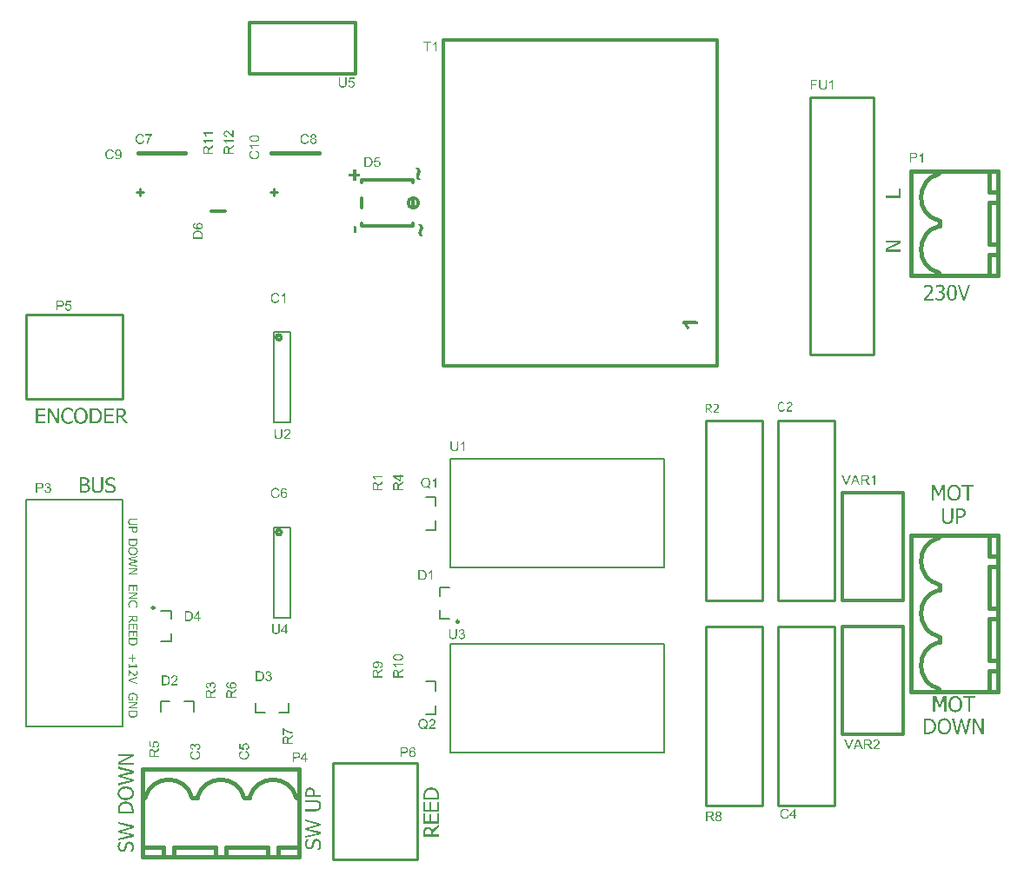
<source format=gto>
G04 Layer_Color=65535*
%FSLAX44Y44*%
%MOMM*%
G71*
G01*
G75*
%ADD39C,0.2500*%
%ADD40C,0.4000*%
%ADD41C,0.3500*%
%ADD42C,0.2000*%
%ADD43C,0.3000*%
G36*
X771059Y758824D02*
X765851D01*
Y755825D01*
X770357D01*
Y754698D01*
X765851D01*
Y750338D01*
X764578D01*
Y759950D01*
X771059D01*
Y758824D01*
D02*
G37*
G36*
X786363Y750338D02*
X785178D01*
Y757858D01*
X785163Y757844D01*
X785105Y757785D01*
X785002Y757712D01*
X784871Y757610D01*
X784710Y757478D01*
X784519Y757346D01*
X784300Y757185D01*
X784051Y757039D01*
X784037D01*
X784022Y757024D01*
X783934Y756966D01*
X783802Y756893D01*
X783642Y756805D01*
X783451Y756702D01*
X783247Y756615D01*
X783027Y756512D01*
X782822Y756424D01*
Y757580D01*
X782837D01*
X782866Y757595D01*
X782925Y757624D01*
X782983Y757668D01*
X783071Y757712D01*
X783173Y757756D01*
X783408Y757888D01*
X783671Y758048D01*
X783963Y758239D01*
X784256Y758458D01*
X784534Y758692D01*
X784549Y758707D01*
X784563Y758721D01*
X784651Y758809D01*
X784783Y758941D01*
X784944Y759102D01*
X785119Y759307D01*
X785295Y759526D01*
X785456Y759760D01*
X785587Y759994D01*
X786363D01*
Y750338D01*
D02*
G37*
G36*
X169618Y620479D02*
X169706D01*
X169940Y620450D01*
X170188Y620391D01*
X170481Y620333D01*
X170774Y620230D01*
X171066Y620099D01*
X171081D01*
X171096Y620084D01*
X171139Y620055D01*
X171198Y620025D01*
X171330Y619938D01*
X171505Y619821D01*
X171695Y619660D01*
X171886Y619469D01*
X172076Y619265D01*
X172251Y619016D01*
X172266Y618987D01*
X172310Y618899D01*
X172383Y618753D01*
X172456Y618577D01*
X172529Y618343D01*
X172602Y618080D01*
X172646Y617787D01*
X172661Y617480D01*
Y617465D01*
Y617421D01*
X172646Y617333D01*
Y617231D01*
X172632Y617114D01*
X172602Y616968D01*
X172573Y616807D01*
X172529Y616631D01*
X172471Y616441D01*
X172398Y616236D01*
X172310Y616046D01*
X172207Y615841D01*
X172076Y615636D01*
X171929Y615432D01*
X171768Y615241D01*
X171578Y615066D01*
X171564Y615051D01*
X171520Y615022D01*
X171461Y614978D01*
X171374Y614919D01*
X171256Y614846D01*
X171110Y614773D01*
X170935Y614685D01*
X170730Y614612D01*
X170496Y614524D01*
X170232Y614437D01*
X169940Y614364D01*
X169618Y614290D01*
X169267Y614232D01*
X168872Y614188D01*
X168462Y614159D01*
X168008Y614144D01*
X167745D01*
X167555Y614159D01*
X167321Y614173D01*
X167057Y614202D01*
X166765Y614232D01*
X166458Y614276D01*
X166121Y614320D01*
X165785Y614393D01*
X165448Y614481D01*
X165126Y614583D01*
X164790Y614700D01*
X164497Y614832D01*
X164205Y614993D01*
X163956Y615168D01*
X163941Y615183D01*
X163912Y615212D01*
X163853Y615256D01*
X163780Y615329D01*
X163692Y615432D01*
X163605Y615534D01*
X163502Y615666D01*
X163400Y615812D01*
X163298Y615973D01*
X163195Y616163D01*
X163107Y616353D01*
X163020Y616573D01*
X162946Y616807D01*
X162888Y617056D01*
X162859Y617319D01*
X162844Y617597D01*
Y617611D01*
Y617641D01*
Y617699D01*
X162859Y617787D01*
Y617875D01*
X162873Y617992D01*
X162917Y618255D01*
X163005Y618548D01*
X163122Y618855D01*
X163268Y619162D01*
X163371Y619309D01*
X163488Y619455D01*
Y619469D01*
X163517Y619484D01*
X163605Y619572D01*
X163751Y619689D01*
X163941Y619835D01*
X164190Y619996D01*
X164483Y620128D01*
X164834Y620260D01*
X165229Y620333D01*
X165317Y619162D01*
X165287D01*
X165199Y619133D01*
X165082Y619089D01*
X164936Y619045D01*
X164600Y618899D01*
X164453Y618811D01*
X164322Y618709D01*
X164292Y618694D01*
X164234Y618621D01*
X164161Y618518D01*
X164058Y618387D01*
X163971Y618211D01*
X163883Y618006D01*
X163824Y617772D01*
X163810Y617524D01*
Y617494D01*
Y617421D01*
X163824Y617319D01*
X163853Y617187D01*
X163883Y617026D01*
X163941Y616851D01*
X164029Y616690D01*
X164131Y616514D01*
X164146Y616485D01*
X164205Y616426D01*
X164307Y616324D01*
X164439Y616207D01*
X164600Y616061D01*
X164804Y615914D01*
X165053Y615768D01*
X165331Y615636D01*
X165346D01*
X165360Y615622D01*
X165419Y615607D01*
X165477Y615592D01*
X165551Y615563D01*
X165653Y615534D01*
X165770Y615505D01*
X165902Y615475D01*
X166048Y615446D01*
X166209Y615417D01*
X166399Y615388D01*
X166589Y615358D01*
X166809Y615344D01*
X167043Y615329D01*
X167292Y615314D01*
X167540D01*
X167526Y615329D01*
X167453Y615388D01*
X167335Y615475D01*
X167189Y615607D01*
X167028Y615753D01*
X166867Y615929D01*
X166721Y616134D01*
X166589Y616353D01*
X166575Y616382D01*
X166545Y616456D01*
X166487Y616587D01*
X166428Y616748D01*
X166370Y616938D01*
X166311Y617158D01*
X166282Y617392D01*
X166268Y617641D01*
Y617655D01*
Y617699D01*
Y617758D01*
X166282Y617845D01*
X166297Y617948D01*
X166311Y618065D01*
X166370Y618343D01*
X166487Y618650D01*
X166545Y618826D01*
X166633Y618987D01*
X166736Y619162D01*
X166853Y619338D01*
X166984Y619499D01*
X167145Y619660D01*
X167160Y619674D01*
X167189Y619689D01*
X167233Y619733D01*
X167306Y619791D01*
X167394Y619850D01*
X167496Y619923D01*
X167614Y619996D01*
X167745Y620084D01*
X167906Y620157D01*
X168067Y620230D01*
X168257Y620303D01*
X168447Y620362D01*
X168667Y620420D01*
X168886Y620464D01*
X169135Y620479D01*
X169384Y620494D01*
X169530D01*
X169618Y620479D01*
D02*
G37*
G36*
X167921Y612915D02*
X168038D01*
X168301Y612900D01*
X168594Y612871D01*
X168930Y612813D01*
X169267Y612754D01*
X169589Y612666D01*
X169603D01*
X169632Y612652D01*
X169676Y612637D01*
X169735Y612622D01*
X169881Y612564D01*
X170086Y612491D01*
X170306Y612403D01*
X170539Y612286D01*
X170774Y612154D01*
X170993Y612008D01*
X171022Y611993D01*
X171081Y611935D01*
X171183Y611862D01*
X171315Y611745D01*
X171447Y611628D01*
X171593Y611467D01*
X171739Y611306D01*
X171871Y611130D01*
X171886Y611115D01*
X171915Y611042D01*
X171973Y610940D01*
X172047Y610808D01*
X172120Y610647D01*
X172193Y610457D01*
X172266Y610238D01*
X172339Y609989D01*
Y609960D01*
X172368Y609872D01*
X172383Y609740D01*
X172412Y609550D01*
X172442Y609331D01*
X172471Y609067D01*
X172485Y608775D01*
X172500Y608453D01*
Y605000D01*
X162888D01*
Y608292D01*
Y608307D01*
Y608336D01*
Y608394D01*
Y608482D01*
Y608570D01*
Y608687D01*
X162903Y608936D01*
X162917Y609199D01*
X162946Y609492D01*
X162990Y609770D01*
X163034Y610004D01*
Y610018D01*
X163049Y610047D01*
Y610077D01*
X163078Y610135D01*
X163122Y610296D01*
X163195Y610486D01*
X163283Y610706D01*
X163400Y610940D01*
X163546Y611174D01*
X163722Y611408D01*
Y611423D01*
X163751Y611437D01*
X163839Y611540D01*
X163985Y611671D01*
X164175Y611832D01*
X164409Y612023D01*
X164687Y612213D01*
X165009Y612388D01*
X165375Y612549D01*
X165390D01*
X165419Y612564D01*
X165477Y612579D01*
X165551Y612608D01*
X165638Y612637D01*
X165755Y612666D01*
X165887Y612710D01*
X166033Y612739D01*
X166194Y612769D01*
X166370Y612813D01*
X166750Y612871D01*
X167174Y612915D01*
X167643Y612930D01*
X167833D01*
X167921Y612915D01*
D02*
G37*
G36*
X895364Y350000D02*
X893362D01*
Y362961D01*
X889457Y354150D01*
X888236D01*
X884380Y362961D01*
Y350000D01*
X882500D01*
Y365061D01*
X885234D01*
X888969Y356664D01*
X892581Y365061D01*
X895364D01*
Y350000D01*
D02*
G37*
G36*
X923654Y363279D02*
X918602D01*
Y350000D01*
X916600D01*
Y363279D01*
X911547D01*
Y365061D01*
X923654D01*
Y363279D01*
D02*
G37*
G36*
X14155Y367098D02*
X14389Y367083D01*
X14638Y367068D01*
X14872Y367039D01*
X15077Y367010D01*
X15106D01*
X15194Y366981D01*
X15325Y366951D01*
X15486Y366907D01*
X15677Y366849D01*
X15867Y366776D01*
X16072Y366673D01*
X16262Y366556D01*
X16276Y366542D01*
X16350Y366498D01*
X16437Y366424D01*
X16540Y366322D01*
X16657Y366190D01*
X16789Y366030D01*
X16920Y365854D01*
X17037Y365634D01*
X17052Y365605D01*
X17081Y365532D01*
X17125Y365415D01*
X17184Y365254D01*
X17242Y365064D01*
X17286Y364845D01*
X17315Y364596D01*
X17330Y364332D01*
Y364318D01*
Y364274D01*
Y364215D01*
X17315Y364128D01*
X17301Y364025D01*
X17286Y363894D01*
X17271Y363762D01*
X17227Y363615D01*
X17140Y363279D01*
X16993Y362943D01*
X16906Y362767D01*
X16803Y362591D01*
X16686Y362416D01*
X16540Y362255D01*
X16525Y362240D01*
X16496Y362226D01*
X16452Y362182D01*
X16394Y362123D01*
X16291Y362065D01*
X16189Y361992D01*
X16057Y361918D01*
X15896Y361845D01*
X15720Y361757D01*
X15516Y361684D01*
X15282Y361611D01*
X15033Y361553D01*
X14740Y361494D01*
X14433Y361450D01*
X14096Y361436D01*
X13731Y361421D01*
X11273D01*
Y357500D01*
X10000D01*
Y367112D01*
X13936D01*
X14155Y367098D01*
D02*
G37*
G36*
X874017Y679218D02*
X872832D01*
Y686738D01*
X872817Y686724D01*
X872759Y686665D01*
X872656Y686592D01*
X872524Y686490D01*
X872364Y686358D01*
X872173Y686226D01*
X871954Y686065D01*
X871705Y685919D01*
X871691D01*
X871676Y685904D01*
X871588Y685846D01*
X871457Y685773D01*
X871296Y685685D01*
X871105Y685583D01*
X870900Y685495D01*
X870681Y685392D01*
X870476Y685304D01*
Y686460D01*
X870491D01*
X870520Y686475D01*
X870579Y686504D01*
X870637Y686548D01*
X870725Y686592D01*
X870827Y686636D01*
X871061Y686768D01*
X871325Y686928D01*
X871617Y687119D01*
X871910Y687338D01*
X872188Y687572D01*
X872203Y687587D01*
X872217Y687601D01*
X872305Y687689D01*
X872437Y687821D01*
X872598Y687982D01*
X872773Y688187D01*
X872949Y688406D01*
X873110Y688640D01*
X873241Y688874D01*
X874017D01*
Y679218D01*
D02*
G37*
G36*
X780277Y754391D02*
Y754376D01*
Y754332D01*
Y754259D01*
Y754157D01*
X780262Y754025D01*
Y753894D01*
X780247Y753733D01*
X780233Y753557D01*
X780189Y753191D01*
X780130Y752811D01*
X780057Y752430D01*
X779940Y752094D01*
Y752079D01*
X779926Y752050D01*
X779911Y752006D01*
X779882Y751948D01*
X779794Y751801D01*
X779677Y751597D01*
X779516Y751377D01*
X779311Y751143D01*
X779048Y750923D01*
X778755Y750704D01*
X778740D01*
X778711Y750675D01*
X778667Y750660D01*
X778594Y750616D01*
X778521Y750587D01*
X778419Y750543D01*
X778287Y750485D01*
X778155Y750441D01*
X778009Y750397D01*
X777833Y750338D01*
X777658Y750294D01*
X777453Y750265D01*
X777014Y750207D01*
X776517Y750177D01*
X776385D01*
X776297Y750192D01*
X776180D01*
X776048Y750207D01*
X775902Y750221D01*
X775741Y750236D01*
X775390Y750294D01*
X775024Y750368D01*
X774644Y750485D01*
X774307Y750631D01*
X774293D01*
X774264Y750660D01*
X774234Y750675D01*
X774176Y750719D01*
X774015Y750821D01*
X773839Y750982D01*
X773634Y751172D01*
X773444Y751392D01*
X773254Y751670D01*
X773093Y751977D01*
Y751992D01*
X773078Y752021D01*
X773064Y752065D01*
X773035Y752138D01*
X773005Y752226D01*
X772976Y752343D01*
X772947Y752474D01*
X772917Y752621D01*
X772874Y752782D01*
X772844Y752957D01*
X772815Y753162D01*
X772786Y753367D01*
X772757Y753601D01*
X772742Y753850D01*
X772727Y754113D01*
Y754391D01*
Y759950D01*
X774000D01*
Y754391D01*
Y754376D01*
Y754332D01*
Y754274D01*
Y754186D01*
Y754084D01*
X774015Y753967D01*
X774029Y753689D01*
X774059Y753396D01*
X774088Y753089D01*
X774146Y752796D01*
X774176Y752664D01*
X774220Y752548D01*
X774234Y752518D01*
X774264Y752445D01*
X774322Y752343D01*
X774410Y752211D01*
X774512Y752065D01*
X774659Y751904D01*
X774819Y751757D01*
X775024Y751626D01*
X775053Y751611D01*
X775127Y751582D01*
X775244Y751523D01*
X775405Y751479D01*
X775610Y751421D01*
X775844Y751362D01*
X776107Y751333D01*
X776400Y751319D01*
X776531D01*
X776634Y751333D01*
X776751D01*
X776882Y751348D01*
X777175Y751392D01*
X777511Y751479D01*
X777833Y751582D01*
X778141Y751743D01*
X778287Y751831D01*
X778404Y751948D01*
Y751962D01*
X778433Y751977D01*
X778462Y752021D01*
X778492Y752079D01*
X778550Y752152D01*
X778594Y752240D01*
X778653Y752357D01*
X778711Y752489D01*
X778755Y752650D01*
X778814Y752825D01*
X778872Y753016D01*
X778916Y753250D01*
X778945Y753499D01*
X778975Y753762D01*
X779004Y754069D01*
Y754391D01*
Y759950D01*
X780277D01*
Y754391D01*
D02*
G37*
G36*
X865253Y688816D02*
X865487Y688801D01*
X865736Y688787D01*
X865970Y688757D01*
X866175Y688728D01*
X866204D01*
X866292Y688699D01*
X866424Y688670D01*
X866585Y688626D01*
X866775Y688567D01*
X866965Y688494D01*
X867170Y688392D01*
X867360Y688275D01*
X867375Y688260D01*
X867448Y688216D01*
X867536Y688143D01*
X867638Y688040D01*
X867755Y687909D01*
X867887Y687748D01*
X868018Y687572D01*
X868135Y687353D01*
X868150Y687324D01*
X868179Y687250D01*
X868223Y687133D01*
X868282Y686972D01*
X868340Y686782D01*
X868384Y686563D01*
X868413Y686314D01*
X868428Y686051D01*
Y686036D01*
Y685992D01*
Y685934D01*
X868413Y685846D01*
X868399Y685743D01*
X868384Y685612D01*
X868370Y685480D01*
X868326Y685334D01*
X868238Y684997D01*
X868092Y684661D01*
X868004Y684485D01*
X867901Y684310D01*
X867784Y684134D01*
X867638Y683973D01*
X867623Y683959D01*
X867594Y683944D01*
X867550Y683900D01*
X867492Y683841D01*
X867389Y683783D01*
X867287Y683710D01*
X867155Y683637D01*
X866994Y683564D01*
X866819Y683476D01*
X866614Y683403D01*
X866380Y683329D01*
X866131Y683271D01*
X865838Y683212D01*
X865531Y683168D01*
X865195Y683154D01*
X864829Y683139D01*
X862371D01*
Y679218D01*
X861098D01*
Y688830D01*
X865034D01*
X865253Y688816D01*
D02*
G37*
G36*
X283546Y20227D02*
X283765Y20203D01*
X284034Y20154D01*
X284327Y20106D01*
X284644Y20008D01*
X284961Y19886D01*
X285010Y19861D01*
X285108Y19813D01*
X285254Y19739D01*
X285474Y19617D01*
X285694Y19471D01*
X285938Y19300D01*
X286182Y19105D01*
X286426Y18885D01*
X286450Y18861D01*
X286524Y18763D01*
X286646Y18616D01*
X286792Y18397D01*
X286963Y18153D01*
X287134Y17884D01*
X287280Y17567D01*
X287427Y17225D01*
X287451Y17176D01*
X287476Y17054D01*
X287524Y16859D01*
X287598Y16590D01*
X287671Y16273D01*
X287720Y15883D01*
X287744Y15419D01*
X287768Y14931D01*
Y14906D01*
Y14857D01*
Y14784D01*
Y14662D01*
Y14516D01*
X287744Y14345D01*
X287720Y13979D01*
X287695Y13539D01*
X287622Y13076D01*
X287549Y12587D01*
X287451Y12148D01*
Y12124D01*
X287427Y12099D01*
X287378Y11953D01*
X287305Y11733D01*
X287207Y11440D01*
X287085Y11123D01*
X286939Y10757D01*
X286597Y10000D01*
X284083D01*
Y10122D01*
X284132Y10171D01*
X284229Y10293D01*
X284400Y10513D01*
X284620Y10781D01*
X284864Y11123D01*
X285108Y11489D01*
X285328Y11904D01*
X285547Y12368D01*
Y12392D01*
X285572Y12416D01*
X285596Y12490D01*
X285620Y12587D01*
X285694Y12831D01*
X285791Y13149D01*
X285889Y13515D01*
X285962Y13930D01*
X286011Y14369D01*
X286035Y14809D01*
Y14833D01*
Y14882D01*
Y14979D01*
Y15077D01*
X286011Y15224D01*
X285987Y15370D01*
X285938Y15736D01*
X285865Y16151D01*
X285742Y16566D01*
X285572Y16981D01*
X285352Y17323D01*
X285328Y17372D01*
X285230Y17469D01*
X285084Y17591D01*
X284864Y17762D01*
X284595Y17909D01*
X284302Y18055D01*
X283936Y18153D01*
X283521Y18177D01*
X283375D01*
X283204Y18153D01*
X283009Y18128D01*
X282789Y18055D01*
X282545Y17982D01*
X282301Y17860D01*
X282081Y17713D01*
X282057Y17689D01*
X281984Y17640D01*
X281886Y17518D01*
X281764Y17372D01*
X281617Y17176D01*
X281471Y16932D01*
X281349Y16639D01*
X281227Y16298D01*
Y16273D01*
X281202Y16176D01*
X281154Y16054D01*
X281105Y15883D01*
X281056Y15663D01*
X281007Y15443D01*
X280910Y15004D01*
Y14979D01*
X280885Y14906D01*
X280861Y14784D01*
X280812Y14613D01*
X280763Y14418D01*
X280690Y14174D01*
X280617Y13906D01*
X280543Y13588D01*
Y13564D01*
X280519Y13466D01*
X280470Y13320D01*
X280397Y13124D01*
X280324Y12905D01*
X280250Y12661D01*
X280031Y12172D01*
X280006Y12148D01*
X279982Y12075D01*
X279909Y11953D01*
X279811Y11806D01*
X279543Y11465D01*
X279201Y11098D01*
X279176Y11074D01*
X279103Y11025D01*
X279006Y10928D01*
X278883Y10830D01*
X278713Y10708D01*
X278517Y10586D01*
X278054Y10366D01*
X278029D01*
X277931Y10317D01*
X277785Y10293D01*
X277590Y10244D01*
X277370Y10195D01*
X277102Y10171D01*
X276809Y10122D01*
X276320D01*
X276174Y10146D01*
X276028Y10171D01*
X275857Y10195D01*
X275417Y10293D01*
X274929Y10464D01*
X274685Y10586D01*
X274417Y10732D01*
X274172Y10879D01*
X273904Y11074D01*
X273660Y11294D01*
X273416Y11538D01*
X273391Y11562D01*
X273367Y11611D01*
X273294Y11684D01*
X273221Y11806D01*
X273123Y11928D01*
X273025Y12099D01*
X272903Y12294D01*
X272781Y12514D01*
X272684Y12783D01*
X272561Y13051D01*
X272366Y13661D01*
X272220Y14394D01*
X272195Y14760D01*
X272171Y15175D01*
Y15199D01*
Y15224D01*
Y15297D01*
Y15395D01*
X272195Y15639D01*
Y15956D01*
X272244Y16322D01*
X272293Y16713D01*
X272342Y17152D01*
X272439Y17567D01*
Y17591D01*
Y17616D01*
X272488Y17762D01*
X272537Y17982D01*
X272610Y18250D01*
X272708Y18568D01*
X272830Y18934D01*
X273147Y19666D01*
X275539D01*
Y19495D01*
X275515Y19471D01*
X275442Y19373D01*
X275320Y19202D01*
X275149Y19007D01*
X274978Y18739D01*
X274807Y18421D01*
X274612Y18055D01*
X274417Y17665D01*
X274392Y17616D01*
X274343Y17469D01*
X274246Y17250D01*
X274148Y16957D01*
X274075Y16590D01*
X273977Y16200D01*
X273928Y15761D01*
X273904Y15297D01*
Y15272D01*
Y15248D01*
Y15175D01*
Y15077D01*
X273928Y14809D01*
X273977Y14491D01*
X274075Y14150D01*
X274172Y13759D01*
X274343Y13393D01*
X274563Y13051D01*
X274587Y13027D01*
X274685Y12929D01*
X274832Y12783D01*
X275027Y12636D01*
X275271Y12465D01*
X275564Y12343D01*
X275905Y12246D01*
X276272Y12197D01*
X276443D01*
X276613Y12221D01*
X276833Y12270D01*
X277077Y12319D01*
X277321Y12392D01*
X277590Y12514D01*
X277810Y12685D01*
X277834Y12709D01*
X277907Y12783D01*
X278005Y12905D01*
X278127Y13076D01*
X278249Y13271D01*
X278395Y13539D01*
X278517Y13832D01*
X278639Y14174D01*
Y14198D01*
X278664Y14296D01*
X278713Y14418D01*
X278761Y14613D01*
X278810Y14833D01*
X278883Y15102D01*
X278957Y15395D01*
X279030Y15712D01*
Y15761D01*
X279054Y15858D01*
X279103Y16029D01*
X279152Y16249D01*
X279225Y16493D01*
X279298Y16761D01*
X279347Y17005D01*
X279421Y17250D01*
Y17274D01*
X279445Y17323D01*
X279469Y17396D01*
X279518Y17494D01*
X279616Y17787D01*
X279762Y18128D01*
X279982Y18494D01*
X280226Y18861D01*
X280519Y19227D01*
X280861Y19520D01*
X280910Y19544D01*
X281031Y19642D01*
X281227Y19764D01*
X281520Y19886D01*
X281861Y20032D01*
X282252Y20130D01*
X282716Y20227D01*
X283228Y20252D01*
X283375D01*
X283546Y20227D01*
D02*
G37*
G36*
X82269Y692259D02*
X82387Y692244D01*
X82533Y692229D01*
X82694Y692215D01*
X82869Y692185D01*
X83250Y692097D01*
X83659Y691966D01*
X83864Y691878D01*
X84069Y691776D01*
X84259Y691659D01*
X84449Y691527D01*
X84464Y691512D01*
X84493Y691498D01*
X84537Y691454D01*
X84610Y691395D01*
X84684Y691322D01*
X84786Y691220D01*
X84888Y691117D01*
X84991Y691000D01*
X85108Y690854D01*
X85210Y690708D01*
X85327Y690532D01*
X85444Y690342D01*
X85547Y690152D01*
X85649Y689932D01*
X85825Y689464D01*
X84566Y689172D01*
Y689186D01*
X84552Y689215D01*
X84537Y689274D01*
X84508Y689347D01*
X84464Y689435D01*
X84420Y689537D01*
X84318Y689757D01*
X84186Y690005D01*
X84010Y690269D01*
X83820Y690503D01*
X83586Y690708D01*
X83557Y690722D01*
X83469Y690781D01*
X83337Y690854D01*
X83147Y690956D01*
X82928Y691044D01*
X82650Y691117D01*
X82343Y691176D01*
X81992Y691190D01*
X81889D01*
X81816Y691176D01*
X81714D01*
X81611Y691161D01*
X81348Y691117D01*
X81055Y691059D01*
X80748Y690956D01*
X80441Y690825D01*
X80148Y690649D01*
X80133D01*
X80119Y690620D01*
X80031Y690547D01*
X79899Y690430D01*
X79738Y690269D01*
X79577Y690064D01*
X79402Y689830D01*
X79241Y689537D01*
X79109Y689215D01*
Y689201D01*
X79095Y689172D01*
X79080Y689128D01*
X79065Y689054D01*
X79036Y688981D01*
X79022Y688879D01*
X78963Y688645D01*
X78905Y688367D01*
X78861Y688060D01*
X78831Y687723D01*
X78817Y687372D01*
Y687357D01*
Y687313D01*
Y687255D01*
Y687167D01*
X78831Y687065D01*
Y686933D01*
X78846Y686801D01*
X78861Y686655D01*
X78905Y686319D01*
X78963Y685953D01*
X79051Y685587D01*
X79168Y685236D01*
Y685221D01*
X79183Y685192D01*
X79212Y685148D01*
X79241Y685090D01*
X79314Y684914D01*
X79431Y684724D01*
X79592Y684490D01*
X79782Y684270D01*
X80002Y684051D01*
X80265Y683861D01*
X80280D01*
X80294Y683846D01*
X80338Y683817D01*
X80397Y683788D01*
X80558Y683729D01*
X80763Y683641D01*
X80997Y683568D01*
X81275Y683495D01*
X81582Y683436D01*
X81904Y683422D01*
X82006D01*
X82079Y683436D01*
X82167D01*
X82284Y683451D01*
X82533Y683495D01*
X82811Y683568D01*
X83118Y683685D01*
X83411Y683831D01*
X83703Y684036D01*
X83718Y684051D01*
X83733Y684065D01*
X83820Y684153D01*
X83952Y684299D01*
X84113Y684490D01*
X84274Y684753D01*
X84449Y685060D01*
X84596Y685441D01*
X84713Y685865D01*
X85986Y685543D01*
Y685528D01*
X85971Y685470D01*
X85942Y685397D01*
X85913Y685280D01*
X85854Y685163D01*
X85795Y685002D01*
X85737Y684841D01*
X85649Y684665D01*
X85459Y684270D01*
X85196Y683875D01*
X84903Y683495D01*
X84727Y683319D01*
X84537Y683158D01*
X84523Y683144D01*
X84493Y683129D01*
X84435Y683085D01*
X84347Y683027D01*
X84245Y682968D01*
X84128Y682895D01*
X83996Y682822D01*
X83835Y682749D01*
X83659Y682676D01*
X83469Y682602D01*
X83250Y682529D01*
X83030Y682471D01*
X82548Y682368D01*
X82284Y682354D01*
X82006Y682339D01*
X81860D01*
X81743Y682354D01*
X81611D01*
X81465Y682368D01*
X81289Y682398D01*
X81114Y682412D01*
X80704Y682500D01*
X80280Y682602D01*
X79870Y682763D01*
X79665Y682851D01*
X79475Y682968D01*
X79461Y682983D01*
X79431Y682997D01*
X79387Y683041D01*
X79314Y683085D01*
X79139Y683232D01*
X78934Y683436D01*
X78685Y683685D01*
X78451Y684007D01*
X78202Y684373D01*
X77997Y684797D01*
Y684812D01*
X77983Y684855D01*
X77954Y684914D01*
X77924Y685002D01*
X77880Y685119D01*
X77836Y685250D01*
X77793Y685397D01*
X77749Y685572D01*
X77705Y685748D01*
X77661Y685953D01*
X77573Y686392D01*
X77515Y686860D01*
X77500Y687372D01*
Y687387D01*
Y687445D01*
Y687518D01*
X77515Y687621D01*
Y687752D01*
X77529Y687913D01*
X77544Y688074D01*
X77573Y688264D01*
X77646Y688674D01*
X77734Y689113D01*
X77880Y689566D01*
X78071Y689991D01*
Y690005D01*
X78100Y690035D01*
X78129Y690093D01*
X78173Y690181D01*
X78232Y690269D01*
X78305Y690371D01*
X78495Y690620D01*
X78714Y690898D01*
X78992Y691176D01*
X79329Y691454D01*
X79695Y691688D01*
X79709D01*
X79738Y691717D01*
X79797Y691746D01*
X79885Y691776D01*
X79973Y691820D01*
X80090Y691878D01*
X80236Y691922D01*
X80382Y691981D01*
X80543Y692039D01*
X80719Y692083D01*
X81114Y692185D01*
X81553Y692244D01*
X82021Y692273D01*
X82167D01*
X82269Y692259D01*
D02*
G37*
G36*
X224530Y690971D02*
X224603Y690942D01*
X224720Y690912D01*
X224837Y690854D01*
X224998Y690795D01*
X225159Y690737D01*
X225335Y690649D01*
X225730Y690459D01*
X226125Y690196D01*
X226505Y689903D01*
X226681Y689727D01*
X226842Y689537D01*
X226856Y689523D01*
X226871Y689493D01*
X226915Y689435D01*
X226973Y689347D01*
X227032Y689245D01*
X227105Y689128D01*
X227178Y688996D01*
X227251Y688835D01*
X227324Y688659D01*
X227398Y688469D01*
X227471Y688250D01*
X227529Y688030D01*
X227632Y687548D01*
X227646Y687284D01*
X227661Y687006D01*
Y686992D01*
Y686933D01*
Y686860D01*
X227646Y686743D01*
Y686611D01*
X227632Y686465D01*
X227602Y686289D01*
X227588Y686114D01*
X227500Y685704D01*
X227398Y685280D01*
X227237Y684870D01*
X227149Y684665D01*
X227032Y684475D01*
X227017Y684461D01*
X227003Y684431D01*
X226959Y684387D01*
X226915Y684314D01*
X226768Y684139D01*
X226564Y683934D01*
X226315Y683685D01*
X225993Y683451D01*
X225627Y683202D01*
X225203Y682997D01*
X225188D01*
X225145Y682983D01*
X225086Y682953D01*
X224998Y682924D01*
X224881Y682880D01*
X224750Y682837D01*
X224603Y682793D01*
X224428Y682749D01*
X224252Y682705D01*
X224047Y682661D01*
X223608Y682573D01*
X223140Y682515D01*
X222628Y682500D01*
X222482D01*
X222379Y682515D01*
X222248D01*
X222087Y682529D01*
X221926Y682544D01*
X221736Y682573D01*
X221326Y682646D01*
X220887Y682734D01*
X220434Y682880D01*
X220009Y683071D01*
X219995D01*
X219965Y683100D01*
X219907Y683129D01*
X219819Y683173D01*
X219731Y683232D01*
X219629Y683305D01*
X219380Y683495D01*
X219102Y683714D01*
X218824Y683992D01*
X218546Y684329D01*
X218312Y684695D01*
Y684709D01*
X218283Y684738D01*
X218254Y684797D01*
X218224Y684885D01*
X218180Y684973D01*
X218122Y685090D01*
X218078Y685236D01*
X218020Y685382D01*
X217961Y685543D01*
X217917Y685719D01*
X217815Y686114D01*
X217756Y686553D01*
X217727Y687021D01*
Y687035D01*
Y687079D01*
Y687167D01*
X217742Y687270D01*
X217756Y687387D01*
X217771Y687533D01*
X217785Y687694D01*
X217815Y687869D01*
X217903Y688250D01*
X218034Y688659D01*
X218122Y688864D01*
X218224Y689069D01*
X218341Y689259D01*
X218473Y689449D01*
X218488Y689464D01*
X218502Y689493D01*
X218546Y689537D01*
X218605Y689610D01*
X218678Y689684D01*
X218780Y689786D01*
X218883Y689888D01*
X219000Y689991D01*
X219146Y690108D01*
X219292Y690210D01*
X219468Y690327D01*
X219658Y690444D01*
X219848Y690547D01*
X220068Y690649D01*
X220536Y690825D01*
X220828Y689566D01*
X220814D01*
X220785Y689552D01*
X220726Y689537D01*
X220653Y689508D01*
X220565Y689464D01*
X220463Y689420D01*
X220243Y689318D01*
X219995Y689186D01*
X219731Y689010D01*
X219497Y688820D01*
X219292Y688586D01*
X219278Y688557D01*
X219219Y688469D01*
X219146Y688337D01*
X219044Y688147D01*
X218956Y687928D01*
X218883Y687650D01*
X218824Y687343D01*
X218810Y686992D01*
Y686977D01*
Y686948D01*
Y686889D01*
X218824Y686816D01*
Y686714D01*
X218839Y686611D01*
X218883Y686348D01*
X218941Y686055D01*
X219044Y685748D01*
X219175Y685441D01*
X219351Y685148D01*
Y685134D01*
X219380Y685119D01*
X219453Y685031D01*
X219570Y684899D01*
X219731Y684738D01*
X219936Y684577D01*
X220170Y684402D01*
X220463Y684241D01*
X220785Y684109D01*
X220799D01*
X220828Y684095D01*
X220872Y684080D01*
X220946Y684065D01*
X221019Y684036D01*
X221121Y684022D01*
X221355Y683963D01*
X221633Y683904D01*
X221940Y683861D01*
X222277Y683831D01*
X222628Y683817D01*
X222833D01*
X222935Y683831D01*
X223067D01*
X223199Y683846D01*
X223345Y683861D01*
X223682Y683904D01*
X224047Y683963D01*
X224413Y684051D01*
X224764Y684168D01*
X224779D01*
X224808Y684183D01*
X224852Y684212D01*
X224910Y684241D01*
X225086Y684314D01*
X225276Y684431D01*
X225510Y684592D01*
X225730Y684782D01*
X225949Y685002D01*
X226139Y685265D01*
Y685280D01*
X226154Y685294D01*
X226183Y685338D01*
X226213Y685397D01*
X226271Y685558D01*
X226359Y685763D01*
X226432Y685997D01*
X226505Y686275D01*
X226564Y686582D01*
X226578Y686904D01*
Y686918D01*
Y686948D01*
Y687006D01*
X226564Y687079D01*
Y687167D01*
X226549Y687284D01*
X226505Y687533D01*
X226432Y687811D01*
X226315Y688118D01*
X226169Y688411D01*
X225964Y688703D01*
X225949Y688718D01*
X225935Y688733D01*
X225847Y688820D01*
X225700Y688952D01*
X225510Y689113D01*
X225247Y689274D01*
X224940Y689449D01*
X224559Y689596D01*
X224135Y689713D01*
X224457Y690986D01*
X224471D01*
X224530Y690971D01*
D02*
G37*
G36*
X282423Y58111D02*
X282789Y58087D01*
X283204Y58062D01*
X283643Y57989D01*
X284107Y57916D01*
X284547Y57794D01*
X284595Y57769D01*
X284742Y57745D01*
X284937Y57647D01*
X285205Y57550D01*
X285498Y57379D01*
X285816Y57208D01*
X286133Y56964D01*
X286450Y56695D01*
X286475Y56671D01*
X286572Y56573D01*
X286695Y56402D01*
X286841Y56207D01*
X287012Y55963D01*
X287158Y55670D01*
X287329Y55353D01*
X287476Y55011D01*
X287500Y54962D01*
X287524Y54840D01*
X287573Y54645D01*
X287647Y54352D01*
X287720Y54010D01*
X287768Y53620D01*
X287793Y53180D01*
X287817Y52668D01*
Y52643D01*
Y52619D01*
Y52546D01*
Y52448D01*
X287793Y52204D01*
X287768Y51887D01*
X287744Y51520D01*
X287671Y51130D01*
X287598Y50739D01*
X287476Y50349D01*
X287451Y50300D01*
X287402Y50178D01*
X287329Y50007D01*
X287207Y49763D01*
X287085Y49519D01*
X286890Y49226D01*
X286695Y48933D01*
X286450Y48664D01*
X286402Y48640D01*
X286304Y48542D01*
X286133Y48396D01*
X285913Y48225D01*
X285620Y48054D01*
X285303Y47883D01*
X284937Y47712D01*
X284547Y47566D01*
X284522D01*
X284498Y47542D01*
X284351Y47517D01*
X284107Y47468D01*
X283790Y47420D01*
X283399Y47346D01*
X282960Y47298D01*
X282423Y47273D01*
X281861Y47249D01*
X272439D01*
Y49250D01*
X282203D01*
X282447Y49275D01*
X282716D01*
X283009Y49299D01*
X283326Y49324D01*
X283594Y49372D01*
X283619D01*
X283717Y49397D01*
X283839Y49421D01*
X284009Y49494D01*
X284205Y49543D01*
X284424Y49641D01*
X284644Y49763D01*
X284864Y49885D01*
X284888Y49909D01*
X284961Y49958D01*
X285084Y50056D01*
X285205Y50178D01*
X285352Y50324D01*
X285523Y50520D01*
X285669Y50739D01*
X285791Y50983D01*
Y51008D01*
X285840Y51105D01*
X285889Y51252D01*
X285938Y51447D01*
X285987Y51691D01*
X286035Y51984D01*
X286060Y52302D01*
X286084Y52668D01*
Y52716D01*
Y52839D01*
X286060Y53009D01*
X286035Y53229D01*
X286011Y53498D01*
X285962Y53766D01*
X285889Y54059D01*
X285791Y54328D01*
X285767Y54352D01*
X285742Y54450D01*
X285669Y54572D01*
X285547Y54742D01*
X285425Y54938D01*
X285254Y55133D01*
X285084Y55304D01*
X284864Y55475D01*
X284839Y55499D01*
X284766Y55524D01*
X284644Y55597D01*
X284473Y55670D01*
X284302Y55768D01*
X284083Y55841D01*
X283594Y55987D01*
X283570D01*
X283472Y56012D01*
X283326Y56036D01*
X283106Y56061D01*
X282862Y56085D01*
X282569Y56109D01*
X282252Y56134D01*
X272439D01*
Y58135D01*
X282252D01*
X282423Y58111D01*
D02*
G37*
G36*
X272269Y707259D02*
X272387Y707244D01*
X272533Y707229D01*
X272694Y707215D01*
X272869Y707185D01*
X273250Y707097D01*
X273659Y706966D01*
X273864Y706878D01*
X274069Y706776D01*
X274259Y706659D01*
X274449Y706527D01*
X274464Y706512D01*
X274493Y706498D01*
X274537Y706454D01*
X274610Y706395D01*
X274683Y706322D01*
X274786Y706220D01*
X274888Y706117D01*
X274991Y706000D01*
X275108Y705854D01*
X275210Y705708D01*
X275327Y705532D01*
X275444Y705342D01*
X275547Y705152D01*
X275649Y704932D01*
X275825Y704464D01*
X274566Y704172D01*
Y704186D01*
X274552Y704215D01*
X274537Y704274D01*
X274508Y704347D01*
X274464Y704435D01*
X274420Y704537D01*
X274318Y704757D01*
X274186Y705005D01*
X274011Y705269D01*
X273820Y705503D01*
X273586Y705708D01*
X273557Y705722D01*
X273469Y705781D01*
X273337Y705854D01*
X273147Y705956D01*
X272928Y706044D01*
X272650Y706117D01*
X272343Y706176D01*
X271992Y706190D01*
X271889D01*
X271816Y706176D01*
X271714D01*
X271611Y706161D01*
X271348Y706117D01*
X271055Y706059D01*
X270748Y705956D01*
X270441Y705825D01*
X270148Y705649D01*
X270133D01*
X270119Y705620D01*
X270031Y705547D01*
X269899Y705430D01*
X269738Y705269D01*
X269578Y705064D01*
X269402Y704830D01*
X269241Y704537D01*
X269109Y704215D01*
Y704201D01*
X269095Y704172D01*
X269080Y704128D01*
X269065Y704054D01*
X269036Y703981D01*
X269022Y703879D01*
X268963Y703645D01*
X268904Y703367D01*
X268861Y703060D01*
X268831Y702723D01*
X268817Y702372D01*
Y702357D01*
Y702313D01*
Y702255D01*
Y702167D01*
X268831Y702065D01*
Y701933D01*
X268846Y701801D01*
X268861Y701655D01*
X268904Y701319D01*
X268963Y700953D01*
X269051Y700587D01*
X269168Y700236D01*
Y700221D01*
X269182Y700192D01*
X269212Y700148D01*
X269241Y700090D01*
X269314Y699914D01*
X269431Y699724D01*
X269592Y699490D01*
X269782Y699270D01*
X270002Y699051D01*
X270265Y698861D01*
X270280D01*
X270294Y698846D01*
X270338Y698817D01*
X270397Y698788D01*
X270558Y698729D01*
X270763Y698641D01*
X270997Y698568D01*
X271275Y698495D01*
X271582Y698436D01*
X271904Y698422D01*
X272006D01*
X272079Y698436D01*
X272167D01*
X272284Y698451D01*
X272533Y698495D01*
X272811Y698568D01*
X273118Y698685D01*
X273411Y698831D01*
X273703Y699036D01*
X273718Y699051D01*
X273732Y699065D01*
X273820Y699153D01*
X273952Y699299D01*
X274113Y699490D01*
X274274Y699753D01*
X274449Y700060D01*
X274596Y700441D01*
X274713Y700865D01*
X275986Y700543D01*
Y700528D01*
X275971Y700470D01*
X275942Y700397D01*
X275912Y700280D01*
X275854Y700163D01*
X275795Y700002D01*
X275737Y699841D01*
X275649Y699665D01*
X275459Y699270D01*
X275196Y698875D01*
X274903Y698495D01*
X274727Y698319D01*
X274537Y698158D01*
X274523Y698144D01*
X274493Y698129D01*
X274435Y698085D01*
X274347Y698027D01*
X274245Y697968D01*
X274128Y697895D01*
X273996Y697822D01*
X273835Y697749D01*
X273659Y697676D01*
X273469Y697602D01*
X273250Y697529D01*
X273030Y697471D01*
X272547Y697368D01*
X272284Y697354D01*
X272006Y697339D01*
X271860D01*
X271743Y697354D01*
X271611D01*
X271465Y697368D01*
X271289Y697398D01*
X271114Y697412D01*
X270704Y697500D01*
X270280Y697602D01*
X269870Y697763D01*
X269665Y697851D01*
X269475Y697968D01*
X269461Y697983D01*
X269431Y697997D01*
X269387Y698041D01*
X269314Y698085D01*
X269139Y698232D01*
X268934Y698436D01*
X268685Y698685D01*
X268451Y699007D01*
X268202Y699373D01*
X267997Y699797D01*
Y699812D01*
X267983Y699855D01*
X267953Y699914D01*
X267924Y700002D01*
X267880Y700119D01*
X267836Y700250D01*
X267793Y700397D01*
X267749Y700572D01*
X267705Y700748D01*
X267661Y700953D01*
X267573Y701392D01*
X267515Y701860D01*
X267500Y702372D01*
Y702387D01*
Y702445D01*
Y702518D01*
X267515Y702621D01*
Y702752D01*
X267529Y702913D01*
X267544Y703074D01*
X267573Y703264D01*
X267646Y703674D01*
X267734Y704113D01*
X267880Y704566D01*
X268071Y704991D01*
Y705005D01*
X268100Y705035D01*
X268129Y705093D01*
X268173Y705181D01*
X268232Y705269D01*
X268305Y705371D01*
X268495Y705620D01*
X268714Y705898D01*
X268992Y706176D01*
X269329Y706454D01*
X269695Y706688D01*
X269709D01*
X269738Y706717D01*
X269797Y706746D01*
X269885Y706776D01*
X269972Y706820D01*
X270090Y706878D01*
X270236Y706922D01*
X270382Y706981D01*
X270543Y707039D01*
X270719Y707083D01*
X271114Y707185D01*
X271553Y707244D01*
X272021Y707273D01*
X272167D01*
X272269Y707259D01*
D02*
G37*
G36*
X90243Y692141D02*
X90316D01*
X90419Y692127D01*
X90653Y692097D01*
X90916Y692024D01*
X91194Y691937D01*
X91501Y691820D01*
X91794Y691644D01*
X91809D01*
X91823Y691615D01*
X91867Y691585D01*
X91926Y691556D01*
X92057Y691439D01*
X92233Y691278D01*
X92423Y691059D01*
X92628Y690825D01*
X92818Y690532D01*
X92979Y690196D01*
Y690181D01*
X92994Y690152D01*
X93023Y690093D01*
X93038Y690020D01*
X93081Y689932D01*
X93111Y689815D01*
X93140Y689669D01*
X93184Y689508D01*
X93228Y689332D01*
X93257Y689128D01*
X93301Y688908D01*
X93330Y688674D01*
X93345Y688411D01*
X93374Y688133D01*
X93389Y687825D01*
Y687504D01*
Y687489D01*
Y687416D01*
Y687328D01*
Y687196D01*
X93374Y687050D01*
Y686860D01*
X93359Y686670D01*
X93345Y686450D01*
X93286Y685982D01*
X93213Y685485D01*
X93111Y685002D01*
X93052Y684782D01*
X92979Y684563D01*
Y684548D01*
X92964Y684519D01*
X92935Y684461D01*
X92906Y684387D01*
X92862Y684285D01*
X92818Y684183D01*
X92686Y683948D01*
X92511Y683670D01*
X92306Y683392D01*
X92072Y683129D01*
X91794Y682895D01*
X91779D01*
X91765Y682866D01*
X91721Y682851D01*
X91648Y682807D01*
X91574Y682763D01*
X91487Y682719D01*
X91267Y682617D01*
X90989Y682515D01*
X90682Y682427D01*
X90316Y682368D01*
X89936Y682339D01*
X89833D01*
X89746Y682354D01*
X89658D01*
X89541Y682368D01*
X89277Y682412D01*
X88985Y682485D01*
X88678Y682602D01*
X88385Y682749D01*
X88092Y682953D01*
X88078Y682968D01*
X88063Y682983D01*
X87975Y683071D01*
X87858Y683217D01*
X87712Y683407D01*
X87566Y683656D01*
X87434Y683963D01*
X87317Y684314D01*
X87244Y684724D01*
X88370Y684812D01*
Y684797D01*
Y684782D01*
X88385Y684738D01*
X88400Y684680D01*
X88429Y684534D01*
X88487Y684373D01*
X88561Y684183D01*
X88648Y683992D01*
X88765Y683802D01*
X88912Y683656D01*
X88926Y683641D01*
X88985Y683597D01*
X89073Y683539D01*
X89204Y683480D01*
X89351Y683422D01*
X89526Y683363D01*
X89731Y683319D01*
X89965Y683305D01*
X90053D01*
X90155Y683319D01*
X90287Y683334D01*
X90433Y683363D01*
X90594Y683407D01*
X90755Y683466D01*
X90916Y683553D01*
X90931Y683568D01*
X90989Y683597D01*
X91062Y683656D01*
X91150Y683729D01*
X91267Y683817D01*
X91370Y683934D01*
X91487Y684065D01*
X91589Y684212D01*
X91604Y684226D01*
X91633Y684285D01*
X91677Y684387D01*
X91750Y684519D01*
X91809Y684680D01*
X91882Y684870D01*
X91955Y685090D01*
X92028Y685338D01*
Y685353D01*
X92043Y685368D01*
Y685412D01*
X92057Y685455D01*
X92086Y685602D01*
X92116Y685792D01*
X92145Y686011D01*
X92174Y686245D01*
X92204Y686509D01*
Y686787D01*
Y686801D01*
Y686845D01*
Y686918D01*
Y687021D01*
X92189Y686992D01*
X92130Y686933D01*
X92057Y686816D01*
X91940Y686699D01*
X91809Y686553D01*
X91633Y686392D01*
X91443Y686245D01*
X91223Y686099D01*
X91194Y686085D01*
X91121Y686041D01*
X90989Y685997D01*
X90828Y685938D01*
X90638Y685865D01*
X90419Y685821D01*
X90170Y685777D01*
X89907Y685763D01*
X89789D01*
X89702Y685777D01*
X89599Y685792D01*
X89482Y685807D01*
X89204Y685865D01*
X88882Y685967D01*
X88722Y686041D01*
X88546Y686128D01*
X88385Y686231D01*
X88209Y686348D01*
X88048Y686479D01*
X87888Y686626D01*
X87873Y686640D01*
X87858Y686670D01*
X87814Y686714D01*
X87756Y686787D01*
X87697Y686874D01*
X87624Y686977D01*
X87551Y687094D01*
X87478Y687240D01*
X87405Y687387D01*
X87332Y687562D01*
X87259Y687752D01*
X87200Y687957D01*
X87141Y688177D01*
X87098Y688396D01*
X87083Y688645D01*
X87068Y688908D01*
Y688923D01*
Y688967D01*
Y689054D01*
X87083Y689157D01*
X87098Y689274D01*
X87112Y689420D01*
X87141Y689581D01*
X87171Y689757D01*
X87273Y690122D01*
X87346Y690327D01*
X87434Y690518D01*
X87522Y690722D01*
X87639Y690912D01*
X87771Y691088D01*
X87917Y691264D01*
X87931Y691278D01*
X87961Y691308D01*
X88005Y691351D01*
X88078Y691410D01*
X88151Y691468D01*
X88253Y691542D01*
X88370Y691629D01*
X88517Y691717D01*
X88663Y691790D01*
X88824Y691878D01*
X89190Y692024D01*
X89395Y692068D01*
X89614Y692112D01*
X89848Y692141D01*
X90082Y692156D01*
X90170D01*
X90243Y692141D01*
D02*
G37*
G36*
X333936Y684597D02*
X334199Y684583D01*
X334492Y684554D01*
X334770Y684510D01*
X335004Y684466D01*
X335018D01*
X335047Y684451D01*
X335077D01*
X335135Y684422D01*
X335296Y684378D01*
X335486Y684305D01*
X335706Y684217D01*
X335940Y684100D01*
X336174Y683954D01*
X336408Y683778D01*
X336423D01*
X336437Y683749D01*
X336540Y683661D01*
X336671Y683515D01*
X336832Y683325D01*
X337023Y683091D01*
X337213Y682813D01*
X337388Y682491D01*
X337549Y682125D01*
Y682110D01*
X337564Y682081D01*
X337579Y682023D01*
X337608Y681949D01*
X337637Y681862D01*
X337666Y681745D01*
X337710Y681613D01*
X337739Y681467D01*
X337769Y681306D01*
X337813Y681130D01*
X337871Y680750D01*
X337915Y680325D01*
X337930Y679857D01*
Y679843D01*
Y679813D01*
Y679755D01*
Y679667D01*
X337915Y679579D01*
Y679462D01*
X337900Y679199D01*
X337871Y678906D01*
X337813Y678570D01*
X337754Y678233D01*
X337666Y677911D01*
Y677897D01*
X337652Y677868D01*
X337637Y677824D01*
X337622Y677765D01*
X337564Y677619D01*
X337491Y677414D01*
X337403Y677195D01*
X337286Y676961D01*
X337154Y676726D01*
X337008Y676507D01*
X336993Y676478D01*
X336935Y676419D01*
X336862Y676317D01*
X336745Y676185D01*
X336628Y676053D01*
X336467Y675907D01*
X336306Y675761D01*
X336130Y675629D01*
X336115Y675614D01*
X336042Y675585D01*
X335940Y675527D01*
X335808Y675453D01*
X335647Y675380D01*
X335457Y675307D01*
X335238Y675234D01*
X334989Y675161D01*
X334960D01*
X334872Y675132D01*
X334740Y675117D01*
X334550Y675088D01*
X334331Y675059D01*
X334067Y675029D01*
X333775Y675015D01*
X333453Y675000D01*
X330000D01*
Y684612D01*
X333687D01*
X333936Y684597D01*
D02*
G37*
G36*
X345113Y683339D02*
X341280D01*
X340753Y680750D01*
X340768Y680764D01*
X340797Y680779D01*
X340841Y680808D01*
X340900Y680852D01*
X340987Y680896D01*
X341075Y680940D01*
X341309Y681057D01*
X341573Y681174D01*
X341880Y681262D01*
X342216Y681335D01*
X342567Y681364D01*
X342685D01*
X342772Y681350D01*
X342889Y681335D01*
X343006Y681320D01*
X343153Y681291D01*
X343299Y681262D01*
X343635Y681145D01*
X343811Y681086D01*
X343987Y680999D01*
X344177Y680896D01*
X344352Y680779D01*
X344528Y680647D01*
X344689Y680486D01*
X344704Y680472D01*
X344733Y680443D01*
X344777Y680399D01*
X344821Y680325D01*
X344894Y680238D01*
X344967Y680135D01*
X345040Y680018D01*
X345128Y679886D01*
X345216Y679726D01*
X345289Y679565D01*
X345362Y679374D01*
X345435Y679184D01*
X345479Y678965D01*
X345523Y678745D01*
X345552Y678497D01*
X345567Y678248D01*
Y678233D01*
Y678189D01*
Y678116D01*
X345552Y678028D01*
X345537Y677911D01*
X345523Y677780D01*
X345508Y677634D01*
X345479Y677473D01*
X345377Y677121D01*
X345245Y676756D01*
X345157Y676551D01*
X345055Y676361D01*
X344938Y676170D01*
X344806Y675995D01*
X344791Y675980D01*
X344762Y675951D01*
X344704Y675892D01*
X344630Y675819D01*
X344543Y675732D01*
X344426Y675629D01*
X344294Y675527D01*
X344133Y675424D01*
X343972Y675307D01*
X343782Y675205D01*
X343562Y675102D01*
X343343Y675015D01*
X343094Y674941D01*
X342845Y674883D01*
X342567Y674854D01*
X342275Y674839D01*
X342143D01*
X342056Y674854D01*
X341953Y674868D01*
X341821Y674883D01*
X341675Y674898D01*
X341514Y674927D01*
X341178Y675015D01*
X340826Y675146D01*
X340651Y675234D01*
X340475Y675337D01*
X340300Y675439D01*
X340139Y675571D01*
X340124Y675585D01*
X340110Y675600D01*
X340066Y675644D01*
X340007Y675702D01*
X339949Y675775D01*
X339875Y675863D01*
X339802Y675966D01*
X339715Y676083D01*
X339554Y676361D01*
X339393Y676697D01*
X339276Y677077D01*
X339232Y677297D01*
X339202Y677516D01*
X340446Y677604D01*
Y677590D01*
Y677560D01*
X340461Y677516D01*
X340475Y677458D01*
X340519Y677297D01*
X340578Y677092D01*
X340651Y676873D01*
X340768Y676653D01*
X340900Y676434D01*
X341075Y676244D01*
X341105Y676229D01*
X341163Y676170D01*
X341265Y676112D01*
X341412Y676024D01*
X341587Y675951D01*
X341792Y675878D01*
X342026Y675819D01*
X342275Y675805D01*
X342363D01*
X342421Y675819D01*
X342582Y675834D01*
X342787Y675878D01*
X343006Y675966D01*
X343255Y676068D01*
X343489Y676229D01*
X343606Y676317D01*
X343723Y676434D01*
Y676448D01*
X343753Y676463D01*
X343811Y676551D01*
X343913Y676697D01*
X344016Y676887D01*
X344118Y677136D01*
X344221Y677429D01*
X344279Y677765D01*
X344309Y678146D01*
Y678160D01*
Y678189D01*
Y678248D01*
X344294Y678307D01*
Y678394D01*
X344279Y678497D01*
X344235Y678731D01*
X344177Y678979D01*
X344074Y679243D01*
X343928Y679506D01*
X343738Y679740D01*
X343709Y679770D01*
X343635Y679828D01*
X343518Y679930D01*
X343343Y680033D01*
X343138Y680135D01*
X342875Y680238D01*
X342582Y680296D01*
X342260Y680325D01*
X342158D01*
X342056Y680311D01*
X341909Y680296D01*
X341748Y680252D01*
X341573Y680208D01*
X341397Y680135D01*
X341222Y680048D01*
X341207Y680033D01*
X341148Y680004D01*
X341061Y679945D01*
X340958Y679872D01*
X340856Y679770D01*
X340739Y679652D01*
X340622Y679521D01*
X340519Y679374D01*
X339407Y679535D01*
X340344Y684466D01*
X345113D01*
Y683339D01*
D02*
G37*
G36*
X287500Y35386D02*
Y33116D01*
X275002Y30064D01*
X287500Y27087D01*
Y24865D01*
X272439Y21033D01*
Y23083D01*
X284937Y26110D01*
X272439Y29113D01*
Y31139D01*
X285084Y34190D01*
X272439Y37192D01*
Y39169D01*
X287500Y35386D01*
D02*
G37*
G36*
X227500Y695331D02*
X219980D01*
X219995Y695316D01*
X220053Y695258D01*
X220126Y695155D01*
X220229Y695024D01*
X220360Y694863D01*
X220492Y694672D01*
X220653Y694453D01*
X220799Y694204D01*
Y694190D01*
X220814Y694175D01*
X220872Y694087D01*
X220946Y693956D01*
X221033Y693795D01*
X221136Y693605D01*
X221224Y693400D01*
X221326Y693180D01*
X221414Y692975D01*
X220258D01*
Y692990D01*
X220243Y693019D01*
X220214Y693078D01*
X220170Y693136D01*
X220126Y693224D01*
X220082Y693326D01*
X219951Y693561D01*
X219790Y693824D01*
X219600Y694117D01*
X219380Y694409D01*
X219146Y694687D01*
X219131Y694702D01*
X219117Y694716D01*
X219029Y694804D01*
X218897Y694936D01*
X218736Y695097D01*
X218532Y695272D01*
X218312Y695448D01*
X218078Y695609D01*
X217844Y695741D01*
Y696516D01*
X227500D01*
Y695331D01*
D02*
G37*
G36*
X223184Y705777D02*
X223345D01*
X223535Y705762D01*
X223740Y705748D01*
X224179Y705704D01*
X224632Y705645D01*
X225086Y705557D01*
X225291Y705499D01*
X225496Y705441D01*
X225510D01*
X225539Y705426D01*
X225598Y705411D01*
X225671Y705382D01*
X225759Y705338D01*
X225847Y705294D01*
X226081Y705177D01*
X226344Y705031D01*
X226607Y704855D01*
X226871Y704650D01*
X227105Y704402D01*
Y704387D01*
X227134Y704372D01*
X227149Y704329D01*
X227193Y704285D01*
X227281Y704124D01*
X227383Y703933D01*
X227485Y703670D01*
X227573Y703378D01*
X227632Y703041D01*
X227661Y702661D01*
Y702646D01*
Y702602D01*
Y702529D01*
X227646Y702427D01*
X227632Y702310D01*
X227602Y702178D01*
X227573Y702032D01*
X227544Y701871D01*
X227427Y701519D01*
X227339Y701329D01*
X227251Y701154D01*
X227134Y700964D01*
X227003Y700788D01*
X226856Y700627D01*
X226681Y700466D01*
X226666Y700452D01*
X226622Y700422D01*
X226549Y700378D01*
X226447Y700320D01*
X226315Y700247D01*
X226154Y700173D01*
X225964Y700086D01*
X225730Y699998D01*
X225481Y699910D01*
X225188Y699822D01*
X224867Y699749D01*
X224515Y699676D01*
X224120Y699618D01*
X223711Y699574D01*
X223243Y699544D01*
X222760Y699530D01*
X222482D01*
X222335Y699544D01*
X222174D01*
X221984Y699559D01*
X221779Y699574D01*
X221341Y699618D01*
X220887Y699676D01*
X220434Y699749D01*
X220229Y699808D01*
X220024Y699866D01*
X220009D01*
X219980Y699881D01*
X219921Y699910D01*
X219848Y699939D01*
X219760Y699969D01*
X219658Y700013D01*
X219424Y700130D01*
X219161Y700276D01*
X218897Y700452D01*
X218649Y700656D01*
X218414Y700905D01*
Y700920D01*
X218385Y700934D01*
X218356Y700978D01*
X218327Y701037D01*
X218239Y701183D01*
X218122Y701388D01*
X218020Y701637D01*
X217932Y701944D01*
X217873Y702280D01*
X217844Y702661D01*
Y702675D01*
Y702690D01*
Y702734D01*
Y702792D01*
X217859Y702939D01*
X217888Y703114D01*
X217917Y703319D01*
X217976Y703553D01*
X218063Y703787D01*
X218166Y704007D01*
X218180Y704036D01*
X218224Y704109D01*
X218298Y704212D01*
X218385Y704358D01*
X218517Y704504D01*
X218678Y704665D01*
X218853Y704826D01*
X219058Y704972D01*
X219088Y704987D01*
X219161Y705031D01*
X219292Y705104D01*
X219453Y705192D01*
X219658Y705279D01*
X219907Y705382D01*
X220185Y705484D01*
X220492Y705572D01*
X220507D01*
X220536Y705587D01*
X220580D01*
X220653Y705601D01*
X220726Y705631D01*
X220828Y705645D01*
X220960Y705660D01*
X221092Y705689D01*
X221253Y705704D01*
X221414Y705719D01*
X221604Y705748D01*
X221809Y705762D01*
X222028Y705777D01*
X222248D01*
X222760Y705792D01*
X223038D01*
X223184Y705777D01*
D02*
G37*
G36*
X675009Y47141D02*
X675126D01*
X675243Y47112D01*
X675536Y47068D01*
X675858Y46981D01*
X676194Y46849D01*
X676370Y46761D01*
X676531Y46673D01*
X676692Y46556D01*
X676838Y46424D01*
X676852Y46410D01*
X676867Y46395D01*
X676911Y46351D01*
X676955Y46293D01*
X677013Y46220D01*
X677086Y46132D01*
X677233Y45927D01*
X677365Y45664D01*
X677496Y45356D01*
X677584Y45020D01*
X677599Y44830D01*
X677613Y44640D01*
Y44610D01*
Y44523D01*
X677599Y44405D01*
X677569Y44245D01*
X677525Y44054D01*
X677467Y43864D01*
X677379Y43659D01*
X677262Y43469D01*
X677247Y43455D01*
X677204Y43396D01*
X677116Y43308D01*
X676999Y43191D01*
X676852Y43074D01*
X676662Y42957D01*
X676443Y42825D01*
X676194Y42723D01*
X676209D01*
X676238Y42708D01*
X676282Y42694D01*
X676340Y42664D01*
X676501Y42591D01*
X676692Y42504D01*
X676911Y42372D01*
X677130Y42211D01*
X677350Y42006D01*
X677540Y41787D01*
X677555Y41757D01*
X677613Y41670D01*
X677686Y41538D01*
X677774Y41348D01*
X677862Y41128D01*
X677935Y40865D01*
X677994Y40572D01*
X678008Y40251D01*
Y40236D01*
Y40192D01*
Y40134D01*
X677994Y40046D01*
X677979Y39943D01*
X677964Y39812D01*
X677906Y39519D01*
X677789Y39197D01*
X677730Y39022D01*
X677643Y38846D01*
X677540Y38670D01*
X677423Y38495D01*
X677291Y38334D01*
X677130Y38173D01*
X677116Y38158D01*
X677086Y38144D01*
X677043Y38100D01*
X676970Y38041D01*
X676882Y37983D01*
X676779Y37910D01*
X676662Y37836D01*
X676516Y37763D01*
X676355Y37676D01*
X676179Y37602D01*
X675989Y37529D01*
X675784Y37471D01*
X675580Y37412D01*
X675346Y37368D01*
X675097Y37354D01*
X674833Y37339D01*
X674702D01*
X674599Y37354D01*
X674482Y37368D01*
X674336Y37383D01*
X674190Y37412D01*
X674014Y37441D01*
X673648Y37544D01*
X673458Y37617D01*
X673268Y37690D01*
X673078Y37793D01*
X672888Y37895D01*
X672712Y38027D01*
X672536Y38173D01*
X672522Y38188D01*
X672493Y38217D01*
X672463Y38261D01*
X672405Y38319D01*
X672332Y38407D01*
X672259Y38510D01*
X672185Y38626D01*
X672112Y38758D01*
X672024Y38905D01*
X671951Y39065D01*
X671805Y39417D01*
X671746Y39621D01*
X671717Y39826D01*
X671688Y40046D01*
X671673Y40280D01*
Y40294D01*
Y40324D01*
Y40368D01*
X671688Y40441D01*
Y40514D01*
X671702Y40616D01*
X671732Y40821D01*
X671790Y41070D01*
X671878Y41333D01*
X671981Y41596D01*
X672141Y41845D01*
Y41860D01*
X672171Y41874D01*
X672229Y41948D01*
X672346Y42065D01*
X672493Y42196D01*
X672683Y42343D01*
X672917Y42489D01*
X673195Y42621D01*
X673502Y42723D01*
X673487D01*
X673473Y42738D01*
X673385Y42767D01*
X673253Y42840D01*
X673092Y42913D01*
X672902Y43030D01*
X672727Y43162D01*
X672551Y43308D01*
X672405Y43484D01*
X672390Y43513D01*
X672346Y43572D01*
X672288Y43674D01*
X672229Y43820D01*
X672171Y43996D01*
X672112Y44201D01*
X672068Y44420D01*
X672054Y44669D01*
Y44683D01*
Y44713D01*
Y44771D01*
X672068Y44844D01*
X672083Y44932D01*
X672097Y45035D01*
X672141Y45283D01*
X672229Y45561D01*
X672375Y45854D01*
X672449Y46015D01*
X672551Y46161D01*
X672668Y46308D01*
X672800Y46439D01*
X672814Y46454D01*
X672829Y46468D01*
X672873Y46512D01*
X672932Y46556D01*
X673019Y46600D01*
X673107Y46673D01*
X673209Y46732D01*
X673341Y46805D01*
X673619Y46937D01*
X673970Y47039D01*
X674365Y47127D01*
X674570Y47141D01*
X674804Y47156D01*
X674921D01*
X675009Y47141D01*
D02*
G37*
G36*
X667079Y47098D02*
X667196D01*
X667489Y47083D01*
X667796Y47054D01*
X668118Y46995D01*
X668425Y46937D01*
X668572Y46893D01*
X668703Y46849D01*
X668718D01*
X668733Y46834D01*
X668820Y46805D01*
X668937Y46732D01*
X669084Y46629D01*
X669259Y46512D01*
X669435Y46351D01*
X669610Y46161D01*
X669771Y45927D01*
X669786Y45898D01*
X669830Y45810D01*
X669903Y45678D01*
X669976Y45503D01*
X670049Y45283D01*
X670122Y45035D01*
X670166Y44771D01*
X670181Y44479D01*
Y44464D01*
Y44435D01*
Y44376D01*
X670166Y44303D01*
Y44215D01*
X670152Y44113D01*
X670093Y43879D01*
X670020Y43601D01*
X669903Y43323D01*
X669727Y43030D01*
X669625Y42884D01*
X669508Y42752D01*
X669479Y42723D01*
X669435Y42694D01*
X669391Y42635D01*
X669318Y42591D01*
X669230Y42518D01*
X669128Y42460D01*
X669010Y42387D01*
X668879Y42313D01*
X668718Y42240D01*
X668557Y42167D01*
X668367Y42094D01*
X668177Y42021D01*
X667957Y41962D01*
X667723Y41918D01*
X667474Y41874D01*
X667504Y41860D01*
X667562Y41831D01*
X667650Y41787D01*
X667752Y41728D01*
X668001Y41567D01*
X668133Y41480D01*
X668235Y41392D01*
X668264Y41362D01*
X668337Y41304D01*
X668440Y41187D01*
X668572Y41041D01*
X668733Y40850D01*
X668908Y40631D01*
X669098Y40382D01*
X669288Y40104D01*
X670956Y37500D01*
X669362D01*
X668089Y39490D01*
Y39504D01*
X668059Y39534D01*
X668030Y39578D01*
X668001Y39636D01*
X667899Y39782D01*
X667767Y39973D01*
X667621Y40192D01*
X667460Y40412D01*
X667313Y40616D01*
X667167Y40806D01*
X667152Y40821D01*
X667109Y40880D01*
X667035Y40967D01*
X666962Y41070D01*
X666743Y41275D01*
X666640Y41377D01*
X666523Y41450D01*
X666509Y41465D01*
X666479Y41480D01*
X666421Y41509D01*
X666348Y41553D01*
X666172Y41640D01*
X665953Y41714D01*
X665938D01*
X665909Y41728D01*
X665850D01*
X665777Y41743D01*
X665675Y41757D01*
X665558D01*
X665411Y41772D01*
X663773D01*
Y37500D01*
X662500D01*
Y47112D01*
X666962D01*
X667079Y47098D01*
D02*
G37*
G36*
X672609Y444327D02*
X672711D01*
X672843Y444312D01*
X673121Y444254D01*
X673443Y444180D01*
X673765Y444063D01*
X674087Y443888D01*
X674233Y443786D01*
X674379Y443669D01*
X674394Y443654D01*
X674409Y443639D01*
X674453Y443595D01*
X674496Y443551D01*
X674613Y443391D01*
X674745Y443186D01*
X674877Y442937D01*
X674979Y442615D01*
X675067Y442264D01*
X675082Y442059D01*
X675096Y441854D01*
Y441825D01*
Y441767D01*
Y441664D01*
X675082Y441532D01*
X675067Y441386D01*
X675038Y441225D01*
X674965Y440874D01*
Y440859D01*
X674950Y440801D01*
X674921Y440713D01*
X674877Y440596D01*
X674833Y440464D01*
X674774Y440333D01*
X674628Y440040D01*
X674613Y440025D01*
X674584Y439967D01*
X674540Y439894D01*
X674467Y439791D01*
X674394Y439674D01*
X674292Y439543D01*
X674072Y439250D01*
X674057Y439235D01*
X674014Y439192D01*
X673955Y439104D01*
X673882Y439016D01*
X673780Y438899D01*
X673662Y438767D01*
X673414Y438489D01*
X673384Y438460D01*
X673311Y438387D01*
X673194Y438255D01*
X673048Y438094D01*
X672858Y437904D01*
X672638Y437685D01*
X672404Y437450D01*
X672141Y437202D01*
X672126D01*
X672112Y437173D01*
X672024Y437099D01*
X671907Y436968D01*
X671746Y436821D01*
X671570Y436660D01*
X671380Y436485D01*
X671205Y436324D01*
X671029Y436163D01*
X675477D01*
Y435124D01*
X669902D01*
Y436382D01*
X669932Y436412D01*
X670005Y436485D01*
X670122Y436587D01*
X670268Y436734D01*
X670444Y436895D01*
X670634Y437085D01*
X671029Y437480D01*
X671058Y437509D01*
X671117Y437568D01*
X671234Y437670D01*
X671366Y437816D01*
X671526Y437977D01*
X671702Y438153D01*
X672068Y438562D01*
X672082Y438577D01*
X672112Y438606D01*
X672170Y438680D01*
X672243Y438753D01*
X672316Y438855D01*
X672419Y438957D01*
X672638Y439221D01*
X672872Y439513D01*
X673107Y439806D01*
X673311Y440099D01*
X673414Y440245D01*
X673487Y440377D01*
Y440391D01*
X673502Y440406D01*
X673545Y440494D01*
X673604Y440640D01*
X673677Y440816D01*
X673750Y441020D01*
X673809Y441269D01*
X673853Y441532D01*
X673867Y441796D01*
Y441810D01*
Y441854D01*
Y441927D01*
X673853Y442015D01*
X673809Y442235D01*
X673736Y442454D01*
Y442469D01*
X673721Y442498D01*
X673692Y442556D01*
X673648Y442630D01*
X673545Y442776D01*
X673414Y442937D01*
X673399Y442952D01*
X673384Y442966D01*
X673341Y442995D01*
X673282Y443039D01*
X673121Y443127D01*
X672931Y443200D01*
X672916D01*
X672887Y443215D01*
X672829Y443229D01*
X672755Y443259D01*
X672653Y443273D01*
X672551Y443288D01*
X672316Y443303D01*
X672199D01*
X672112Y443288D01*
X672009D01*
X671907Y443273D01*
X671658Y443215D01*
X671643D01*
X671600Y443200D01*
X671541Y443186D01*
X671453Y443156D01*
X671263Y443098D01*
X671029Y443010D01*
X671014D01*
X670985Y442995D01*
X670927Y442966D01*
X670868Y442937D01*
X670707Y442864D01*
X670531Y442761D01*
X670517D01*
X670488Y442732D01*
X670400Y442674D01*
X670268Y442600D01*
X670151Y442513D01*
X670093D01*
Y443786D01*
X670107Y443800D01*
X670166Y443815D01*
X670239Y443859D01*
X670356Y443903D01*
X670502Y443961D01*
X670693Y444020D01*
X670897Y444093D01*
X671131Y444151D01*
X671146D01*
X671161Y444166D01*
X671248Y444180D01*
X671380Y444210D01*
X671541Y444254D01*
X671731Y444283D01*
X671951Y444312D01*
X672185Y444327D01*
X672404Y444342D01*
X672521D01*
X672609Y444327D01*
D02*
G37*
G36*
X377056Y109641D02*
X377143D01*
X377260Y109627D01*
X377524Y109583D01*
X377816Y109495D01*
X378124Y109378D01*
X378431Y109232D01*
X378577Y109129D01*
X378723Y109012D01*
X378738D01*
X378753Y108983D01*
X378840Y108895D01*
X378957Y108749D01*
X379104Y108559D01*
X379265Y108310D01*
X379396Y108018D01*
X379528Y107666D01*
X379601Y107271D01*
X378431Y107184D01*
Y107198D01*
Y107213D01*
X378401Y107301D01*
X378358Y107418D01*
X378314Y107564D01*
X378167Y107900D01*
X378080Y108047D01*
X377977Y108178D01*
X377962Y108208D01*
X377889Y108266D01*
X377787Y108339D01*
X377655Y108442D01*
X377480Y108530D01*
X377275Y108617D01*
X377041Y108676D01*
X376792Y108691D01*
X376690D01*
X376587Y108676D01*
X376456Y108647D01*
X376295Y108617D01*
X376119Y108559D01*
X375958Y108471D01*
X375783Y108369D01*
X375753Y108354D01*
X375695Y108295D01*
X375592Y108193D01*
X375475Y108061D01*
X375329Y107900D01*
X375183Y107696D01*
X375037Y107447D01*
X374905Y107169D01*
Y107154D01*
X374890Y107140D01*
X374875Y107081D01*
X374861Y107023D01*
X374832Y106949D01*
X374802Y106847D01*
X374773Y106730D01*
X374744Y106598D01*
X374715Y106452D01*
X374685Y106291D01*
X374656Y106101D01*
X374627Y105911D01*
X374612Y105691D01*
X374598Y105457D01*
X374583Y105208D01*
Y104960D01*
X374598Y104974D01*
X374656Y105048D01*
X374744Y105164D01*
X374875Y105311D01*
X375022Y105472D01*
X375197Y105633D01*
X375402Y105779D01*
X375622Y105911D01*
X375651Y105925D01*
X375724Y105955D01*
X375856Y106013D01*
X376017Y106072D01*
X376207Y106130D01*
X376426Y106189D01*
X376660Y106218D01*
X376909Y106233D01*
X377026D01*
X377114Y106218D01*
X377216Y106203D01*
X377333Y106189D01*
X377611Y106130D01*
X377919Y106013D01*
X378094Y105955D01*
X378255Y105867D01*
X378431Y105764D01*
X378606Y105647D01*
X378767Y105516D01*
X378928Y105355D01*
X378943Y105340D01*
X378957Y105311D01*
X379001Y105267D01*
X379060Y105194D01*
X379118Y105106D01*
X379192Y105004D01*
X379265Y104887D01*
X379352Y104755D01*
X379426Y104594D01*
X379499Y104433D01*
X379572Y104243D01*
X379630Y104053D01*
X379689Y103833D01*
X379733Y103614D01*
X379747Y103365D01*
X379762Y103116D01*
Y103102D01*
Y103072D01*
Y103028D01*
Y102970D01*
X379747Y102882D01*
Y102794D01*
X379718Y102560D01*
X379660Y102312D01*
X379601Y102019D01*
X379499Y101726D01*
X379367Y101434D01*
Y101419D01*
X379352Y101404D01*
X379323Y101361D01*
X379294Y101302D01*
X379206Y101170D01*
X379089Y100995D01*
X378928Y100805D01*
X378738Y100615D01*
X378533Y100424D01*
X378284Y100249D01*
X378255Y100234D01*
X378167Y100190D01*
X378021Y100117D01*
X377845Y100044D01*
X377611Y99971D01*
X377348Y99898D01*
X377056Y99854D01*
X376748Y99839D01*
X376690D01*
X376602Y99854D01*
X376499D01*
X376382Y99868D01*
X376236Y99898D01*
X376075Y99927D01*
X375900Y99971D01*
X375709Y100029D01*
X375505Y100102D01*
X375314Y100190D01*
X375110Y100293D01*
X374905Y100424D01*
X374700Y100571D01*
X374510Y100731D01*
X374334Y100922D01*
X374320Y100936D01*
X374290Y100980D01*
X374246Y101039D01*
X374188Y101126D01*
X374115Y101244D01*
X374042Y101390D01*
X373954Y101566D01*
X373881Y101770D01*
X373793Y102004D01*
X373705Y102268D01*
X373632Y102560D01*
X373559Y102882D01*
X373500Y103233D01*
X373456Y103628D01*
X373427Y104038D01*
X373413Y104492D01*
Y104506D01*
Y104521D01*
Y104565D01*
Y104609D01*
Y104755D01*
X373427Y104945D01*
X373442Y105179D01*
X373471Y105442D01*
X373500Y105735D01*
X373544Y106042D01*
X373588Y106379D01*
X373661Y106715D01*
X373749Y107052D01*
X373851Y107374D01*
X373968Y107710D01*
X374100Y108003D01*
X374261Y108295D01*
X374437Y108544D01*
X374451Y108559D01*
X374481Y108588D01*
X374524Y108647D01*
X374598Y108720D01*
X374700Y108807D01*
X374802Y108895D01*
X374934Y108998D01*
X375080Y109100D01*
X375241Y109202D01*
X375432Y109305D01*
X375622Y109393D01*
X375841Y109480D01*
X376075Y109554D01*
X376324Y109612D01*
X376587Y109641D01*
X376865Y109656D01*
X376968D01*
X377056Y109641D01*
D02*
G37*
G36*
X665250Y444137D02*
X665455D01*
X665674Y444122D01*
X665879Y444093D01*
X666084Y444063D01*
X666113D01*
X666172Y444049D01*
X666274Y444020D01*
X666406Y443976D01*
X666567Y443932D01*
X666728Y443859D01*
X666918Y443771D01*
X667093Y443669D01*
X667108Y443654D01*
X667167Y443610D01*
X667254Y443551D01*
X667357Y443449D01*
X667488Y443347D01*
X667605Y443200D01*
X667722Y443054D01*
X667840Y442878D01*
X667854Y442864D01*
X667883Y442791D01*
X667927Y442688D01*
X667986Y442556D01*
X668030Y442381D01*
X668074Y442176D01*
X668103Y441942D01*
X668118Y441693D01*
Y441679D01*
Y441650D01*
Y441591D01*
X668103Y441532D01*
Y441445D01*
X668088Y441342D01*
X668059Y441108D01*
X667986Y440845D01*
X667898Y440567D01*
X667781Y440289D01*
X667605Y440025D01*
X667576Y439996D01*
X667518Y439923D01*
X667401Y439806D01*
X667254Y439660D01*
X667049Y439499D01*
X666815Y439338D01*
X666537Y439177D01*
X666230Y439045D01*
X669449Y435124D01*
X667883D01*
X665031Y438709D01*
X663670D01*
Y435124D01*
X662470D01*
Y444151D01*
X665074D01*
X665250Y444137D01*
D02*
G37*
G36*
X400375Y787500D02*
X399190D01*
Y795020D01*
X399175Y795005D01*
X399117Y794947D01*
X399014Y794874D01*
X398882Y794771D01*
X398722Y794640D01*
X398531Y794508D01*
X398312Y794347D01*
X398063Y794201D01*
X398049D01*
X398034Y794186D01*
X397946Y794128D01*
X397814Y794054D01*
X397654Y793967D01*
X397463Y793864D01*
X397258Y793776D01*
X397039Y793674D01*
X396834Y793586D01*
Y794742D01*
X396849D01*
X396878Y794757D01*
X396937Y794786D01*
X396995Y794830D01*
X397083Y794874D01*
X397185Y794918D01*
X397419Y795049D01*
X397683Y795210D01*
X397975Y795400D01*
X398268Y795620D01*
X398546Y795854D01*
X398561Y795869D01*
X398575Y795883D01*
X398663Y795971D01*
X398795Y796103D01*
X398956Y796264D01*
X399131Y796468D01*
X399307Y796688D01*
X399468Y796922D01*
X399599Y797156D01*
X400375D01*
Y787500D01*
D02*
G37*
G36*
X427440Y398040D02*
X426255D01*
Y405560D01*
X426240Y405546D01*
X426181Y405487D01*
X426079Y405414D01*
X425947Y405312D01*
X425787Y405180D01*
X425596Y405048D01*
X425377Y404887D01*
X425128Y404741D01*
X425113D01*
X425099Y404726D01*
X425011Y404668D01*
X424879Y404595D01*
X424719Y404507D01*
X424528Y404404D01*
X424323Y404317D01*
X424104Y404214D01*
X423899Y404127D01*
Y405282D01*
X423914D01*
X423943Y405297D01*
X424002Y405326D01*
X424060Y405370D01*
X424148Y405414D01*
X424250Y405458D01*
X424484Y405590D01*
X424748Y405751D01*
X425040Y405941D01*
X425333Y406160D01*
X425611Y406394D01*
X425625Y406409D01*
X425640Y406423D01*
X425728Y406511D01*
X425860Y406643D01*
X426021Y406804D01*
X426196Y407009D01*
X426372Y407228D01*
X426533Y407462D01*
X426664Y407696D01*
X427440D01*
Y398040D01*
D02*
G37*
G36*
X395093Y795986D02*
X391933D01*
Y787500D01*
X390660D01*
Y795986D01*
X387500D01*
Y797112D01*
X395093D01*
Y795986D01*
D02*
G37*
G36*
X109027Y321995D02*
Y321981D01*
Y321966D01*
Y321922D01*
Y321864D01*
Y321717D01*
X109012Y321527D01*
X108998Y321322D01*
X108968Y321088D01*
X108925Y320869D01*
X108881Y320649D01*
Y320620D01*
X108851Y320547D01*
X108822Y320444D01*
X108778Y320313D01*
X108720Y320152D01*
X108647Y319991D01*
X108559Y319815D01*
X108456Y319655D01*
X108442Y319625D01*
X108398Y319567D01*
X108325Y319479D01*
X108222Y319362D01*
X108091Y319230D01*
X107944Y319098D01*
X107769Y318981D01*
X107579Y318864D01*
X107549Y318850D01*
X107491Y318821D01*
X107374Y318777D01*
X107227Y318718D01*
X107037Y318660D01*
X106818Y318616D01*
X106569Y318587D01*
X106291Y318572D01*
X106189D01*
X106072Y318587D01*
X105940Y318601D01*
X105764Y318630D01*
X105574Y318660D01*
X105384Y318718D01*
X105179Y318791D01*
X105150Y318806D01*
X105091Y318835D01*
X105004Y318879D01*
X104872Y318938D01*
X104740Y319025D01*
X104594Y319113D01*
X104433Y319230D01*
X104287Y319362D01*
X104272Y319377D01*
X104214Y319450D01*
X104126Y319538D01*
X104038Y319669D01*
X103921Y319830D01*
X103804Y320020D01*
X103701Y320225D01*
X103599Y320459D01*
X103584Y320488D01*
X103570Y320576D01*
X103526Y320708D01*
X103482Y320898D01*
X103438Y321118D01*
X103409Y321395D01*
X103380Y321703D01*
X103365Y322039D01*
Y323049D01*
X100000D01*
Y324248D01*
X109027D01*
Y321995D01*
D02*
G37*
G36*
Y310452D02*
Y310437D01*
Y310393D01*
Y310335D01*
Y310247D01*
Y310145D01*
X109012Y310013D01*
X108998Y309735D01*
X108983Y309413D01*
X108939Y309091D01*
X108895Y308769D01*
X108822Y308477D01*
Y308462D01*
X108807Y308447D01*
X108793Y308360D01*
X108749Y308213D01*
X108691Y308052D01*
X108617Y307847D01*
X108530Y307643D01*
X108427Y307438D01*
X108310Y307233D01*
Y307218D01*
X108281Y307189D01*
X108251Y307145D01*
X108208Y307087D01*
X108076Y306940D01*
X107900Y306736D01*
X107681Y306531D01*
X107418Y306297D01*
X107110Y306077D01*
X106774Y305887D01*
X106759D01*
X106730Y305872D01*
X106671Y305843D01*
X106598Y305814D01*
X106510Y305770D01*
X106408Y305741D01*
X106276Y305697D01*
X106130Y305638D01*
X105969Y305595D01*
X105794Y305551D01*
X105413Y305477D01*
X104974Y305419D01*
X104492Y305404D01*
X104375D01*
X104287Y305419D01*
X104170D01*
X104053Y305434D01*
X103906Y305448D01*
X103760Y305463D01*
X103409Y305536D01*
X103028Y305624D01*
X102648Y305741D01*
X102268Y305916D01*
X102253D01*
X102224Y305946D01*
X102180Y305960D01*
X102107Y306004D01*
X102019Y306063D01*
X101931Y306121D01*
X101697Y306268D01*
X101448Y306458D01*
X101200Y306692D01*
X100936Y306955D01*
X100717Y307248D01*
Y307262D01*
X100702Y307277D01*
X100644Y307365D01*
X100571Y307496D01*
X100483Y307672D01*
X100380Y307891D01*
X100293Y308125D01*
X100205Y308374D01*
X100132Y308638D01*
Y308652D01*
Y308667D01*
X100117Y308711D01*
Y308769D01*
X100102Y308828D01*
X100088Y308916D01*
X100073Y309120D01*
X100044Y309384D01*
X100015Y309691D01*
X100000Y310042D01*
Y310437D01*
Y312500D01*
X109027D01*
Y310452D01*
D02*
G37*
G36*
Y331300D02*
X103175D01*
X103028Y331286D01*
X102868D01*
X102692Y331271D01*
X102502Y331256D01*
X102341Y331227D01*
X102326D01*
X102268Y331213D01*
X102195Y331198D01*
X102092Y331154D01*
X101975Y331125D01*
X101843Y331066D01*
X101712Y330993D01*
X101580Y330920D01*
X101566Y330905D01*
X101522Y330876D01*
X101448Y330817D01*
X101375Y330744D01*
X101287Y330657D01*
X101185Y330540D01*
X101097Y330408D01*
X101024Y330261D01*
Y330247D01*
X100995Y330188D01*
X100966Y330101D01*
X100936Y329984D01*
X100907Y329837D01*
X100878Y329662D01*
X100863Y329472D01*
X100849Y329252D01*
Y329223D01*
Y329150D01*
X100863Y329047D01*
X100878Y328915D01*
X100892Y328755D01*
X100922Y328594D01*
X100966Y328418D01*
X101024Y328257D01*
X101039Y328242D01*
X101053Y328184D01*
X101097Y328111D01*
X101170Y328008D01*
X101244Y327891D01*
X101346Y327774D01*
X101448Y327672D01*
X101580Y327570D01*
X101595Y327555D01*
X101639Y327540D01*
X101712Y327496D01*
X101814Y327453D01*
X101917Y327394D01*
X102048Y327350D01*
X102341Y327262D01*
X102355D01*
X102414Y327248D01*
X102502Y327233D01*
X102633Y327218D01*
X102780Y327204D01*
X102955Y327189D01*
X103146Y327174D01*
X109027D01*
Y325975D01*
X103146D01*
X103043Y325989D01*
X102824Y326004D01*
X102575Y326019D01*
X102312Y326063D01*
X102034Y326106D01*
X101770Y326180D01*
X101741Y326194D01*
X101653Y326209D01*
X101536Y326267D01*
X101375Y326326D01*
X101200Y326428D01*
X101010Y326531D01*
X100819Y326677D01*
X100629Y326838D01*
X100615Y326853D01*
X100556Y326911D01*
X100483Y327014D01*
X100395Y327131D01*
X100293Y327277D01*
X100205Y327453D01*
X100102Y327643D01*
X100015Y327848D01*
X100000Y327877D01*
X99985Y327950D01*
X99956Y328067D01*
X99912Y328242D01*
X99868Y328447D01*
X99839Y328681D01*
X99824Y328945D01*
X99810Y329252D01*
Y329267D01*
Y329281D01*
Y329325D01*
Y329384D01*
X99824Y329530D01*
X99839Y329720D01*
X99854Y329940D01*
X99898Y330174D01*
X99942Y330408D01*
X100015Y330642D01*
X100029Y330671D01*
X100058Y330744D01*
X100102Y330847D01*
X100176Y330993D01*
X100249Y331139D01*
X100366Y331315D01*
X100483Y331491D01*
X100629Y331651D01*
X100658Y331666D01*
X100717Y331725D01*
X100819Y331812D01*
X100951Y331915D01*
X101126Y332017D01*
X101317Y332120D01*
X101536Y332222D01*
X101770Y332310D01*
X101785D01*
X101799Y332324D01*
X101887Y332339D01*
X102034Y332368D01*
X102224Y332398D01*
X102458Y332441D01*
X102721Y332471D01*
X103043Y332485D01*
X103380Y332500D01*
X109027D01*
Y331300D01*
D02*
G37*
G36*
X273431Y98380D02*
X274733D01*
Y97297D01*
X273431D01*
Y95000D01*
X272246D01*
Y97297D01*
X268076D01*
Y98380D01*
X272465Y104598D01*
X273431D01*
Y98380D01*
D02*
G37*
G36*
X896634Y144087D02*
X894632D01*
Y157049D01*
X890727Y148237D01*
X889506D01*
X885649Y157049D01*
Y144087D01*
X883770D01*
Y159148D01*
X886504D01*
X890238Y150751D01*
X893851Y159148D01*
X896634D01*
Y144087D01*
D02*
G37*
G36*
X264155Y104598D02*
X264389Y104583D01*
X264638Y104568D01*
X264872Y104539D01*
X265077Y104510D01*
X265106D01*
X265194Y104480D01*
X265326Y104451D01*
X265486Y104407D01*
X265677Y104349D01*
X265867Y104276D01*
X266072Y104173D01*
X266262Y104056D01*
X266276Y104042D01*
X266350Y103998D01*
X266437Y103925D01*
X266540Y103822D01*
X266657Y103690D01*
X266789Y103530D01*
X266920Y103354D01*
X267037Y103134D01*
X267052Y103105D01*
X267081Y103032D01*
X267125Y102915D01*
X267183Y102754D01*
X267242Y102564D01*
X267286Y102344D01*
X267315Y102096D01*
X267330Y101832D01*
Y101818D01*
Y101774D01*
Y101715D01*
X267315Y101628D01*
X267301Y101525D01*
X267286Y101393D01*
X267271Y101262D01*
X267227Y101116D01*
X267140Y100779D01*
X266993Y100442D01*
X266905Y100267D01*
X266803Y100091D01*
X266686Y99916D01*
X266540Y99755D01*
X266525Y99740D01*
X266496Y99726D01*
X266452Y99682D01*
X266394Y99623D01*
X266291Y99565D01*
X266189Y99492D01*
X266057Y99418D01*
X265896Y99345D01*
X265721Y99257D01*
X265516Y99184D01*
X265282Y99111D01*
X265033Y99053D01*
X264740Y98994D01*
X264433Y98950D01*
X264097Y98936D01*
X263731Y98921D01*
X261273D01*
Y95000D01*
X260000D01*
Y104612D01*
X263936D01*
X264155Y104598D01*
D02*
G37*
G36*
X904591Y365354D02*
X904761D01*
X905127Y365305D01*
X905543Y365256D01*
X906006Y365158D01*
X906494Y365012D01*
X906958Y364841D01*
X906983D01*
X907007Y364817D01*
X907178Y364743D01*
X907398Y364621D01*
X907691Y364450D01*
X908008Y364231D01*
X908374Y363987D01*
X908716Y363669D01*
X909057Y363327D01*
X909106Y363279D01*
X909204Y363157D01*
X909350Y362937D01*
X909546Y362644D01*
X909765Y362278D01*
X909985Y361863D01*
X910205Y361399D01*
X910400Y360862D01*
Y360838D01*
X910424Y360789D01*
X910449Y360716D01*
X910473Y360594D01*
X910522Y360472D01*
X910546Y360301D01*
X910595Y360106D01*
X910644Y359886D01*
X910742Y359398D01*
X910815Y358836D01*
X910864Y358202D01*
X910888Y357518D01*
Y357494D01*
Y357445D01*
Y357347D01*
Y357201D01*
X910864Y357054D01*
Y356859D01*
X910839Y356420D01*
X910766Y355907D01*
X910693Y355346D01*
X910571Y354760D01*
X910400Y354198D01*
Y354174D01*
X910376Y354125D01*
X910351Y354052D01*
X910327Y353954D01*
X910205Y353686D01*
X910058Y353344D01*
X909863Y352953D01*
X909643Y352539D01*
X909375Y352124D01*
X909057Y351733D01*
X909009Y351684D01*
X908886Y351562D01*
X908716Y351367D01*
X908447Y351147D01*
X908130Y350903D01*
X907764Y350635D01*
X907349Y350391D01*
X906909Y350171D01*
X906885D01*
X906861Y350146D01*
X906787Y350122D01*
X906690Y350098D01*
X906446Y350024D01*
X906104Y349927D01*
X905713Y349829D01*
X905249Y349756D01*
X904737Y349707D01*
X904200Y349683D01*
X903956D01*
X903809Y349707D01*
X903663D01*
X903297Y349756D01*
X902857Y349805D01*
X902394Y349902D01*
X901930Y350024D01*
X901442Y350195D01*
X901417D01*
X901393Y350220D01*
X901246Y350293D01*
X901002Y350415D01*
X900734Y350586D01*
X900392Y350806D01*
X900050Y351050D01*
X899684Y351367D01*
X899342Y351733D01*
X899294Y351782D01*
X899196Y351904D01*
X899050Y352124D01*
X898854Y352416D01*
X898635Y352783D01*
X898415Y353198D01*
X898220Y353661D01*
X898024Y354198D01*
Y354223D01*
X898000Y354272D01*
X897975Y354345D01*
X897951Y354467D01*
X897927Y354589D01*
X897878Y354760D01*
X897829Y354955D01*
X897805Y355175D01*
X897707Y355663D01*
X897634Y356224D01*
X897585Y356835D01*
X897561Y357518D01*
Y357542D01*
Y357591D01*
Y357713D01*
Y357835D01*
X897585Y358006D01*
Y358202D01*
X897609Y358641D01*
X897683Y359178D01*
X897756Y359715D01*
X897878Y360301D01*
X898024Y360838D01*
Y360862D01*
X898049Y360911D01*
X898073Y360984D01*
X898122Y361082D01*
X898220Y361350D01*
X898366Y361692D01*
X898561Y362083D01*
X898781Y362498D01*
X899050Y362913D01*
X899367Y363327D01*
X899416Y363376D01*
X899513Y363498D01*
X899709Y363669D01*
X899953Y363889D01*
X900246Y364133D01*
X900612Y364377D01*
X901002Y364621D01*
X901442Y364841D01*
X901466D01*
X901490Y364865D01*
X901564Y364890D01*
X901661Y364914D01*
X901906Y365012D01*
X902247Y365109D01*
X902662Y365207D01*
X903126Y365305D01*
X903639Y365354D01*
X904200Y365378D01*
X904468D01*
X904591Y365354D01*
D02*
G37*
G36*
X21763Y367141D02*
X21953Y367112D01*
X22173Y367068D01*
X22421Y367010D01*
X22670Y366922D01*
X22919Y366805D01*
X22933D01*
X22948Y366790D01*
X23036Y366746D01*
X23153Y366673D01*
X23299Y366571D01*
X23460Y366439D01*
X23635Y366278D01*
X23797Y366088D01*
X23943Y365883D01*
X23957Y365854D01*
X24001Y365781D01*
X24060Y365664D01*
X24118Y365518D01*
X24177Y365327D01*
X24235Y365122D01*
X24279Y364903D01*
X24294Y364654D01*
Y364625D01*
Y364552D01*
X24279Y364435D01*
X24250Y364288D01*
X24206Y364113D01*
X24148Y363923D01*
X24074Y363718D01*
X23957Y363528D01*
X23943Y363498D01*
X23899Y363440D01*
X23811Y363352D01*
X23709Y363235D01*
X23562Y363103D01*
X23402Y362972D01*
X23197Y362826D01*
X22963Y362708D01*
X22977D01*
X23006Y362694D01*
X23050D01*
X23109Y362664D01*
X23255Y362621D01*
X23445Y362533D01*
X23650Y362430D01*
X23870Y362284D01*
X24089Y362109D01*
X24279Y361889D01*
X24294Y361860D01*
X24352Y361772D01*
X24426Y361640D01*
X24528Y361465D01*
X24616Y361245D01*
X24689Y360982D01*
X24747Y360675D01*
X24762Y360338D01*
Y360324D01*
Y360280D01*
Y360221D01*
X24747Y360134D01*
X24733Y360016D01*
X24718Y359899D01*
X24689Y359753D01*
X24645Y359607D01*
X24543Y359270D01*
X24469Y359080D01*
X24367Y358904D01*
X24265Y358729D01*
X24148Y358553D01*
X24001Y358378D01*
X23840Y358202D01*
X23826Y358188D01*
X23797Y358158D01*
X23753Y358129D01*
X23679Y358071D01*
X23592Y357997D01*
X23475Y357924D01*
X23343Y357851D01*
X23211Y357778D01*
X23050Y357690D01*
X22875Y357617D01*
X22685Y357544D01*
X22480Y357471D01*
X22260Y357412D01*
X22026Y357383D01*
X21778Y357354D01*
X21529Y357339D01*
X21412D01*
X21324Y357354D01*
X21207Y357368D01*
X21090Y357383D01*
X20944Y357398D01*
X20797Y357427D01*
X20461Y357515D01*
X20110Y357661D01*
X19934Y357734D01*
X19773Y357836D01*
X19598Y357953D01*
X19437Y358085D01*
X19422Y358100D01*
X19407Y358115D01*
X19363Y358158D01*
X19305Y358217D01*
X19246Y358305D01*
X19173Y358392D01*
X19086Y358495D01*
X19012Y358612D01*
X18837Y358904D01*
X18691Y359241D01*
X18559Y359621D01*
X18515Y359826D01*
X18486Y360046D01*
X19671Y360207D01*
Y360192D01*
X19685Y360163D01*
Y360104D01*
X19715Y360046D01*
X19758Y359870D01*
X19832Y359651D01*
X19919Y359417D01*
X20036Y359168D01*
X20183Y358948D01*
X20344Y358758D01*
X20373Y358744D01*
X20431Y358685D01*
X20534Y358627D01*
X20680Y358539D01*
X20841Y358466D01*
X21046Y358392D01*
X21280Y358334D01*
X21529Y358319D01*
X21616D01*
X21675Y358334D01*
X21821Y358349D01*
X22012Y358392D01*
X22246Y358466D01*
X22480Y358553D01*
X22714Y358700D01*
X22933Y358890D01*
X22963Y358919D01*
X23021Y358992D01*
X23109Y359109D01*
X23226Y359285D01*
X23328Y359490D01*
X23416Y359738D01*
X23475Y360016D01*
X23504Y360324D01*
Y360338D01*
Y360353D01*
Y360397D01*
X23489Y360455D01*
X23475Y360602D01*
X23431Y360792D01*
X23372Y360997D01*
X23270Y361231D01*
X23138Y361450D01*
X22963Y361655D01*
X22933Y361684D01*
X22875Y361743D01*
X22758Y361816D01*
X22597Y361918D01*
X22407Y362021D01*
X22173Y362094D01*
X21924Y362152D01*
X21631Y362182D01*
X21500D01*
X21397Y362167D01*
X21280Y362152D01*
X21134Y362138D01*
X20973Y362109D01*
X20797Y362065D01*
X20929Y363103D01*
X21002D01*
X21061Y363089D01*
X21251D01*
X21383Y363103D01*
X21573Y363133D01*
X21778Y363177D01*
X21997Y363250D01*
X22231Y363338D01*
X22465Y363469D01*
X22494Y363484D01*
X22568Y363542D01*
X22655Y363645D01*
X22772Y363776D01*
X22889Y363937D01*
X22977Y364142D01*
X23050Y364391D01*
X23080Y364683D01*
Y364698D01*
Y364713D01*
Y364786D01*
X23050Y364903D01*
X23021Y365064D01*
X22977Y365225D01*
X22889Y365400D01*
X22787Y365591D01*
X22641Y365751D01*
X22626Y365766D01*
X22568Y365825D01*
X22465Y365898D01*
X22333Y365971D01*
X22173Y366059D01*
X21982Y366117D01*
X21763Y366176D01*
X21514Y366190D01*
X21397D01*
X21265Y366161D01*
X21119Y366132D01*
X20929Y366088D01*
X20739Y366000D01*
X20549Y365898D01*
X20358Y365751D01*
X20344Y365737D01*
X20285Y365678D01*
X20212Y365576D01*
X20124Y365430D01*
X20022Y365254D01*
X19934Y365035D01*
X19846Y364771D01*
X19788Y364464D01*
X18603Y364669D01*
Y364683D01*
X18617Y364727D01*
X18632Y364786D01*
X18647Y364859D01*
X18676Y364962D01*
X18705Y365079D01*
X18807Y365342D01*
X18924Y365634D01*
X19100Y365942D01*
X19305Y366234D01*
X19568Y366498D01*
X19583Y366512D01*
X19598Y366527D01*
X19641Y366556D01*
X19715Y366600D01*
X19788Y366644D01*
X19876Y366702D01*
X20095Y366834D01*
X20373Y366951D01*
X20710Y367054D01*
X21075Y367127D01*
X21280Y367156D01*
X21616D01*
X21763Y367141D01*
D02*
G37*
G36*
X369155Y109598D02*
X369389Y109583D01*
X369638Y109568D01*
X369872Y109539D01*
X370077Y109510D01*
X370106D01*
X370194Y109480D01*
X370326Y109451D01*
X370486Y109407D01*
X370677Y109349D01*
X370867Y109276D01*
X371072Y109173D01*
X371262Y109056D01*
X371276Y109042D01*
X371350Y108998D01*
X371437Y108925D01*
X371540Y108822D01*
X371657Y108691D01*
X371788Y108530D01*
X371920Y108354D01*
X372037Y108134D01*
X372052Y108105D01*
X372081Y108032D01*
X372125Y107915D01*
X372183Y107754D01*
X372242Y107564D01*
X372286Y107345D01*
X372315Y107096D01*
X372330Y106832D01*
Y106818D01*
Y106774D01*
Y106715D01*
X372315Y106628D01*
X372301Y106525D01*
X372286Y106393D01*
X372271Y106262D01*
X372227Y106116D01*
X372140Y105779D01*
X371993Y105442D01*
X371906Y105267D01*
X371803Y105091D01*
X371686Y104916D01*
X371540Y104755D01*
X371525Y104740D01*
X371496Y104726D01*
X371452Y104682D01*
X371394Y104623D01*
X371291Y104565D01*
X371189Y104492D01*
X371057Y104418D01*
X370896Y104345D01*
X370720Y104257D01*
X370516Y104184D01*
X370282Y104111D01*
X370033Y104053D01*
X369740Y103994D01*
X369433Y103950D01*
X369096Y103936D01*
X368731Y103921D01*
X366273D01*
Y100000D01*
X365000D01*
Y109612D01*
X368936D01*
X369155Y109598D01*
D02*
G37*
G36*
X905861Y159441D02*
X906031D01*
X906397Y159392D01*
X906813Y159343D01*
X907276Y159246D01*
X907764Y159099D01*
X908228Y158928D01*
X908253D01*
X908277Y158904D01*
X908448Y158831D01*
X908668Y158708D01*
X908960Y158538D01*
X909278Y158318D01*
X909644Y158074D01*
X909986Y157757D01*
X910327Y157415D01*
X910376Y157366D01*
X910474Y157244D01*
X910620Y157024D01*
X910816Y156731D01*
X911035Y156365D01*
X911255Y155950D01*
X911475Y155486D01*
X911670Y154950D01*
Y154925D01*
X911694Y154876D01*
X911719Y154803D01*
X911743Y154681D01*
X911792Y154559D01*
X911816Y154388D01*
X911865Y154193D01*
X911914Y153973D01*
X912012Y153485D01*
X912085Y152923D01*
X912134Y152289D01*
X912158Y151605D01*
Y151581D01*
Y151532D01*
Y151434D01*
Y151288D01*
X912134Y151142D01*
Y150946D01*
X912109Y150507D01*
X912036Y149994D01*
X911963Y149433D01*
X911841Y148847D01*
X911670Y148286D01*
Y148261D01*
X911646Y148212D01*
X911621Y148139D01*
X911597Y148042D01*
X911475Y147773D01*
X911328Y147431D01*
X911133Y147041D01*
X910913Y146626D01*
X910645Y146211D01*
X910327Y145820D01*
X910279Y145772D01*
X910156Y145649D01*
X909986Y145454D01*
X909717Y145235D01*
X909400Y144991D01*
X909034Y144722D01*
X908619Y144478D01*
X908179Y144258D01*
X908155D01*
X908131Y144234D01*
X908057Y144209D01*
X907960Y144185D01*
X907716Y144112D01*
X907374Y144014D01*
X906983Y143917D01*
X906519Y143843D01*
X906007Y143794D01*
X905470Y143770D01*
X905226D01*
X905079Y143794D01*
X904933D01*
X904567Y143843D01*
X904127Y143892D01*
X903664Y143990D01*
X903200Y144112D01*
X902712Y144283D01*
X902687D01*
X902663Y144307D01*
X902516Y144380D01*
X902272Y144502D01*
X902004Y144673D01*
X901662Y144893D01*
X901320Y145137D01*
X900954Y145454D01*
X900612Y145820D01*
X900564Y145869D01*
X900466Y145991D01*
X900320Y146211D01*
X900124Y146504D01*
X899905Y146870D01*
X899685Y147285D01*
X899490Y147749D01*
X899294Y148286D01*
Y148310D01*
X899270Y148359D01*
X899246Y148432D01*
X899221Y148554D01*
X899197Y148676D01*
X899148Y148847D01*
X899099Y149042D01*
X899075Y149262D01*
X898977Y149750D01*
X898904Y150312D01*
X898855Y150922D01*
X898831Y151605D01*
Y151630D01*
Y151679D01*
Y151801D01*
Y151923D01*
X898855Y152094D01*
Y152289D01*
X898879Y152728D01*
X898953Y153265D01*
X899026Y153802D01*
X899148Y154388D01*
X899294Y154925D01*
Y154950D01*
X899319Y154998D01*
X899343Y155071D01*
X899392Y155169D01*
X899490Y155438D01*
X899636Y155779D01*
X899831Y156170D01*
X900051Y156585D01*
X900320Y157000D01*
X900637Y157415D01*
X900686Y157464D01*
X900783Y157586D01*
X900979Y157757D01*
X901223Y157976D01*
X901516Y158220D01*
X901882Y158464D01*
X902272Y158708D01*
X902712Y158928D01*
X902736D01*
X902760Y158953D01*
X902834Y158977D01*
X902931Y159002D01*
X903176Y159099D01*
X903517Y159197D01*
X903932Y159294D01*
X904396Y159392D01*
X904909Y159441D01*
X905470Y159465D01*
X905738D01*
X905861Y159441D01*
D02*
G37*
G36*
X924924Y157366D02*
X919872D01*
Y144087D01*
X917870D01*
Y157366D01*
X912817D01*
Y159148D01*
X924924D01*
Y157366D01*
D02*
G37*
G36*
X34155Y544598D02*
X34389Y544583D01*
X34638Y544568D01*
X34872Y544539D01*
X35077Y544510D01*
X35106D01*
X35194Y544481D01*
X35326Y544451D01*
X35486Y544407D01*
X35677Y544349D01*
X35867Y544276D01*
X36072Y544173D01*
X36262Y544056D01*
X36276Y544042D01*
X36350Y543998D01*
X36437Y543924D01*
X36540Y543822D01*
X36657Y543690D01*
X36788Y543530D01*
X36920Y543354D01*
X37037Y543134D01*
X37052Y543105D01*
X37081Y543032D01*
X37125Y542915D01*
X37183Y542754D01*
X37242Y542564D01*
X37286Y542345D01*
X37315Y542096D01*
X37330Y541832D01*
Y541818D01*
Y541774D01*
Y541715D01*
X37315Y541628D01*
X37301Y541525D01*
X37286Y541394D01*
X37271Y541262D01*
X37227Y541115D01*
X37140Y540779D01*
X36993Y540443D01*
X36906Y540267D01*
X36803Y540091D01*
X36686Y539916D01*
X36540Y539755D01*
X36525Y539740D01*
X36496Y539726D01*
X36452Y539682D01*
X36393Y539623D01*
X36291Y539565D01*
X36189Y539492D01*
X36057Y539418D01*
X35896Y539345D01*
X35721Y539257D01*
X35516Y539184D01*
X35282Y539111D01*
X35033Y539053D01*
X34740Y538994D01*
X34433Y538950D01*
X34097Y538936D01*
X33731Y538921D01*
X31273D01*
Y535000D01*
X30000D01*
Y544612D01*
X33936D01*
X34155Y544598D01*
D02*
G37*
G36*
X44382Y543339D02*
X40549D01*
X40022Y540750D01*
X40036Y540764D01*
X40066Y540779D01*
X40110Y540808D01*
X40168Y540852D01*
X40256Y540896D01*
X40344Y540940D01*
X40578Y541057D01*
X40841Y541174D01*
X41148Y541262D01*
X41485Y541335D01*
X41836Y541364D01*
X41953D01*
X42041Y541350D01*
X42158Y541335D01*
X42275Y541320D01*
X42421Y541291D01*
X42568Y541262D01*
X42904Y541145D01*
X43080Y541086D01*
X43255Y540998D01*
X43445Y540896D01*
X43621Y540779D01*
X43797Y540647D01*
X43957Y540486D01*
X43972Y540472D01*
X44001Y540443D01*
X44045Y540399D01*
X44089Y540326D01*
X44162Y540238D01*
X44235Y540135D01*
X44309Y540018D01*
X44396Y539887D01*
X44484Y539726D01*
X44557Y539565D01*
X44630Y539375D01*
X44703Y539184D01*
X44747Y538965D01*
X44791Y538745D01*
X44821Y538497D01*
X44835Y538248D01*
Y538233D01*
Y538189D01*
Y538116D01*
X44821Y538028D01*
X44806Y537911D01*
X44791Y537780D01*
X44777Y537634D01*
X44747Y537472D01*
X44645Y537121D01*
X44513Y536756D01*
X44426Y536551D01*
X44323Y536361D01*
X44206Y536170D01*
X44074Y535995D01*
X44060Y535980D01*
X44030Y535951D01*
X43972Y535892D01*
X43899Y535819D01*
X43811Y535732D01*
X43694Y535629D01*
X43562Y535527D01*
X43401Y535424D01*
X43240Y535307D01*
X43050Y535205D01*
X42831Y535102D01*
X42611Y535015D01*
X42363Y534941D01*
X42114Y534883D01*
X41836Y534854D01*
X41543Y534839D01*
X41412D01*
X41324Y534854D01*
X41221Y534868D01*
X41090Y534883D01*
X40943Y534898D01*
X40783Y534927D01*
X40446Y535015D01*
X40095Y535146D01*
X39919Y535234D01*
X39744Y535336D01*
X39568Y535439D01*
X39407Y535571D01*
X39393Y535585D01*
X39378Y535600D01*
X39334Y535644D01*
X39276Y535702D01*
X39217Y535775D01*
X39144Y535863D01*
X39071Y535966D01*
X38983Y536083D01*
X38822Y536361D01*
X38661Y536697D01*
X38544Y537077D01*
X38500Y537297D01*
X38471Y537516D01*
X39715Y537604D01*
Y537590D01*
Y537560D01*
X39729Y537516D01*
X39744Y537458D01*
X39788Y537297D01*
X39846Y537092D01*
X39919Y536873D01*
X40036Y536653D01*
X40168Y536434D01*
X40344Y536244D01*
X40373Y536229D01*
X40431Y536170D01*
X40534Y536112D01*
X40680Y536024D01*
X40856Y535951D01*
X41061Y535878D01*
X41295Y535819D01*
X41543Y535805D01*
X41631D01*
X41690Y535819D01*
X41851Y535834D01*
X42055Y535878D01*
X42275Y535966D01*
X42524Y536068D01*
X42758Y536229D01*
X42875Y536317D01*
X42992Y536434D01*
Y536448D01*
X43021Y536463D01*
X43080Y536551D01*
X43182Y536697D01*
X43284Y536887D01*
X43387Y537136D01*
X43489Y537429D01*
X43548Y537765D01*
X43577Y538145D01*
Y538160D01*
Y538189D01*
Y538248D01*
X43562Y538307D01*
Y538394D01*
X43548Y538497D01*
X43504Y538731D01*
X43445Y538979D01*
X43343Y539243D01*
X43197Y539506D01*
X43006Y539740D01*
X42977Y539770D01*
X42904Y539828D01*
X42787Y539930D01*
X42611Y540033D01*
X42407Y540135D01*
X42143Y540238D01*
X41851Y540296D01*
X41529Y540326D01*
X41426D01*
X41324Y540311D01*
X41178Y540296D01*
X41017Y540252D01*
X40841Y540208D01*
X40666Y540135D01*
X40490Y540047D01*
X40475Y540033D01*
X40417Y540004D01*
X40329Y539945D01*
X40227Y539872D01*
X40124Y539770D01*
X40007Y539652D01*
X39890Y539521D01*
X39788Y539375D01*
X38676Y539535D01*
X39612Y544466D01*
X44382D01*
Y543339D01*
D02*
G37*
G36*
X395348Y70391D02*
X395543D01*
X395739Y70367D01*
X395983Y70342D01*
X396227Y70318D01*
X396813Y70196D01*
X397447Y70050D01*
X398082Y69854D01*
X398717Y69561D01*
X398741D01*
X398790Y69513D01*
X398863Y69488D01*
X398985Y69415D01*
X399132Y69317D01*
X399278Y69220D01*
X399669Y68976D01*
X400084Y68658D01*
X400498Y68268D01*
X400938Y67828D01*
X401304Y67340D01*
Y67316D01*
X401328Y67291D01*
X401426Y67145D01*
X401548Y66925D01*
X401694Y66632D01*
X401865Y66266D01*
X402012Y65876D01*
X402158Y65461D01*
X402280Y65021D01*
Y64997D01*
Y64972D01*
X402305Y64899D01*
Y64802D01*
X402329Y64704D01*
X402354Y64557D01*
X402378Y64216D01*
X402427Y63776D01*
X402476Y63264D01*
X402500Y62678D01*
Y62019D01*
Y58577D01*
X387439D01*
Y61994D01*
Y62019D01*
Y62092D01*
Y62190D01*
Y62336D01*
Y62507D01*
X387464Y62727D01*
X387488Y63190D01*
X387513Y63727D01*
X387586Y64264D01*
X387659Y64802D01*
X387781Y65290D01*
Y65314D01*
X387805Y65339D01*
X387830Y65485D01*
X387903Y65729D01*
X388001Y65998D01*
X388123Y66339D01*
X388269Y66681D01*
X388440Y67023D01*
X388635Y67365D01*
Y67389D01*
X388684Y67438D01*
X388733Y67511D01*
X388806Y67609D01*
X389026Y67853D01*
X389319Y68194D01*
X389685Y68536D01*
X390124Y68927D01*
X390637Y69293D01*
X391199Y69610D01*
X391223D01*
X391272Y69635D01*
X391369Y69683D01*
X391491Y69732D01*
X391638Y69805D01*
X391809Y69854D01*
X392028Y69928D01*
X392272Y70025D01*
X392541Y70098D01*
X392834Y70172D01*
X393469Y70294D01*
X394201Y70391D01*
X395006Y70416D01*
X395202D01*
X395348Y70391D01*
D02*
G37*
G36*
X105000Y86708D02*
Y84438D01*
X92502Y81387D01*
X105000Y78409D01*
Y76188D01*
X89939Y72356D01*
Y74406D01*
X102437Y77433D01*
X89939Y80435D01*
Y82461D01*
X102584Y85513D01*
X89939Y88515D01*
Y90492D01*
X105000Y86708D01*
D02*
G37*
G36*
X402500Y46958D02*
X387439D01*
Y56380D01*
X389221D01*
Y48960D01*
X393346D01*
Y55868D01*
X395128D01*
Y48960D01*
X400718D01*
Y56380D01*
X402500D01*
Y46958D01*
D02*
G37*
G36*
Y31532D02*
X396520Y26772D01*
Y24502D01*
X402500D01*
Y22500D01*
X387439D01*
Y26381D01*
Y26405D01*
Y26430D01*
Y26503D01*
Y26601D01*
Y26845D01*
X387464Y27138D01*
Y27480D01*
X387488Y27846D01*
X387537Y28187D01*
X387586Y28529D01*
Y28578D01*
X387610Y28676D01*
X387659Y28846D01*
X387732Y29066D01*
X387805Y29335D01*
X387928Y29603D01*
X388074Y29920D01*
X388245Y30213D01*
X388269Y30238D01*
X388343Y30335D01*
X388440Y30482D01*
X388611Y30653D01*
X388782Y30872D01*
X389026Y31068D01*
X389270Y31263D01*
X389563Y31458D01*
X389587Y31483D01*
X389710Y31532D01*
X389880Y31605D01*
X390100Y31702D01*
X390393Y31776D01*
X390735Y31849D01*
X391125Y31898D01*
X391540Y31922D01*
X391711D01*
X391809Y31898D01*
X391955D01*
X392126Y31873D01*
X392517Y31824D01*
X392956Y31702D01*
X393420Y31556D01*
X393884Y31361D01*
X394323Y31068D01*
X394372Y31019D01*
X394494Y30921D01*
X394689Y30726D01*
X394933Y30482D01*
X395202Y30140D01*
X395470Y29750D01*
X395739Y29286D01*
X395958Y28773D01*
X402500Y34143D01*
Y31532D01*
D02*
G37*
G36*
Y35339D02*
X387439D01*
Y44761D01*
X389221D01*
Y37341D01*
X393346D01*
Y44249D01*
X395128D01*
Y37341D01*
X400718D01*
Y44761D01*
X402500D01*
Y35339D01*
D02*
G37*
G36*
X879150Y137536D02*
X879613Y137512D01*
X880150Y137487D01*
X880687Y137414D01*
X881224Y137341D01*
X881713Y137219D01*
X881737D01*
X881761Y137194D01*
X881908Y137170D01*
X882152Y137097D01*
X882421Y136999D01*
X882762Y136877D01*
X883104Y136731D01*
X883446Y136560D01*
X883787Y136364D01*
X883812D01*
X883861Y136316D01*
X883934Y136267D01*
X884032Y136194D01*
X884276Y135974D01*
X884617Y135681D01*
X884959Y135315D01*
X885350Y134876D01*
X885716Y134363D01*
X886033Y133802D01*
Y133777D01*
X886058Y133728D01*
X886106Y133631D01*
X886155Y133509D01*
X886228Y133362D01*
X886277Y133191D01*
X886350Y132972D01*
X886448Y132727D01*
X886521Y132459D01*
X886594Y132166D01*
X886717Y131531D01*
X886814Y130799D01*
X886839Y129994D01*
Y129969D01*
Y129896D01*
Y129798D01*
X886814Y129652D01*
Y129457D01*
X886790Y129261D01*
X886765Y129017D01*
X886741Y128773D01*
X886619Y128187D01*
X886472Y127553D01*
X886277Y126918D01*
X885984Y126284D01*
Y126259D01*
X885935Y126210D01*
X885911Y126137D01*
X885838Y126015D01*
X885740Y125869D01*
X885642Y125722D01*
X885398Y125331D01*
X885081Y124916D01*
X884690Y124502D01*
X884251Y124062D01*
X883763Y123696D01*
X883739D01*
X883714Y123672D01*
X883568Y123574D01*
X883348Y123452D01*
X883055Y123306D01*
X882689Y123135D01*
X882298Y122988D01*
X881883Y122842D01*
X881444Y122720D01*
X881395D01*
X881322Y122695D01*
X881224D01*
X881127Y122671D01*
X880980Y122647D01*
X880639Y122622D01*
X880199Y122573D01*
X879687Y122524D01*
X879101Y122500D01*
X875000D01*
Y137561D01*
X878930D01*
X879150Y137536D01*
D02*
G37*
G36*
X97946Y71404D02*
X98141D01*
X98580Y71379D01*
X99093Y71306D01*
X99654Y71233D01*
X100240Y71111D01*
X100802Y70940D01*
X100826D01*
X100875Y70916D01*
X100948Y70891D01*
X101046Y70867D01*
X101314Y70745D01*
X101656Y70598D01*
X102046Y70403D01*
X102461Y70183D01*
X102876Y69915D01*
X103267Y69598D01*
X103316Y69549D01*
X103438Y69427D01*
X103633Y69256D01*
X103853Y68987D01*
X104097Y68670D01*
X104365Y68304D01*
X104609Y67889D01*
X104829Y67449D01*
Y67425D01*
X104853Y67401D01*
X104878Y67327D01*
X104902Y67230D01*
X104976Y66986D01*
X105073Y66644D01*
X105171Y66253D01*
X105244Y65790D01*
X105293Y65277D01*
X105317Y64740D01*
Y64716D01*
Y64667D01*
Y64594D01*
Y64496D01*
X105293Y64349D01*
Y64203D01*
X105244Y63837D01*
X105195Y63397D01*
X105098Y62934D01*
X104976Y62470D01*
X104805Y61982D01*
Y61957D01*
X104780Y61933D01*
X104707Y61786D01*
X104585Y61542D01*
X104414Y61274D01*
X104194Y60932D01*
X103950Y60591D01*
X103633Y60224D01*
X103267Y59883D01*
X103218Y59834D01*
X103096Y59736D01*
X102876Y59590D01*
X102584Y59394D01*
X102217Y59175D01*
X101802Y58955D01*
X101339Y58760D01*
X100802Y58565D01*
X100777D01*
X100728Y58540D01*
X100655Y58516D01*
X100533Y58491D01*
X100411Y58467D01*
X100240Y58418D01*
X100045Y58369D01*
X99825Y58345D01*
X99337Y58247D01*
X98776Y58174D01*
X98165Y58125D01*
X97482Y58101D01*
X97165D01*
X96994Y58125D01*
X96798D01*
X96359Y58149D01*
X95822Y58223D01*
X95285Y58296D01*
X94699Y58418D01*
X94162Y58565D01*
X94138D01*
X94089Y58589D01*
X94016Y58613D01*
X93918Y58662D01*
X93650Y58760D01*
X93308Y58906D01*
X92917Y59102D01*
X92502Y59321D01*
X92087Y59590D01*
X91672Y59907D01*
X91624Y59956D01*
X91502Y60053D01*
X91331Y60249D01*
X91111Y60493D01*
X90867Y60786D01*
X90623Y61152D01*
X90379Y61542D01*
X90159Y61982D01*
Y62006D01*
X90135Y62031D01*
X90110Y62104D01*
X90086Y62201D01*
X89988Y62446D01*
X89891Y62787D01*
X89793Y63202D01*
X89695Y63666D01*
X89647Y64179D01*
X89622Y64740D01*
Y64764D01*
Y64813D01*
Y64886D01*
Y65009D01*
X89647Y65131D01*
Y65301D01*
X89695Y65668D01*
X89744Y66083D01*
X89842Y66546D01*
X89988Y67035D01*
X90159Y67498D01*
Y67523D01*
X90183Y67547D01*
X90257Y67718D01*
X90379Y67938D01*
X90550Y68231D01*
X90769Y68548D01*
X91013Y68914D01*
X91331Y69256D01*
X91672Y69598D01*
X91721Y69646D01*
X91843Y69744D01*
X92063Y69890D01*
X92356Y70086D01*
X92722Y70305D01*
X93137Y70525D01*
X93601Y70745D01*
X94138Y70940D01*
X94162D01*
X94211Y70964D01*
X94284Y70989D01*
X94406Y71013D01*
X94528Y71062D01*
X94699Y71087D01*
X94895Y71135D01*
X95114Y71184D01*
X95602Y71282D01*
X96164Y71355D01*
X96798Y71404D01*
X97482Y71428D01*
X97799D01*
X97946Y71404D01*
D02*
G37*
G36*
X895187Y137853D02*
X895357D01*
X895724Y137805D01*
X896139Y137756D01*
X896602Y137658D01*
X897091Y137512D01*
X897554Y137341D01*
X897579D01*
X897603Y137317D01*
X897774Y137243D01*
X897994Y137121D01*
X898287Y136950D01*
X898604Y136731D01*
X898970Y136487D01*
X899312Y136169D01*
X899653Y135828D01*
X899702Y135779D01*
X899800Y135657D01*
X899946Y135437D01*
X900142Y135144D01*
X900361Y134778D01*
X900581Y134363D01*
X900801Y133899D01*
X900996Y133362D01*
Y133338D01*
X901020Y133289D01*
X901045Y133216D01*
X901069Y133094D01*
X901118Y132972D01*
X901143Y132801D01*
X901191Y132605D01*
X901240Y132386D01*
X901338Y131898D01*
X901411Y131336D01*
X901460Y130702D01*
X901484Y130018D01*
Y129994D01*
Y129945D01*
Y129847D01*
Y129701D01*
X901460Y129554D01*
Y129359D01*
X901435Y128920D01*
X901362Y128407D01*
X901289Y127846D01*
X901167Y127260D01*
X900996Y126698D01*
Y126674D01*
X900972Y126625D01*
X900947Y126552D01*
X900923Y126454D01*
X900801Y126186D01*
X900654Y125844D01*
X900459Y125454D01*
X900239Y125039D01*
X899971Y124624D01*
X899653Y124233D01*
X899605Y124184D01*
X899483Y124062D01*
X899312Y123867D01*
X899043Y123647D01*
X898726Y123403D01*
X898360Y123135D01*
X897945Y122891D01*
X897505Y122671D01*
X897481D01*
X897457Y122647D01*
X897383Y122622D01*
X897286Y122598D01*
X897042Y122524D01*
X896700Y122427D01*
X896309Y122329D01*
X895846Y122256D01*
X895333Y122207D01*
X894796Y122183D01*
X894552D01*
X894406Y122207D01*
X894259D01*
X893893Y122256D01*
X893454Y122305D01*
X892990Y122402D01*
X892526Y122524D01*
X892038Y122695D01*
X892013D01*
X891989Y122720D01*
X891842Y122793D01*
X891598Y122915D01*
X891330Y123086D01*
X890988Y123306D01*
X890646Y123550D01*
X890280Y123867D01*
X889939Y124233D01*
X889890Y124282D01*
X889792Y124404D01*
X889646Y124624D01*
X889450Y124916D01*
X889231Y125283D01*
X889011Y125698D01*
X888816Y126161D01*
X888620Y126698D01*
Y126723D01*
X888596Y126772D01*
X888572Y126845D01*
X888547Y126967D01*
X888523Y127089D01*
X888474Y127260D01*
X888425Y127455D01*
X888401Y127675D01*
X888303Y128163D01*
X888230Y128724D01*
X888181Y129335D01*
X888157Y130018D01*
Y130042D01*
Y130091D01*
Y130213D01*
Y130335D01*
X888181Y130506D01*
Y130702D01*
X888205Y131141D01*
X888279Y131678D01*
X888352Y132215D01*
X888474Y132801D01*
X888620Y133338D01*
Y133362D01*
X888645Y133411D01*
X888669Y133484D01*
X888718Y133582D01*
X888816Y133850D01*
X888962Y134192D01*
X889157Y134583D01*
X889377Y134998D01*
X889646Y135413D01*
X889963Y135828D01*
X890012Y135876D01*
X890109Y135998D01*
X890305Y136169D01*
X890549Y136389D01*
X890842Y136633D01*
X891208Y136877D01*
X891598Y137121D01*
X892038Y137341D01*
X892062D01*
X892087Y137365D01*
X892160Y137390D01*
X892257Y137414D01*
X892502Y137512D01*
X892843Y137609D01*
X893258Y137707D01*
X893722Y137805D01*
X894235Y137853D01*
X894796Y137878D01*
X895064D01*
X895187Y137853D01*
D02*
G37*
G36*
X910807Y342536D02*
X911149Y342512D01*
X911539Y342463D01*
X911906Y342390D01*
X912272Y342317D01*
X912320D01*
X912442Y342268D01*
X912613Y342219D01*
X912833Y342146D01*
X913102Y342048D01*
X913370Y341926D01*
X913663Y341780D01*
X913931Y341609D01*
X913980Y341584D01*
X914078Y341511D01*
X914224Y341389D01*
X914420Y341218D01*
X914639Y340998D01*
X914859Y340754D01*
X915054Y340461D01*
X915250Y340144D01*
X915274Y340095D01*
X915323Y339998D01*
X915396Y339802D01*
X915494Y339558D01*
X915591Y339241D01*
X915665Y338875D01*
X915713Y338460D01*
X915738Y337996D01*
Y337947D01*
Y337825D01*
X915713Y337630D01*
X915689Y337410D01*
X915640Y337117D01*
X915591Y336800D01*
X915494Y336483D01*
X915372Y336141D01*
X915347Y336092D01*
X915298Y335994D01*
X915225Y335848D01*
X915127Y335628D01*
X914981Y335409D01*
X914835Y335165D01*
X914639Y334896D01*
X914420Y334652D01*
X914395Y334628D01*
X914273Y334530D01*
X914127Y334384D01*
X913907Y334237D01*
X913639Y334042D01*
X913321Y333846D01*
X912980Y333676D01*
X912589Y333505D01*
X912540Y333480D01*
X912394Y333456D01*
X912174Y333383D01*
X911857Y333309D01*
X911490Y333236D01*
X911027Y333187D01*
X910514Y333139D01*
X909953Y333114D01*
X908269D01*
Y327500D01*
X906267D01*
Y342561D01*
X910490D01*
X910807Y342536D01*
D02*
G37*
G36*
X903387Y333139D02*
Y333114D01*
Y333065D01*
Y332992D01*
Y332870D01*
Y332748D01*
X903362Y332577D01*
X903338Y332211D01*
X903313Y331796D01*
X903240Y331357D01*
X903167Y330893D01*
X903045Y330453D01*
X903020Y330405D01*
X902996Y330258D01*
X902898Y330063D01*
X902801Y329795D01*
X902630Y329502D01*
X902459Y329184D01*
X902215Y328867D01*
X901946Y328550D01*
X901922Y328525D01*
X901824Y328428D01*
X901654Y328306D01*
X901458Y328159D01*
X901214Y327988D01*
X900921Y327842D01*
X900604Y327671D01*
X900262Y327524D01*
X900213Y327500D01*
X900091Y327476D01*
X899896Y327427D01*
X899603Y327354D01*
X899261Y327280D01*
X898871Y327231D01*
X898431Y327207D01*
X897919Y327183D01*
X897699D01*
X897455Y327207D01*
X897138Y327231D01*
X896772Y327256D01*
X896381Y327329D01*
X895991Y327402D01*
X895600Y327524D01*
X895551Y327549D01*
X895429Y327598D01*
X895258Y327671D01*
X895014Y327793D01*
X894770Y327915D01*
X894477Y328110D01*
X894184Y328306D01*
X893916Y328550D01*
X893891Y328598D01*
X893794Y328696D01*
X893647Y328867D01*
X893476Y329087D01*
X893306Y329380D01*
X893135Y329697D01*
X892964Y330063D01*
X892817Y330453D01*
Y330478D01*
X892793Y330502D01*
X892768Y330649D01*
X892720Y330893D01*
X892671Y331210D01*
X892598Y331601D01*
X892549Y332040D01*
X892524Y332577D01*
X892500Y333139D01*
Y342561D01*
X894502D01*
Y333163D01*
Y333114D01*
Y332992D01*
Y332797D01*
X894526Y332553D01*
Y332284D01*
X894550Y331991D01*
X894575Y331674D01*
X894624Y331405D01*
Y331381D01*
X894648Y331283D01*
X894672Y331161D01*
X894746Y330990D01*
X894794Y330795D01*
X894892Y330576D01*
X895014Y330356D01*
X895136Y330136D01*
X895161Y330112D01*
X895209Y330039D01*
X895307Y329916D01*
X895429Y329795D01*
X895576Y329648D01*
X895771Y329477D01*
X895991Y329331D01*
X896235Y329209D01*
X896259D01*
X896357Y329160D01*
X896503Y329111D01*
X896698Y329062D01*
X896943Y329013D01*
X897235Y328965D01*
X897553Y328940D01*
X897919Y328916D01*
X898090D01*
X898261Y328940D01*
X898480Y328965D01*
X898749Y328989D01*
X899017Y329038D01*
X899310Y329111D01*
X899579Y329209D01*
X899603Y329233D01*
X899701Y329258D01*
X899823Y329331D01*
X899994Y329453D01*
X900189Y329575D01*
X900384Y329746D01*
X900555Y329916D01*
X900726Y330136D01*
X900750Y330161D01*
X900775Y330234D01*
X900848Y330356D01*
X900921Y330527D01*
X901019Y330698D01*
X901092Y330917D01*
X901239Y331405D01*
Y331430D01*
X901263Y331528D01*
X901287Y331674D01*
X901312Y331894D01*
X901336Y332138D01*
X901361Y332431D01*
X901385Y332748D01*
Y333114D01*
Y342561D01*
X903387D01*
Y333139D01*
D02*
G37*
G36*
X105000Y100768D02*
X92014Y94178D01*
X105000D01*
Y92298D01*
X89939D01*
Y95130D01*
X101876Y101159D01*
X89939D01*
Y103038D01*
X105000D01*
Y100768D01*
D02*
G37*
G36*
X66654Y440036D02*
X67118Y440012D01*
X67655Y439987D01*
X68192Y439914D01*
X68729Y439841D01*
X69217Y439719D01*
X69242D01*
X69266Y439694D01*
X69412Y439670D01*
X69657Y439597D01*
X69925Y439499D01*
X70267Y439377D01*
X70609Y439231D01*
X70950Y439060D01*
X71292Y438865D01*
X71316D01*
X71365Y438816D01*
X71438Y438767D01*
X71536Y438694D01*
X71780Y438474D01*
X72122Y438181D01*
X72464Y437815D01*
X72854Y437376D01*
X73220Y436863D01*
X73538Y436301D01*
Y436277D01*
X73562Y436228D01*
X73611Y436131D01*
X73660Y436009D01*
X73733Y435862D01*
X73782Y435691D01*
X73855Y435472D01*
X73953Y435228D01*
X74026Y434959D01*
X74099Y434666D01*
X74221Y434031D01*
X74319Y433299D01*
X74343Y432494D01*
Y432469D01*
Y432396D01*
Y432298D01*
X74319Y432152D01*
Y431957D01*
X74294Y431761D01*
X74270Y431517D01*
X74246Y431273D01*
X74124Y430687D01*
X73977Y430053D01*
X73782Y429418D01*
X73489Y428783D01*
Y428759D01*
X73440Y428710D01*
X73416Y428637D01*
X73342Y428515D01*
X73245Y428368D01*
X73147Y428222D01*
X72903Y427831D01*
X72586Y427416D01*
X72195Y427002D01*
X71756Y426562D01*
X71268Y426196D01*
X71243D01*
X71219Y426172D01*
X71072Y426074D01*
X70853Y425952D01*
X70560Y425806D01*
X70194Y425635D01*
X69803Y425488D01*
X69388Y425342D01*
X68949Y425220D01*
X68900D01*
X68827Y425195D01*
X68729D01*
X68631Y425171D01*
X68485Y425146D01*
X68143Y425122D01*
X67704Y425073D01*
X67191Y425024D01*
X66605Y425000D01*
X62505D01*
Y440061D01*
X66434D01*
X66654Y440036D01*
D02*
G37*
G36*
X85962Y438279D02*
X78542D01*
Y434154D01*
X85449D01*
Y432372D01*
X78542D01*
Y426782D01*
X85962D01*
Y425000D01*
X76540D01*
Y440061D01*
X85962D01*
Y438279D01*
D02*
G37*
G36*
X19422D02*
X12002D01*
Y434154D01*
X18909D01*
Y432372D01*
X12002D01*
Y426782D01*
X19422D01*
Y425000D01*
X10000D01*
Y440061D01*
X19422D01*
Y438279D01*
D02*
G37*
G36*
X83134Y372805D02*
X83451D01*
X83817Y372756D01*
X84208Y372707D01*
X84647Y372658D01*
X85062Y372561D01*
X85111D01*
X85257Y372512D01*
X85477Y372463D01*
X85746Y372390D01*
X86063Y372292D01*
X86429Y372170D01*
X87161Y371853D01*
Y369461D01*
X86990D01*
X86966Y369485D01*
X86868Y369558D01*
X86698Y369680D01*
X86502Y369851D01*
X86234Y370022D01*
X85917Y370193D01*
X85550Y370388D01*
X85160Y370583D01*
X85111Y370608D01*
X84965Y370657D01*
X84745Y370754D01*
X84452Y370852D01*
X84086Y370925D01*
X83695Y371023D01*
X83256Y371072D01*
X82792Y371096D01*
X82572D01*
X82304Y371072D01*
X81987Y371023D01*
X81645Y370925D01*
X81254Y370827D01*
X80888Y370657D01*
X80546Y370437D01*
X80522Y370413D01*
X80424Y370315D01*
X80278Y370168D01*
X80131Y369973D01*
X79961Y369729D01*
X79839Y369436D01*
X79741Y369095D01*
X79692Y368728D01*
Y368680D01*
Y368558D01*
X79717Y368387D01*
X79765Y368167D01*
X79814Y367923D01*
X79887Y367679D01*
X80009Y367410D01*
X80180Y367191D01*
X80205Y367166D01*
X80278Y367093D01*
X80400Y366995D01*
X80571Y366873D01*
X80766Y366751D01*
X81035Y366605D01*
X81327Y366483D01*
X81669Y366361D01*
X81694D01*
X81791Y366336D01*
X81913Y366287D01*
X82109Y366239D01*
X82328Y366190D01*
X82597Y366116D01*
X82890Y366043D01*
X83207Y365970D01*
X83256D01*
X83354Y365946D01*
X83524Y365897D01*
X83744Y365848D01*
X83988Y365775D01*
X84257Y365702D01*
X84501Y365653D01*
X84745Y365579D01*
X84769D01*
X84818Y365555D01*
X84891Y365531D01*
X84989Y365482D01*
X85282Y365384D01*
X85624Y365238D01*
X85990Y365018D01*
X86356Y364774D01*
X86722Y364481D01*
X87015Y364139D01*
X87039Y364090D01*
X87137Y363969D01*
X87259Y363773D01*
X87381Y363480D01*
X87528Y363139D01*
X87625Y362748D01*
X87723Y362284D01*
X87747Y361772D01*
Y361723D01*
Y361625D01*
X87723Y361454D01*
X87698Y361235D01*
X87649Y360966D01*
X87601Y360673D01*
X87503Y360356D01*
X87381Y360039D01*
X87357Y359990D01*
X87308Y359892D01*
X87235Y359746D01*
X87113Y359526D01*
X86966Y359306D01*
X86795Y359062D01*
X86600Y358818D01*
X86380Y358574D01*
X86356Y358550D01*
X86258Y358476D01*
X86112Y358354D01*
X85892Y358208D01*
X85648Y358037D01*
X85379Y357866D01*
X85062Y357720D01*
X84720Y357573D01*
X84672Y357549D01*
X84550Y357524D01*
X84354Y357476D01*
X84086Y357402D01*
X83768Y357329D01*
X83378Y357280D01*
X82914Y357256D01*
X82426Y357231D01*
X82011D01*
X81840Y357256D01*
X81474Y357280D01*
X81035Y357305D01*
X80571Y357378D01*
X80083Y357451D01*
X79643Y357549D01*
X79619D01*
X79594Y357573D01*
X79448Y357622D01*
X79228Y357695D01*
X78935Y357793D01*
X78618Y357915D01*
X78252Y358061D01*
X77495Y358403D01*
Y360917D01*
X77617D01*
X77666Y360868D01*
X77788Y360771D01*
X78008Y360600D01*
X78276Y360380D01*
X78618Y360136D01*
X78984Y359892D01*
X79399Y359672D01*
X79863Y359453D01*
X79887D01*
X79912Y359428D01*
X79985Y359404D01*
X80083Y359380D01*
X80327Y359306D01*
X80644Y359209D01*
X81010Y359111D01*
X81425Y359038D01*
X81865Y358989D01*
X82304Y358965D01*
X82572D01*
X82719Y358989D01*
X82865Y359013D01*
X83231Y359062D01*
X83646Y359135D01*
X84061Y359258D01*
X84476Y359428D01*
X84818Y359648D01*
X84867Y359672D01*
X84965Y359770D01*
X85086Y359916D01*
X85257Y360136D01*
X85404Y360405D01*
X85550Y360698D01*
X85648Y361064D01*
X85672Y361479D01*
Y361527D01*
Y361625D01*
X85648Y361796D01*
X85624Y361991D01*
X85550Y362211D01*
X85477Y362455D01*
X85355Y362699D01*
X85209Y362919D01*
X85184Y362943D01*
X85135Y363017D01*
X85013Y363114D01*
X84867Y363236D01*
X84672Y363383D01*
X84427Y363529D01*
X84135Y363651D01*
X83793Y363773D01*
X83768D01*
X83671Y363798D01*
X83549Y363846D01*
X83378Y363895D01*
X83158Y363944D01*
X82938Y363993D01*
X82499Y364090D01*
X82475D01*
X82402Y364115D01*
X82280Y364139D01*
X82109Y364188D01*
X81913Y364237D01*
X81669Y364310D01*
X81401Y364383D01*
X81083Y364457D01*
X81059D01*
X80961Y364481D01*
X80815Y364530D01*
X80620Y364603D01*
X80400Y364676D01*
X80156Y364750D01*
X79668Y364969D01*
X79643Y364994D01*
X79570Y365018D01*
X79448Y365091D01*
X79302Y365189D01*
X78960Y365457D01*
X78594Y365799D01*
X78569Y365824D01*
X78520Y365897D01*
X78423Y365994D01*
X78325Y366116D01*
X78203Y366287D01*
X78081Y366483D01*
X77861Y366946D01*
Y366971D01*
X77812Y367068D01*
X77788Y367215D01*
X77739Y367410D01*
X77691Y367630D01*
X77666Y367898D01*
X77617Y368191D01*
Y368509D01*
Y368533D01*
Y368582D01*
Y368680D01*
X77642Y368826D01*
X77666Y368972D01*
X77691Y369143D01*
X77788Y369583D01*
X77959Y370071D01*
X78081Y370315D01*
X78228Y370583D01*
X78374Y370827D01*
X78569Y371096D01*
X78789Y371340D01*
X79033Y371584D01*
X79057Y371609D01*
X79106Y371633D01*
X79180Y371706D01*
X79302Y371780D01*
X79424Y371877D01*
X79594Y371975D01*
X79790Y372097D01*
X80009Y372219D01*
X80278Y372317D01*
X80546Y372439D01*
X81157Y372634D01*
X81889Y372780D01*
X82255Y372805D01*
X82670Y372829D01*
X82890D01*
X83134Y372805D01*
D02*
G37*
G36*
X54010Y440354D02*
X54181D01*
X54547Y440305D01*
X54962Y440256D01*
X55426Y440158D01*
X55914Y440012D01*
X56378Y439841D01*
X56402D01*
X56427Y439817D01*
X56597Y439743D01*
X56817Y439621D01*
X57110Y439450D01*
X57428Y439231D01*
X57794Y438987D01*
X58135Y438669D01*
X58477Y438327D01*
X58526Y438279D01*
X58623Y438157D01*
X58770Y437937D01*
X58965Y437644D01*
X59185Y437278D01*
X59405Y436863D01*
X59624Y436399D01*
X59820Y435862D01*
Y435838D01*
X59844Y435789D01*
X59868Y435716D01*
X59893Y435594D01*
X59942Y435472D01*
X59966Y435301D01*
X60015Y435106D01*
X60064Y434886D01*
X60161Y434398D01*
X60235Y433836D01*
X60283Y433201D01*
X60308Y432518D01*
Y432494D01*
Y432445D01*
Y432347D01*
Y432201D01*
X60283Y432054D01*
Y431859D01*
X60259Y431420D01*
X60186Y430907D01*
X60113Y430346D01*
X59991Y429760D01*
X59820Y429198D01*
Y429174D01*
X59795Y429125D01*
X59771Y429052D01*
X59746Y428954D01*
X59624Y428686D01*
X59478Y428344D01*
X59283Y427953D01*
X59063Y427539D01*
X58794Y427124D01*
X58477Y426733D01*
X58428Y426684D01*
X58306Y426562D01*
X58135Y426367D01*
X57867Y426147D01*
X57550Y425903D01*
X57183Y425635D01*
X56768Y425391D01*
X56329Y425171D01*
X56305D01*
X56280Y425146D01*
X56207Y425122D01*
X56109Y425098D01*
X55865Y425024D01*
X55524Y424927D01*
X55133Y424829D01*
X54669Y424756D01*
X54157Y424707D01*
X53620Y424683D01*
X53376D01*
X53229Y424707D01*
X53083D01*
X52716Y424756D01*
X52277Y424805D01*
X51813Y424902D01*
X51350Y425024D01*
X50861Y425195D01*
X50837D01*
X50813Y425220D01*
X50666Y425293D01*
X50422Y425415D01*
X50153Y425586D01*
X49812Y425806D01*
X49470Y426050D01*
X49104Y426367D01*
X48762Y426733D01*
X48713Y426782D01*
X48616Y426904D01*
X48469Y427124D01*
X48274Y427416D01*
X48054Y427783D01*
X47835Y428198D01*
X47639Y428661D01*
X47444Y429198D01*
Y429223D01*
X47420Y429272D01*
X47395Y429345D01*
X47371Y429467D01*
X47346Y429589D01*
X47298Y429760D01*
X47249Y429955D01*
X47224Y430175D01*
X47127Y430663D01*
X47053Y431224D01*
X47005Y431835D01*
X46980Y432518D01*
Y432542D01*
Y432591D01*
Y432713D01*
Y432835D01*
X47005Y433006D01*
Y433201D01*
X47029Y433641D01*
X47102Y434178D01*
X47175Y434715D01*
X47298Y435301D01*
X47444Y435838D01*
Y435862D01*
X47468Y435911D01*
X47493Y435984D01*
X47542Y436082D01*
X47639Y436350D01*
X47786Y436692D01*
X47981Y437083D01*
X48201Y437498D01*
X48469Y437913D01*
X48787Y438327D01*
X48835Y438376D01*
X48933Y438498D01*
X49128Y438669D01*
X49372Y438889D01*
X49665Y439133D01*
X50031Y439377D01*
X50422Y439621D01*
X50861Y439841D01*
X50886D01*
X50910Y439865D01*
X50983Y439890D01*
X51081Y439914D01*
X51325Y440012D01*
X51667Y440109D01*
X52082Y440207D01*
X52546Y440305D01*
X53058Y440354D01*
X53620Y440378D01*
X53888D01*
X54010Y440354D01*
D02*
G37*
G36*
X57382Y372536D02*
X57772D01*
X58187Y372512D01*
X58554Y372487D01*
X58895Y372439D01*
X58944D01*
X59042Y372414D01*
X59188Y372390D01*
X59383Y372341D01*
X59627Y372268D01*
X59896Y372195D01*
X60164Y372072D01*
X60433Y371950D01*
X60458Y371926D01*
X60555Y371877D01*
X60702Y371780D01*
X60872Y371633D01*
X61068Y371487D01*
X61263Y371291D01*
X61458Y371047D01*
X61605Y370803D01*
X61629Y370779D01*
X61678Y370681D01*
X61727Y370535D01*
X61800Y370339D01*
X61873Y370095D01*
X61946Y369802D01*
X61971Y369485D01*
X61995Y369143D01*
Y369095D01*
Y368972D01*
X61971Y368777D01*
X61922Y368509D01*
X61849Y368216D01*
X61751Y367898D01*
X61629Y367557D01*
X61434Y367239D01*
X61409Y367215D01*
X61336Y367093D01*
X61214Y366946D01*
X61019Y366776D01*
X60799Y366556D01*
X60531Y366336D01*
X60238Y366116D01*
X59872Y365921D01*
Y365848D01*
X59896D01*
X59921Y365824D01*
X59994Y365799D01*
X60091Y365775D01*
X60335Y365677D01*
X60628Y365555D01*
X60970Y365360D01*
X61312Y365140D01*
X61653Y364847D01*
X61946Y364506D01*
X61971Y364457D01*
X62069Y364335D01*
X62190Y364139D01*
X62337Y363846D01*
X62459Y363505D01*
X62581Y363090D01*
X62679Y362626D01*
X62703Y362113D01*
Y362065D01*
Y361918D01*
X62679Y361723D01*
X62654Y361454D01*
X62606Y361137D01*
X62508Y360795D01*
X62410Y360453D01*
X62264Y360112D01*
X62239Y360063D01*
X62190Y359965D01*
X62093Y359819D01*
X61971Y359624D01*
X61800Y359404D01*
X61605Y359160D01*
X61385Y358940D01*
X61116Y358721D01*
X61068Y358696D01*
X60970Y358598D01*
X60799Y358501D01*
X60580Y358354D01*
X60311Y358184D01*
X59994Y358037D01*
X59676Y357891D01*
X59310Y357769D01*
X59261D01*
X59139Y357720D01*
X58920Y357695D01*
X58627Y357646D01*
X58261Y357598D01*
X57846Y357549D01*
X57358Y357524D01*
X56796Y357500D01*
X52500D01*
Y372561D01*
X57040D01*
X57382Y372536D01*
D02*
G37*
G36*
X41781Y440305D02*
X42001D01*
X42245Y440280D01*
X42733Y440207D01*
X42757D01*
X42855Y440183D01*
X42977Y440158D01*
X43148Y440134D01*
X43319Y440085D01*
X43538Y440036D01*
X43978Y439914D01*
X44002D01*
X44051Y439890D01*
X44149Y439865D01*
X44271Y439817D01*
X44588Y439694D01*
X44954Y439548D01*
X44979D01*
X45052Y439499D01*
X45149Y439475D01*
X45272Y439402D01*
X45613Y439231D01*
X45979Y439035D01*
Y436643D01*
X45809D01*
X45760Y436692D01*
X45613Y436790D01*
X45418Y436985D01*
X45125Y437205D01*
X45101Y437229D01*
X45052Y437253D01*
X44954Y437327D01*
X44857Y437424D01*
X44710Y437522D01*
X44539Y437644D01*
X44124Y437888D01*
X44100Y437913D01*
X44027Y437937D01*
X43905Y437986D01*
X43758Y438059D01*
X43563Y438132D01*
X43343Y438230D01*
X42855Y438376D01*
X42831D01*
X42733Y438401D01*
X42587Y438450D01*
X42416Y438498D01*
X42172Y438523D01*
X41903Y438572D01*
X41610Y438596D01*
X41122D01*
X40951Y438572D01*
X40707Y438547D01*
X40438Y438498D01*
X40121Y438425D01*
X39804Y438327D01*
X39462Y438181D01*
X39413Y438157D01*
X39316Y438108D01*
X39169Y438010D01*
X38950Y437888D01*
X38730Y437742D01*
X38486Y437522D01*
X38217Y437302D01*
X37973Y437034D01*
X37949Y437009D01*
X37875Y436887D01*
X37754Y436716D01*
X37607Y436497D01*
X37461Y436204D01*
X37290Y435887D01*
X37119Y435496D01*
X36972Y435081D01*
Y435057D01*
X36948Y435032D01*
X36924Y434886D01*
X36875Y434642D01*
X36802Y434324D01*
X36728Y433934D01*
X36679Y433494D01*
X36655Y433031D01*
X36631Y432494D01*
Y432469D01*
Y432420D01*
Y432347D01*
Y432225D01*
Y432103D01*
X36655Y431957D01*
X36679Y431590D01*
X36728Y431176D01*
X36777Y430712D01*
X36875Y430272D01*
X36997Y429833D01*
X37021Y429784D01*
X37070Y429638D01*
X37143Y429442D01*
X37265Y429174D01*
X37412Y428881D01*
X37583Y428564D01*
X37778Y428246D01*
X38022Y427953D01*
X38046Y427929D01*
X38120Y427831D01*
X38266Y427685D01*
X38437Y427539D01*
X38657Y427343D01*
X38901Y427172D01*
X39169Y426977D01*
X39487Y426831D01*
X39535Y426806D01*
X39633Y426782D01*
X39804Y426709D01*
X40024Y426660D01*
X40292Y426587D01*
X40609Y426513D01*
X40951Y426489D01*
X41293Y426465D01*
X41610D01*
X41830Y426489D01*
X42074Y426513D01*
X42343Y426538D01*
X42904Y426660D01*
X42928D01*
X43026Y426709D01*
X43172Y426758D01*
X43343Y426806D01*
X43538Y426880D01*
X43758Y426977D01*
X44222Y427197D01*
X44246Y427221D01*
X44320Y427246D01*
X44417Y427319D01*
X44564Y427392D01*
X44857Y427587D01*
X45174Y427831D01*
X45198Y427856D01*
X45247Y427880D01*
X45320Y427953D01*
X45418Y428027D01*
X45613Y428222D01*
X45809Y428417D01*
X45979D01*
Y426025D01*
X45955D01*
X45882Y425976D01*
X45784Y425928D01*
X45662Y425879D01*
X45369Y425732D01*
X45027Y425561D01*
X45003D01*
X44954Y425537D01*
X44857Y425488D01*
X44735Y425439D01*
X44588Y425366D01*
X44393Y425293D01*
X43978Y425146D01*
X43953D01*
X43856Y425122D01*
X43734Y425098D01*
X43587Y425049D01*
X43392Y425000D01*
X43197Y424951D01*
X42757Y424854D01*
X42733D01*
X42660Y424829D01*
X42538Y424805D01*
X42367D01*
X42147Y424780D01*
X41903Y424756D01*
X41610Y424731D01*
X41049D01*
X40902Y424756D01*
X40756D01*
X40390Y424805D01*
X39975Y424854D01*
X39511Y424927D01*
X39023Y425049D01*
X38559Y425220D01*
X38535D01*
X38510Y425244D01*
X38364Y425317D01*
X38120Y425415D01*
X37827Y425586D01*
X37509Y425781D01*
X37143Y426050D01*
X36777Y426343D01*
X36435Y426684D01*
X36387Y426733D01*
X36289Y426855D01*
X36118Y427075D01*
X35923Y427368D01*
X35703Y427709D01*
X35459Y428124D01*
X35239Y428613D01*
X35044Y429125D01*
Y429150D01*
X35020Y429198D01*
X34995Y429272D01*
X34971Y429394D01*
X34922Y429540D01*
X34898Y429687D01*
X34849Y429882D01*
X34800Y430102D01*
X34702Y430614D01*
X34629Y431176D01*
X34580Y431810D01*
X34556Y432494D01*
Y432518D01*
Y432567D01*
Y432689D01*
Y432811D01*
X34580Y432982D01*
Y433177D01*
X34605Y433616D01*
X34678Y434129D01*
X34751Y434691D01*
X34873Y435252D01*
X35020Y435789D01*
Y435813D01*
X35044Y435862D01*
X35069Y435935D01*
X35117Y436033D01*
X35215Y436301D01*
X35386Y436619D01*
X35581Y437009D01*
X35825Y437424D01*
X36118Y437839D01*
X36435Y438254D01*
X36484Y438303D01*
X36582Y438425D01*
X36777Y438596D01*
X37021Y438816D01*
X37339Y439060D01*
X37705Y439328D01*
X38095Y439572D01*
X38535Y439792D01*
X38559D01*
X38583Y439817D01*
X38657Y439841D01*
X38754Y439865D01*
X38998Y439963D01*
X39340Y440061D01*
X39755Y440158D01*
X40243Y440256D01*
X40756Y440305D01*
X41317Y440329D01*
X41586D01*
X41781Y440305D01*
D02*
G37*
G36*
X32359Y425000D02*
X30089D01*
X23498Y437986D01*
Y425000D01*
X21619D01*
Y440061D01*
X24450D01*
X30480Y428124D01*
Y440061D01*
X32359D01*
Y425000D01*
D02*
G37*
G36*
X92797Y440036D02*
X93138D01*
X93505Y440012D01*
X93846Y439963D01*
X94188Y439914D01*
X94237D01*
X94334Y439890D01*
X94505Y439841D01*
X94725Y439768D01*
X94993Y439694D01*
X95262Y439572D01*
X95579Y439426D01*
X95872Y439255D01*
X95897Y439231D01*
X95994Y439157D01*
X96141Y439060D01*
X96312Y438889D01*
X96531Y438718D01*
X96727Y438474D01*
X96922Y438230D01*
X97117Y437937D01*
X97142Y437913D01*
X97190Y437790D01*
X97264Y437620D01*
X97361Y437400D01*
X97435Y437107D01*
X97508Y436765D01*
X97556Y436375D01*
X97581Y435960D01*
Y435935D01*
Y435887D01*
Y435789D01*
X97556Y435691D01*
Y435545D01*
X97532Y435374D01*
X97483Y434983D01*
X97361Y434544D01*
X97215Y434080D01*
X97020Y433616D01*
X96727Y433177D01*
X96678Y433128D01*
X96580Y433006D01*
X96385Y432811D01*
X96141Y432567D01*
X95799Y432298D01*
X95408Y432030D01*
X94945Y431761D01*
X94432Y431542D01*
X99802Y425000D01*
X97190D01*
X92430Y430980D01*
X90161D01*
Y425000D01*
X88159D01*
Y440061D01*
X92504D01*
X92797Y440036D01*
D02*
G37*
G36*
X75396Y363139D02*
Y363114D01*
Y363065D01*
Y362992D01*
Y362870D01*
Y362748D01*
X75372Y362577D01*
X75347Y362211D01*
X75323Y361796D01*
X75250Y361357D01*
X75176Y360893D01*
X75054Y360453D01*
X75030Y360405D01*
X75005Y360258D01*
X74908Y360063D01*
X74810Y359795D01*
X74639Y359502D01*
X74468Y359184D01*
X74224Y358867D01*
X73956Y358550D01*
X73931Y358525D01*
X73834Y358428D01*
X73663Y358306D01*
X73468Y358159D01*
X73224Y357988D01*
X72931Y357842D01*
X72613Y357671D01*
X72272Y357524D01*
X72223Y357500D01*
X72101Y357476D01*
X71905Y357427D01*
X71613Y357354D01*
X71271Y357280D01*
X70880Y357231D01*
X70441Y357207D01*
X69928Y357183D01*
X69709D01*
X69465Y357207D01*
X69147Y357231D01*
X68781Y357256D01*
X68390Y357329D01*
X68000Y357402D01*
X67609Y357524D01*
X67561Y357549D01*
X67439Y357598D01*
X67268Y357671D01*
X67024Y357793D01*
X66779Y357915D01*
X66487Y358110D01*
X66194Y358306D01*
X65925Y358550D01*
X65901Y358598D01*
X65803Y358696D01*
X65657Y358867D01*
X65486Y359087D01*
X65315Y359380D01*
X65144Y359697D01*
X64973Y360063D01*
X64827Y360453D01*
Y360478D01*
X64802Y360502D01*
X64778Y360649D01*
X64729Y360893D01*
X64680Y361210D01*
X64607Y361601D01*
X64558Y362040D01*
X64534Y362577D01*
X64509Y363139D01*
Y372561D01*
X66511D01*
Y363163D01*
Y363114D01*
Y362992D01*
Y362797D01*
X66535Y362553D01*
Y362284D01*
X66560Y361991D01*
X66584Y361674D01*
X66633Y361405D01*
Y361381D01*
X66657Y361283D01*
X66682Y361161D01*
X66755Y360990D01*
X66804Y360795D01*
X66901Y360576D01*
X67024Y360356D01*
X67146Y360136D01*
X67170Y360112D01*
X67219Y360039D01*
X67316Y359916D01*
X67439Y359795D01*
X67585Y359648D01*
X67780Y359477D01*
X68000Y359331D01*
X68244Y359209D01*
X68268D01*
X68366Y359160D01*
X68513Y359111D01*
X68708Y359062D01*
X68952Y359013D01*
X69245Y358965D01*
X69562Y358940D01*
X69928Y358916D01*
X70099D01*
X70270Y358940D01*
X70490Y358965D01*
X70758Y358989D01*
X71027Y359038D01*
X71320Y359111D01*
X71588Y359209D01*
X71613Y359233D01*
X71710Y359258D01*
X71832Y359331D01*
X72003Y359453D01*
X72198Y359575D01*
X72394Y359746D01*
X72565Y359916D01*
X72735Y360136D01*
X72760Y360161D01*
X72784Y360234D01*
X72857Y360356D01*
X72931Y360527D01*
X73028Y360698D01*
X73102Y360917D01*
X73248Y361405D01*
Y361430D01*
X73272Y361527D01*
X73297Y361674D01*
X73321Y361894D01*
X73346Y362138D01*
X73370Y362431D01*
X73394Y362748D01*
Y363114D01*
Y372561D01*
X75396D01*
Y363139D01*
D02*
G37*
G36*
X749528Y43380D02*
X750830D01*
Y42297D01*
X749528D01*
Y40000D01*
X748343D01*
Y42297D01*
X744173D01*
Y43380D01*
X748562Y49598D01*
X749528D01*
Y43380D01*
D02*
G37*
G36*
X101046Y17728D02*
X101265Y17703D01*
X101534Y17654D01*
X101827Y17606D01*
X102144Y17508D01*
X102461Y17386D01*
X102510Y17361D01*
X102608Y17313D01*
X102754Y17239D01*
X102974Y17117D01*
X103194Y16971D01*
X103438Y16800D01*
X103682Y16605D01*
X103926Y16385D01*
X103950Y16361D01*
X104024Y16263D01*
X104146Y16116D01*
X104292Y15897D01*
X104463Y15653D01*
X104634Y15384D01*
X104780Y15067D01*
X104927Y14725D01*
X104951Y14676D01*
X104976Y14554D01*
X105024Y14359D01*
X105098Y14090D01*
X105171Y13773D01*
X105220Y13383D01*
X105244Y12919D01*
X105268Y12431D01*
Y12406D01*
Y12357D01*
Y12284D01*
Y12162D01*
Y12016D01*
X105244Y11845D01*
X105220Y11479D01*
X105195Y11039D01*
X105122Y10576D01*
X105049Y10087D01*
X104951Y9648D01*
Y9624D01*
X104927Y9599D01*
X104878Y9453D01*
X104805Y9233D01*
X104707Y8940D01*
X104585Y8623D01*
X104439Y8257D01*
X104097Y7500D01*
X101583D01*
Y7622D01*
X101631Y7671D01*
X101729Y7793D01*
X101900Y8013D01*
X102120Y8281D01*
X102364Y8623D01*
X102608Y8989D01*
X102828Y9404D01*
X103047Y9868D01*
Y9892D01*
X103072Y9916D01*
X103096Y9990D01*
X103120Y10087D01*
X103194Y10331D01*
X103291Y10649D01*
X103389Y11015D01*
X103462Y11430D01*
X103511Y11869D01*
X103535Y12309D01*
Y12333D01*
Y12382D01*
Y12479D01*
Y12577D01*
X103511Y12724D01*
X103487Y12870D01*
X103438Y13236D01*
X103365Y13651D01*
X103243Y14066D01*
X103072Y14481D01*
X102852Y14823D01*
X102828Y14872D01*
X102730Y14969D01*
X102584Y15091D01*
X102364Y15262D01*
X102095Y15409D01*
X101802Y15555D01*
X101436Y15653D01*
X101021Y15677D01*
X100875D01*
X100704Y15653D01*
X100509Y15628D01*
X100289Y15555D01*
X100045Y15482D01*
X99801Y15360D01*
X99581Y15213D01*
X99557Y15189D01*
X99483Y15140D01*
X99386Y15018D01*
X99264Y14872D01*
X99117Y14676D01*
X98971Y14432D01*
X98849Y14139D01*
X98727Y13798D01*
Y13773D01*
X98702Y13676D01*
X98653Y13554D01*
X98605Y13383D01*
X98556Y13163D01*
X98507Y12943D01*
X98410Y12504D01*
Y12479D01*
X98385Y12406D01*
X98361Y12284D01*
X98312Y12113D01*
X98263Y11918D01*
X98190Y11674D01*
X98117Y11406D01*
X98043Y11088D01*
Y11064D01*
X98019Y10966D01*
X97970Y10820D01*
X97897Y10624D01*
X97824Y10405D01*
X97750Y10161D01*
X97531Y9672D01*
X97506Y9648D01*
X97482Y9575D01*
X97409Y9453D01*
X97311Y9306D01*
X97043Y8965D01*
X96701Y8598D01*
X96676Y8574D01*
X96603Y8525D01*
X96505Y8428D01*
X96383Y8330D01*
X96213Y8208D01*
X96017Y8086D01*
X95554Y7866D01*
X95529D01*
X95431Y7817D01*
X95285Y7793D01*
X95090Y7744D01*
X94870Y7695D01*
X94602Y7671D01*
X94309Y7622D01*
X93820D01*
X93674Y7646D01*
X93528Y7671D01*
X93357Y7695D01*
X92917Y7793D01*
X92429Y7964D01*
X92185Y8086D01*
X91917Y8232D01*
X91672Y8379D01*
X91404Y8574D01*
X91160Y8794D01*
X90916Y9038D01*
X90891Y9062D01*
X90867Y9111D01*
X90794Y9184D01*
X90721Y9306D01*
X90623Y9428D01*
X90525Y9599D01*
X90403Y9794D01*
X90281Y10014D01*
X90183Y10283D01*
X90061Y10551D01*
X89866Y11161D01*
X89720Y11894D01*
X89695Y12260D01*
X89671Y12675D01*
Y12699D01*
Y12724D01*
Y12797D01*
Y12895D01*
X89695Y13139D01*
Y13456D01*
X89744Y13822D01*
X89793Y14213D01*
X89842Y14652D01*
X89939Y15067D01*
Y15091D01*
Y15116D01*
X89988Y15262D01*
X90037Y15482D01*
X90110Y15750D01*
X90208Y16068D01*
X90330Y16434D01*
X90647Y17166D01*
X93039D01*
Y16995D01*
X93015Y16971D01*
X92942Y16873D01*
X92820Y16702D01*
X92649Y16507D01*
X92478Y16239D01*
X92307Y15921D01*
X92112Y15555D01*
X91917Y15165D01*
X91892Y15116D01*
X91843Y14969D01*
X91746Y14750D01*
X91648Y14457D01*
X91575Y14090D01*
X91477Y13700D01*
X91428Y13261D01*
X91404Y12797D01*
Y12772D01*
Y12748D01*
Y12675D01*
Y12577D01*
X91428Y12309D01*
X91477Y11991D01*
X91575Y11650D01*
X91672Y11259D01*
X91843Y10893D01*
X92063Y10551D01*
X92087Y10527D01*
X92185Y10429D01*
X92331Y10283D01*
X92527Y10136D01*
X92771Y9965D01*
X93064Y9843D01*
X93406Y9746D01*
X93772Y9697D01*
X93942D01*
X94113Y9721D01*
X94333Y9770D01*
X94577Y9819D01*
X94821Y9892D01*
X95090Y10014D01*
X95309Y10185D01*
X95334Y10209D01*
X95407Y10283D01*
X95505Y10405D01*
X95627Y10576D01*
X95749Y10771D01*
X95895Y11039D01*
X96017Y11332D01*
X96139Y11674D01*
Y11698D01*
X96164Y11796D01*
X96213Y11918D01*
X96261Y12113D01*
X96310Y12333D01*
X96383Y12602D01*
X96457Y12895D01*
X96530Y13212D01*
Y13261D01*
X96554Y13358D01*
X96603Y13529D01*
X96652Y13749D01*
X96725Y13993D01*
X96798Y14261D01*
X96847Y14505D01*
X96920Y14750D01*
Y14774D01*
X96945Y14823D01*
X96969Y14896D01*
X97018Y14994D01*
X97116Y15287D01*
X97262Y15628D01*
X97482Y15994D01*
X97726Y16361D01*
X98019Y16727D01*
X98361Y17020D01*
X98410Y17044D01*
X98532Y17142D01*
X98727Y17264D01*
X99020Y17386D01*
X99361Y17532D01*
X99752Y17630D01*
X100216Y17728D01*
X100728Y17752D01*
X100875D01*
X101046Y17728D01*
D02*
G37*
G36*
X736232Y446100D02*
X736334D01*
X736568Y446070D01*
X736832Y446041D01*
X737110Y445983D01*
X737373Y445909D01*
X737622Y445807D01*
X737636D01*
X737651Y445792D01*
X737724Y445748D01*
X737856Y445661D01*
X738002Y445529D01*
X738178Y445368D01*
X738368Y445163D01*
X738558Y444900D01*
X738734Y444607D01*
X738748Y444578D01*
X738777Y444520D01*
X738807Y444432D01*
X738821Y444329D01*
Y444315D01*
Y444285D01*
X738807Y444241D01*
Y444183D01*
X738748Y444051D01*
X738704Y443978D01*
X738646Y443920D01*
X738631D01*
X738616Y443890D01*
X738529Y443847D01*
X738397Y443788D01*
X738324Y443773D01*
X738236Y443759D01*
X738192D01*
X738134Y443773D01*
X738075Y443788D01*
X737987Y443832D01*
X737914Y443876D01*
X737841Y443949D01*
X737768Y444037D01*
X737753Y444066D01*
X737709Y444124D01*
X737651Y444212D01*
X737563Y444329D01*
X737461Y444446D01*
X737344Y444563D01*
X737197Y444666D01*
X737036Y444753D01*
X737022Y444768D01*
X736963Y444783D01*
X736876Y444812D01*
X736758Y444856D01*
X736612Y444885D01*
X736422Y444915D01*
X736217Y444929D01*
X735968Y444944D01*
X735881D01*
X735822Y444929D01*
X735647Y444900D01*
X735442Y444841D01*
X735193Y444753D01*
X734944Y444607D01*
X734813Y444520D01*
X734696Y444402D01*
X734564Y444285D01*
X734447Y444139D01*
X734432Y444124D01*
X734418Y444095D01*
X734374Y444037D01*
X734330Y443964D01*
X734271Y443861D01*
X734213Y443744D01*
X734140Y443598D01*
X734081Y443437D01*
X734008Y443247D01*
X733935Y443042D01*
X733876Y442822D01*
X733818Y442574D01*
X733774Y442310D01*
X733730Y442018D01*
X733715Y441710D01*
X733701Y441374D01*
Y441359D01*
Y441301D01*
Y441213D01*
X733715Y441096D01*
Y440964D01*
X733745Y440803D01*
X733759Y440613D01*
X733789Y440423D01*
X733876Y439984D01*
X733993Y439545D01*
X734169Y439092D01*
X734286Y438887D01*
X734403Y438682D01*
X734418Y438667D01*
X734432Y438638D01*
X734476Y438579D01*
X734535Y438521D01*
X734593Y438448D01*
X734681Y438360D01*
X734886Y438170D01*
X735149Y437965D01*
X735456Y437804D01*
X735632Y437746D01*
X735807Y437687D01*
X735998Y437658D01*
X736202Y437643D01*
X736261D01*
X736320Y437658D01*
X736393D01*
X736495Y437672D01*
X736612Y437702D01*
X736890Y437775D01*
X737036Y437833D01*
X737197Y437906D01*
X737373Y437994D01*
X737549Y438097D01*
X737709Y438228D01*
X737885Y438375D01*
X738061Y438536D01*
X738222Y438726D01*
X738236Y438740D01*
X738251Y438755D01*
X738339Y438828D01*
X738470Y438901D01*
X738558Y438916D01*
X738646Y438931D01*
X738690D01*
X738777Y438901D01*
X738909Y438857D01*
X738968Y438799D01*
X739041Y438740D01*
X739055Y438726D01*
X739070Y438711D01*
X739143Y438623D01*
X739202Y438492D01*
X739216Y438419D01*
X739231Y438331D01*
Y438316D01*
Y438302D01*
X739216Y438214D01*
X739173Y438097D01*
X739099Y437965D01*
X739085Y437950D01*
X739070Y437921D01*
X739026Y437892D01*
X738982Y437833D01*
X738851Y437687D01*
X738675Y437497D01*
X738470Y437307D01*
X738236Y437117D01*
X738002Y436941D01*
X737753Y436795D01*
X737724Y436780D01*
X737636Y436751D01*
X737490Y436692D01*
X737314Y436634D01*
X737080Y436575D01*
X736802Y436517D01*
X736495Y436487D01*
X736159Y436473D01*
X736086D01*
X736012Y436487D01*
X735895D01*
X735764Y436517D01*
X735617Y436546D01*
X735442Y436590D01*
X735251Y436634D01*
X735061Y436707D01*
X734856Y436795D01*
X734637Y436897D01*
X734418Y437029D01*
X734213Y437175D01*
X733993Y437351D01*
X733789Y437555D01*
X733598Y437789D01*
X733584Y437804D01*
X733554Y437848D01*
X733511Y437936D01*
X733437Y438038D01*
X733364Y438170D01*
X733276Y438345D01*
X733189Y438536D01*
X733086Y438755D01*
X732999Y439004D01*
X732896Y439267D01*
X732808Y439560D01*
X732735Y439882D01*
X732662Y440218D01*
X732618Y440584D01*
X732589Y440964D01*
X732574Y441374D01*
Y441403D01*
Y441476D01*
X732589Y441608D01*
Y441784D01*
X732603Y441988D01*
X732633Y442223D01*
X732677Y442486D01*
X732720Y442764D01*
X732779Y443056D01*
X732852Y443364D01*
X732955Y443671D01*
X733057Y443978D01*
X733189Y444285D01*
X733350Y444563D01*
X733525Y444841D01*
X733730Y445090D01*
X733745Y445105D01*
X733774Y445134D01*
X733818Y445178D01*
X733891Y445251D01*
X733979Y445324D01*
X734096Y445412D01*
X734213Y445514D01*
X734359Y445602D01*
X734505Y445704D01*
X734681Y445792D01*
X735061Y445953D01*
X735266Y446026D01*
X735500Y446070D01*
X735720Y446100D01*
X735968Y446114D01*
X736144D01*
X736232Y446100D01*
D02*
G37*
G36*
X105000Y32886D02*
Y30616D01*
X92502Y27564D01*
X105000Y24587D01*
Y22365D01*
X89939Y18533D01*
Y20583D01*
X102437Y23610D01*
X89939Y26613D01*
Y28639D01*
X102584Y31690D01*
X89939Y34692D01*
Y36669D01*
X105000Y32886D01*
D02*
G37*
G36*
X744454Y446100D02*
X744557D01*
X744673Y446085D01*
X744937Y446026D01*
X745229Y445953D01*
X745551Y445822D01*
X745859Y445661D01*
X746005Y445544D01*
X746137Y445426D01*
X746151D01*
X746166Y445397D01*
X746239Y445309D01*
X746341Y445178D01*
X746473Y444988D01*
X746590Y444768D01*
X746693Y444490D01*
X746766Y444183D01*
X746795Y444022D01*
Y443847D01*
Y443832D01*
Y443788D01*
X746780Y443700D01*
X746766Y443598D01*
X746751Y443481D01*
X746722Y443334D01*
X746678Y443173D01*
X746619Y442998D01*
X746532Y442822D01*
X746444Y442632D01*
X746327Y442427D01*
X746180Y442237D01*
X746005Y442047D01*
X745815Y441857D01*
X745595Y441681D01*
X745332Y441506D01*
X745317Y441491D01*
X745273Y441462D01*
X745200Y441418D01*
X745098Y441359D01*
X744981Y441272D01*
X744835Y441184D01*
X744527Y440950D01*
X744176Y440672D01*
X743825Y440335D01*
X743488Y439984D01*
X743327Y439794D01*
X743196Y439589D01*
Y439574D01*
X743181Y439560D01*
X743152Y439516D01*
X743123Y439472D01*
X743049Y439326D01*
X742947Y439121D01*
X742845Y438872D01*
X742728Y438565D01*
X742611Y438214D01*
X742494Y437833D01*
X746166D01*
X746224Y437819D01*
X746312Y437804D01*
X746414Y437760D01*
X746517Y437687D01*
X746605Y437585D01*
X746663Y437438D01*
X746693Y437248D01*
Y437219D01*
X746678Y437160D01*
X746663Y437058D01*
X746619Y436955D01*
X746561Y436853D01*
X746458Y436751D01*
X746327Y436692D01*
X746137Y436663D01*
X741016D01*
Y436678D01*
X741031Y436707D01*
X741045Y436751D01*
X741060Y436824D01*
X741074Y436912D01*
X741104Y437014D01*
X741162Y437263D01*
X741235Y437541D01*
X741309Y437863D01*
X741396Y438199D01*
X741484Y438550D01*
Y438565D01*
X741499Y438609D01*
X741528Y438667D01*
X741543Y438740D01*
X741587Y438843D01*
X741630Y438960D01*
X741747Y439238D01*
X741879Y439545D01*
X742055Y439896D01*
X742260Y440233D01*
X742494Y440569D01*
X742508Y440584D01*
X742538Y440613D01*
X742581Y440672D01*
X742640Y440759D01*
X742728Y440847D01*
X742830Y440964D01*
X742947Y441081D01*
X743093Y441228D01*
X743254Y441374D01*
X743415Y441520D01*
X743620Y441681D01*
X743825Y441857D01*
X744044Y442018D01*
X744293Y442193D01*
X744542Y442354D01*
X744820Y442515D01*
X744835D01*
X744849Y442530D01*
X744937Y442603D01*
X745069Y442691D01*
X745215Y442837D01*
X745347Y443013D01*
X745478Y443217D01*
X745566Y443466D01*
X745581Y443598D01*
X745595Y443744D01*
Y443773D01*
Y443832D01*
X745581Y443920D01*
X745551Y444037D01*
X745507Y444168D01*
X745449Y444315D01*
X745361Y444461D01*
X745244Y444593D01*
X745229Y444607D01*
X745186Y444651D01*
X745098Y444710D01*
X744995Y444768D01*
X744864Y444827D01*
X744703Y444885D01*
X744527Y444929D01*
X744322Y444944D01*
X744205D01*
X744088Y444929D01*
X743927Y444915D01*
X743752Y444885D01*
X743576Y444841D01*
X743401Y444783D01*
X743254Y444710D01*
X743240Y444695D01*
X743181Y444666D01*
X743093Y444607D01*
X742991Y444505D01*
X742874Y444388D01*
X742757Y444227D01*
X742640Y444037D01*
X742538Y443803D01*
Y443788D01*
X742508Y443744D01*
X742479Y443700D01*
X742435Y443642D01*
X742362Y443568D01*
X742289Y443525D01*
X742186Y443481D01*
X742069Y443466D01*
X742040D01*
X741938Y443481D01*
X741806Y443539D01*
X741747Y443568D01*
X741674Y443627D01*
Y443642D01*
X741645Y443656D01*
X741601Y443744D01*
X741543Y443861D01*
X741528Y443934D01*
X741513Y444022D01*
Y444037D01*
Y444095D01*
X741528Y444183D01*
X741557Y444271D01*
X741572Y444285D01*
X741587Y444344D01*
X741630Y444446D01*
X741703Y444563D01*
X741791Y444695D01*
X741894Y444856D01*
X742011Y445017D01*
X742172Y445192D01*
X742333Y445368D01*
X742538Y445529D01*
X742757Y445690D01*
X743006Y445822D01*
X743269Y445939D01*
X743576Y446041D01*
X743913Y446100D01*
X744264Y446114D01*
X744381D01*
X744454Y446100D01*
D02*
G37*
G36*
X280389Y707141D02*
X280506D01*
X280623Y707112D01*
X280916Y707068D01*
X281238Y706981D01*
X281574Y706849D01*
X281750Y706761D01*
X281911Y706673D01*
X282072Y706556D01*
X282218Y706424D01*
X282233Y706410D01*
X282247Y706395D01*
X282291Y706351D01*
X282335Y706293D01*
X282394Y706220D01*
X282467Y706132D01*
X282613Y705927D01*
X282745Y705664D01*
X282876Y705357D01*
X282964Y705020D01*
X282979Y704830D01*
X282994Y704640D01*
Y704610D01*
Y704523D01*
X282979Y704406D01*
X282950Y704245D01*
X282906Y704054D01*
X282847Y703864D01*
X282759Y703659D01*
X282642Y703469D01*
X282628Y703455D01*
X282584Y703396D01*
X282496Y703308D01*
X282379Y703191D01*
X282233Y703074D01*
X282043Y702957D01*
X281823Y702825D01*
X281574Y702723D01*
X281589D01*
X281618Y702708D01*
X281662Y702694D01*
X281721Y702664D01*
X281882Y702591D01*
X282072Y702504D01*
X282291Y702372D01*
X282511Y702211D01*
X282730Y702006D01*
X282920Y701787D01*
X282935Y701757D01*
X282994Y701670D01*
X283067Y701538D01*
X283155Y701348D01*
X283242Y701128D01*
X283316Y700865D01*
X283374Y700572D01*
X283389Y700250D01*
Y700236D01*
Y700192D01*
Y700134D01*
X283374Y700046D01*
X283359Y699943D01*
X283345Y699812D01*
X283286Y699519D01*
X283169Y699197D01*
X283111Y699022D01*
X283023Y698846D01*
X282920Y698670D01*
X282803Y698495D01*
X282672Y698334D01*
X282511Y698173D01*
X282496Y698158D01*
X282467Y698144D01*
X282423Y698100D01*
X282350Y698041D01*
X282262Y697983D01*
X282160Y697910D01*
X282043Y697837D01*
X281896Y697763D01*
X281735Y697676D01*
X281560Y697602D01*
X281370Y697529D01*
X281165Y697471D01*
X280960Y697412D01*
X280726Y697368D01*
X280477Y697354D01*
X280214Y697339D01*
X280082D01*
X279980Y697354D01*
X279863Y697368D01*
X279716Y697383D01*
X279570Y697412D01*
X279394Y697441D01*
X279029Y697544D01*
X278839Y697617D01*
X278648Y697690D01*
X278458Y697793D01*
X278268Y697895D01*
X278092Y698027D01*
X277917Y698173D01*
X277902Y698188D01*
X277873Y698217D01*
X277844Y698261D01*
X277785Y698319D01*
X277712Y698407D01*
X277639Y698510D01*
X277566Y698626D01*
X277493Y698758D01*
X277405Y698904D01*
X277332Y699065D01*
X277185Y699417D01*
X277127Y699621D01*
X277097Y699826D01*
X277068Y700046D01*
X277054Y700280D01*
Y700294D01*
Y700324D01*
Y700368D01*
X277068Y700441D01*
Y700514D01*
X277083Y700616D01*
X277112Y700821D01*
X277171Y701070D01*
X277258Y701333D01*
X277361Y701597D01*
X277522Y701845D01*
Y701860D01*
X277551Y701874D01*
X277610Y701948D01*
X277727Y702065D01*
X277873Y702196D01*
X278063Y702343D01*
X278297Y702489D01*
X278575Y702621D01*
X278882Y702723D01*
X278868D01*
X278853Y702738D01*
X278765Y702767D01*
X278634Y702840D01*
X278473Y702913D01*
X278283Y703030D01*
X278107Y703162D01*
X277931Y703308D01*
X277785Y703484D01*
X277771Y703513D01*
X277727Y703572D01*
X277668Y703674D01*
X277610Y703820D01*
X277551Y703996D01*
X277493Y704201D01*
X277449Y704420D01*
X277434Y704669D01*
Y704684D01*
Y704713D01*
Y704771D01*
X277449Y704845D01*
X277463Y704932D01*
X277478Y705035D01*
X277522Y705283D01*
X277610Y705561D01*
X277756Y705854D01*
X277829Y706015D01*
X277931Y706161D01*
X278048Y706308D01*
X278180Y706439D01*
X278195Y706454D01*
X278209Y706468D01*
X278253Y706512D01*
X278312Y706556D01*
X278400Y706600D01*
X278487Y706673D01*
X278590Y706732D01*
X278722Y706805D01*
X279000Y706937D01*
X279351Y707039D01*
X279746Y707127D01*
X279951Y707141D01*
X280185Y707156D01*
X280302D01*
X280389Y707141D01*
D02*
G37*
G36*
X277370Y70462D02*
X277590Y70438D01*
X277883Y70389D01*
X278200Y70340D01*
X278517Y70242D01*
X278859Y70120D01*
X278908Y70096D01*
X279006Y70047D01*
X279152Y69974D01*
X279372Y69876D01*
X279591Y69730D01*
X279835Y69583D01*
X280104Y69388D01*
X280348Y69168D01*
X280373Y69144D01*
X280470Y69022D01*
X280617Y68875D01*
X280763Y68656D01*
X280958Y68387D01*
X281154Y68070D01*
X281324Y67728D01*
X281495Y67338D01*
X281520Y67289D01*
X281544Y67142D01*
X281617Y66923D01*
X281691Y66605D01*
X281764Y66239D01*
X281813Y65775D01*
X281861Y65263D01*
X281886Y64701D01*
Y63017D01*
X287500D01*
Y61016D01*
X272439D01*
Y64775D01*
Y64799D01*
Y64823D01*
Y64897D01*
Y64994D01*
Y65238D01*
X272464Y65556D01*
X272488Y65897D01*
X272537Y66288D01*
X272610Y66654D01*
X272684Y67020D01*
Y67069D01*
X272732Y67191D01*
X272781Y67362D01*
X272854Y67582D01*
X272952Y67850D01*
X273074Y68119D01*
X273221Y68412D01*
X273391Y68680D01*
X273416Y68729D01*
X273489Y68827D01*
X273611Y68973D01*
X273782Y69168D01*
X274002Y69388D01*
X274246Y69608D01*
X274539Y69803D01*
X274856Y69998D01*
X274905Y70023D01*
X275002Y70072D01*
X275198Y70145D01*
X275442Y70242D01*
X275759Y70340D01*
X276125Y70413D01*
X276540Y70462D01*
X277004Y70486D01*
X277175D01*
X277370Y70462D01*
D02*
G37*
G36*
X111742Y707265D02*
X111859Y707250D01*
X112005Y707235D01*
X112166Y707221D01*
X112341Y707192D01*
X112722Y707104D01*
X113132Y706972D01*
X113336Y706884D01*
X113541Y706782D01*
X113731Y706665D01*
X113922Y706533D01*
X113936Y706519D01*
X113966Y706504D01*
X114009Y706460D01*
X114083Y706402D01*
X114156Y706328D01*
X114258Y706226D01*
X114361Y706124D01*
X114463Y706007D01*
X114580Y705860D01*
X114682Y705714D01*
X114799Y705538D01*
X114916Y705348D01*
X115019Y705158D01*
X115121Y704939D01*
X115297Y704470D01*
X114039Y704178D01*
Y704192D01*
X114024Y704222D01*
X114009Y704280D01*
X113980Y704353D01*
X113936Y704441D01*
X113892Y704544D01*
X113790Y704763D01*
X113658Y705012D01*
X113483Y705275D01*
X113293Y705509D01*
X113058Y705714D01*
X113029Y705729D01*
X112941Y705787D01*
X112810Y705860D01*
X112619Y705963D01*
X112400Y706050D01*
X112122Y706124D01*
X111815Y706182D01*
X111464Y706197D01*
X111361D01*
X111288Y706182D01*
X111186D01*
X111083Y706168D01*
X110820Y706124D01*
X110527Y706065D01*
X110220Y705963D01*
X109913Y705831D01*
X109620Y705655D01*
X109606D01*
X109591Y705626D01*
X109503Y705553D01*
X109372Y705436D01*
X109211Y705275D01*
X109050Y705070D01*
X108874Y704836D01*
X108713Y704544D01*
X108581Y704222D01*
Y704207D01*
X108567Y704178D01*
X108552Y704134D01*
X108538Y704061D01*
X108508Y703988D01*
X108494Y703885D01*
X108435Y703651D01*
X108377Y703373D01*
X108333Y703066D01*
X108303Y702729D01*
X108289Y702378D01*
Y702364D01*
Y702320D01*
Y702261D01*
Y702173D01*
X108303Y702071D01*
Y701939D01*
X108318Y701808D01*
X108333Y701661D01*
X108377Y701325D01*
X108435Y700959D01*
X108523Y700593D01*
X108640Y700242D01*
Y700228D01*
X108655Y700198D01*
X108684Y700154D01*
X108713Y700096D01*
X108786Y699920D01*
X108903Y699730D01*
X109064Y699496D01*
X109255Y699277D01*
X109474Y699057D01*
X109737Y698867D01*
X109752D01*
X109767Y698852D01*
X109810Y698823D01*
X109869Y698794D01*
X110030Y698735D01*
X110235Y698648D01*
X110469Y698574D01*
X110747Y698501D01*
X111054Y698443D01*
X111376Y698428D01*
X111478D01*
X111552Y698443D01*
X111639D01*
X111756Y698457D01*
X112005Y698501D01*
X112283Y698574D01*
X112590Y698691D01*
X112883Y698838D01*
X113175Y699043D01*
X113190Y699057D01*
X113205Y699072D01*
X113293Y699159D01*
X113424Y699306D01*
X113585Y699496D01*
X113746Y699759D01*
X113922Y700067D01*
X114068Y700447D01*
X114185Y700871D01*
X115458Y700549D01*
Y700535D01*
X115443Y700476D01*
X115414Y700403D01*
X115385Y700286D01*
X115326Y700169D01*
X115268Y700008D01*
X115209Y699847D01*
X115121Y699672D01*
X114931Y699277D01*
X114668Y698882D01*
X114375Y698501D01*
X114200Y698326D01*
X114009Y698165D01*
X113995Y698150D01*
X113966Y698135D01*
X113907Y698092D01*
X113819Y698033D01*
X113717Y697974D01*
X113600Y697901D01*
X113468Y697828D01*
X113307Y697755D01*
X113132Y697682D01*
X112941Y697609D01*
X112722Y697536D01*
X112502Y697477D01*
X112020Y697375D01*
X111756Y697360D01*
X111478Y697345D01*
X111332D01*
X111215Y697360D01*
X111083D01*
X110937Y697375D01*
X110761Y697404D01*
X110586Y697419D01*
X110176Y697506D01*
X109752Y697609D01*
X109342Y697770D01*
X109137Y697857D01*
X108947Y697974D01*
X108933Y697989D01*
X108903Y698004D01*
X108860Y698048D01*
X108786Y698092D01*
X108611Y698238D01*
X108406Y698443D01*
X108157Y698691D01*
X107923Y699013D01*
X107674Y699379D01*
X107470Y699803D01*
Y699818D01*
X107455Y699862D01*
X107426Y699920D01*
X107396Y700008D01*
X107353Y700125D01*
X107309Y700257D01*
X107265Y700403D01*
X107221Y700579D01*
X107177Y700754D01*
X107133Y700959D01*
X107045Y701398D01*
X106987Y701866D01*
X106972Y702378D01*
Y702393D01*
Y702451D01*
Y702524D01*
X106987Y702627D01*
Y702759D01*
X107001Y702919D01*
X107016Y703081D01*
X107045Y703271D01*
X107119Y703680D01*
X107206Y704119D01*
X107353Y704573D01*
X107543Y704997D01*
Y705012D01*
X107572Y705041D01*
X107601Y705099D01*
X107645Y705187D01*
X107704Y705275D01*
X107777Y705378D01*
X107967Y705626D01*
X108187Y705904D01*
X108464Y706182D01*
X108801Y706460D01*
X109167Y706694D01*
X109181D01*
X109211Y706723D01*
X109269Y706753D01*
X109357Y706782D01*
X109445Y706826D01*
X109562Y706884D01*
X109708Y706928D01*
X109854Y706987D01*
X110015Y707045D01*
X110191Y707089D01*
X110586Y707192D01*
X111025Y707250D01*
X111493Y707279D01*
X111639D01*
X111742Y707265D01*
D02*
G37*
G36*
X739770Y49759D02*
X739887Y49744D01*
X740033Y49729D01*
X740194Y49715D01*
X740369Y49685D01*
X740750Y49598D01*
X741159Y49466D01*
X741364Y49378D01*
X741569Y49276D01*
X741759Y49159D01*
X741949Y49027D01*
X741964Y49012D01*
X741993Y48998D01*
X742037Y48954D01*
X742110Y48895D01*
X742184Y48822D01*
X742286Y48720D01*
X742388Y48617D01*
X742491Y48500D01*
X742608Y48354D01*
X742710Y48208D01*
X742827Y48032D01*
X742944Y47842D01*
X743047Y47652D01*
X743149Y47432D01*
X743325Y46964D01*
X742066Y46672D01*
Y46686D01*
X742052Y46715D01*
X742037Y46774D01*
X742008Y46847D01*
X741964Y46935D01*
X741920Y47037D01*
X741818Y47257D01*
X741686Y47505D01*
X741510Y47769D01*
X741320Y48003D01*
X741086Y48208D01*
X741057Y48222D01*
X740969Y48281D01*
X740837Y48354D01*
X740647Y48456D01*
X740428Y48544D01*
X740150Y48617D01*
X739843Y48676D01*
X739492Y48691D01*
X739389D01*
X739316Y48676D01*
X739214D01*
X739111Y48661D01*
X738848Y48617D01*
X738555Y48559D01*
X738248Y48456D01*
X737941Y48325D01*
X737648Y48149D01*
X737634D01*
X737619Y48120D01*
X737531Y48047D01*
X737399Y47930D01*
X737238Y47769D01*
X737077Y47564D01*
X736902Y47330D01*
X736741Y47037D01*
X736609Y46715D01*
Y46701D01*
X736595Y46672D01*
X736580Y46628D01*
X736565Y46554D01*
X736536Y46481D01*
X736522Y46379D01*
X736463Y46145D01*
X736404Y45867D01*
X736361Y45560D01*
X736331Y45223D01*
X736317Y44872D01*
Y44857D01*
Y44813D01*
Y44755D01*
Y44667D01*
X736331Y44565D01*
Y44433D01*
X736346Y44301D01*
X736361Y44155D01*
X736404Y43818D01*
X736463Y43453D01*
X736551Y43087D01*
X736668Y42736D01*
Y42721D01*
X736683Y42692D01*
X736712Y42648D01*
X736741Y42590D01*
X736814Y42414D01*
X736931Y42224D01*
X737092Y41990D01*
X737282Y41770D01*
X737502Y41551D01*
X737765Y41361D01*
X737780D01*
X737794Y41346D01*
X737838Y41317D01*
X737897Y41287D01*
X738058Y41229D01*
X738263Y41141D01*
X738497Y41068D01*
X738775Y40995D01*
X739082Y40936D01*
X739404Y40922D01*
X739506D01*
X739579Y40936D01*
X739667D01*
X739784Y40951D01*
X740033Y40995D01*
X740311Y41068D01*
X740618Y41185D01*
X740911Y41331D01*
X741203Y41536D01*
X741218Y41551D01*
X741233Y41565D01*
X741320Y41653D01*
X741452Y41800D01*
X741613Y41990D01*
X741774Y42253D01*
X741949Y42560D01*
X742096Y42941D01*
X742213Y43365D01*
X743486Y43043D01*
Y43028D01*
X743471Y42970D01*
X743442Y42897D01*
X743412Y42780D01*
X743354Y42663D01*
X743295Y42502D01*
X743237Y42341D01*
X743149Y42165D01*
X742959Y41770D01*
X742696Y41375D01*
X742403Y40995D01*
X742227Y40819D01*
X742037Y40658D01*
X742023Y40644D01*
X741993Y40629D01*
X741935Y40585D01*
X741847Y40527D01*
X741745Y40468D01*
X741628Y40395D01*
X741496Y40322D01*
X741335Y40249D01*
X741159Y40176D01*
X740969Y40102D01*
X740750Y40029D01*
X740530Y39971D01*
X740048Y39868D01*
X739784Y39854D01*
X739506Y39839D01*
X739360D01*
X739243Y39854D01*
X739111D01*
X738965Y39868D01*
X738789Y39898D01*
X738614Y39912D01*
X738204Y40000D01*
X737780Y40102D01*
X737370Y40263D01*
X737165Y40351D01*
X736975Y40468D01*
X736961Y40483D01*
X736931Y40497D01*
X736887Y40541D01*
X736814Y40585D01*
X736639Y40732D01*
X736434Y40936D01*
X736185Y41185D01*
X735951Y41507D01*
X735702Y41873D01*
X735497Y42297D01*
Y42312D01*
X735483Y42355D01*
X735453Y42414D01*
X735424Y42502D01*
X735380Y42619D01*
X735337Y42751D01*
X735293Y42897D01*
X735249Y43072D01*
X735205Y43248D01*
X735161Y43453D01*
X735073Y43892D01*
X735015Y44360D01*
X735000Y44872D01*
Y44886D01*
Y44945D01*
Y45018D01*
X735015Y45121D01*
Y45252D01*
X735029Y45413D01*
X735044Y45574D01*
X735073Y45764D01*
X735146Y46174D01*
X735234Y46613D01*
X735380Y47066D01*
X735571Y47491D01*
Y47505D01*
X735600Y47535D01*
X735629Y47593D01*
X735673Y47681D01*
X735732Y47769D01*
X735805Y47871D01*
X735995Y48120D01*
X736214Y48398D01*
X736492Y48676D01*
X736829Y48954D01*
X737195Y49188D01*
X737209D01*
X737238Y49217D01*
X737297Y49246D01*
X737385Y49276D01*
X737473Y49320D01*
X737590Y49378D01*
X737736Y49422D01*
X737882Y49481D01*
X738043Y49539D01*
X738219Y49583D01*
X738614Y49685D01*
X739053Y49744D01*
X739521Y49773D01*
X739667D01*
X739770Y49759D01*
D02*
G37*
G36*
X122831Y706080D02*
X122817Y706065D01*
X122788Y706036D01*
X122744Y705977D01*
X122671Y705904D01*
X122597Y705802D01*
X122495Y705685D01*
X122378Y705538D01*
X122261Y705392D01*
X122129Y705217D01*
X121983Y705012D01*
X121822Y704807D01*
X121676Y704573D01*
X121515Y704324D01*
X121339Y704061D01*
X121178Y703768D01*
X121003Y703475D01*
X120988Y703461D01*
X120959Y703402D01*
X120915Y703315D01*
X120856Y703197D01*
X120783Y703051D01*
X120695Y702876D01*
X120593Y702671D01*
X120491Y702451D01*
X120388Y702217D01*
X120271Y701954D01*
X120154Y701676D01*
X120037Y701383D01*
X119818Y700783D01*
X119613Y700140D01*
Y700125D01*
X119598Y700081D01*
X119584Y700023D01*
X119554Y699935D01*
X119525Y699818D01*
X119496Y699686D01*
X119466Y699525D01*
X119423Y699364D01*
X119393Y699174D01*
X119349Y698969D01*
X119276Y698530D01*
X119218Y698033D01*
X119174Y697506D01*
X117960D01*
Y697521D01*
Y697565D01*
Y697623D01*
X117974Y697711D01*
Y697813D01*
X117989Y697945D01*
X118004Y698106D01*
X118018Y698267D01*
X118047Y698457D01*
X118077Y698677D01*
X118106Y698896D01*
X118150Y699130D01*
X118194Y699394D01*
X118252Y699657D01*
X118399Y700242D01*
Y700257D01*
X118413Y700315D01*
X118442Y700403D01*
X118472Y700520D01*
X118516Y700667D01*
X118574Y700827D01*
X118633Y701018D01*
X118706Y701237D01*
X118793Y701457D01*
X118881Y701705D01*
X119086Y702232D01*
X119335Y702788D01*
X119613Y703344D01*
X119628Y703359D01*
X119657Y703417D01*
X119701Y703490D01*
X119759Y703593D01*
X119832Y703724D01*
X119920Y703870D01*
X120022Y704032D01*
X120125Y704222D01*
X120388Y704617D01*
X120681Y705041D01*
X120988Y705465D01*
X121325Y705875D01*
X116614D01*
Y707001D01*
X122831D01*
Y706080D01*
D02*
G37*
G36*
X145111Y179641D02*
X145228Y179627D01*
X145360Y179612D01*
X145506Y179597D01*
X145667Y179554D01*
X146018Y179466D01*
X146384Y179334D01*
X146574Y179246D01*
X146750Y179144D01*
X146911Y179012D01*
X147072Y178881D01*
X147086Y178866D01*
X147101Y178851D01*
X147145Y178808D01*
X147204Y178749D01*
X147262Y178661D01*
X147335Y178573D01*
X147481Y178354D01*
X147628Y178076D01*
X147760Y177754D01*
X147862Y177388D01*
X147877Y177183D01*
X147891Y176979D01*
Y176949D01*
Y176876D01*
X147877Y176759D01*
X147862Y176613D01*
X147833Y176437D01*
X147789Y176247D01*
X147730Y176042D01*
X147642Y175837D01*
X147628Y175808D01*
X147599Y175735D01*
X147540Y175633D01*
X147452Y175486D01*
X147350Y175311D01*
X147218Y175106D01*
X147043Y174901D01*
X146852Y174667D01*
X146823Y174638D01*
X146750Y174550D01*
X146618Y174418D01*
X146531Y174331D01*
X146428Y174228D01*
X146311Y174111D01*
X146165Y173979D01*
X146018Y173848D01*
X145857Y173687D01*
X145682Y173526D01*
X145477Y173350D01*
X145272Y173175D01*
X145038Y172970D01*
X145024Y172955D01*
X144994Y172926D01*
X144936Y172882D01*
X144863Y172824D01*
X144687Y172677D01*
X144468Y172487D01*
X144248Y172282D01*
X144014Y172078D01*
X143824Y171902D01*
X143751Y171829D01*
X143678Y171756D01*
X143663Y171741D01*
X143634Y171697D01*
X143575Y171639D01*
X143502Y171551D01*
X143341Y171361D01*
X143180Y171126D01*
X147906D01*
Y170000D01*
X141542D01*
Y170015D01*
Y170073D01*
Y170161D01*
X141556Y170263D01*
X141571Y170380D01*
X141586Y170512D01*
X141629Y170658D01*
X141673Y170805D01*
Y170819D01*
X141688Y170834D01*
X141717Y170922D01*
X141776Y171039D01*
X141863Y171214D01*
X141966Y171404D01*
X142112Y171624D01*
X142259Y171843D01*
X142449Y172078D01*
Y172092D01*
X142478Y172107D01*
X142551Y172195D01*
X142668Y172326D01*
X142844Y172502D01*
X143063Y172707D01*
X143327Y172955D01*
X143648Y173233D01*
X144000Y173540D01*
X144014Y173555D01*
X144073Y173599D01*
X144146Y173658D01*
X144248Y173760D01*
X144380Y173862D01*
X144526Y173994D01*
X144848Y174272D01*
X145199Y174609D01*
X145550Y174945D01*
X145726Y175106D01*
X145872Y175267D01*
X146004Y175428D01*
X146121Y175574D01*
Y175589D01*
X146150Y175603D01*
X146179Y175647D01*
X146209Y175706D01*
X146297Y175852D01*
X146399Y176042D01*
X146501Y176262D01*
X146589Y176496D01*
X146648Y176759D01*
X146677Y177008D01*
Y177023D01*
Y177037D01*
X146662Y177125D01*
X146648Y177257D01*
X146618Y177418D01*
X146545Y177608D01*
X146457Y177798D01*
X146340Y178003D01*
X146165Y178193D01*
X146136Y178208D01*
X146077Y178266D01*
X145960Y178339D01*
X145814Y178442D01*
X145624Y178529D01*
X145404Y178603D01*
X145141Y178661D01*
X144848Y178676D01*
X144760D01*
X144702Y178661D01*
X144555Y178647D01*
X144365Y178617D01*
X144146Y178544D01*
X143912Y178456D01*
X143692Y178325D01*
X143487Y178149D01*
X143473Y178120D01*
X143414Y178061D01*
X143327Y177944D01*
X143239Y177783D01*
X143136Y177579D01*
X143063Y177344D01*
X143005Y177066D01*
X142975Y176745D01*
X141761Y176876D01*
Y176891D01*
Y176935D01*
X141776Y177008D01*
X141790Y177096D01*
X141820Y177213D01*
X141834Y177344D01*
X141922Y177637D01*
X142039Y177974D01*
X142200Y178310D01*
X142419Y178647D01*
X142536Y178793D01*
X142683Y178939D01*
X142697Y178954D01*
X142727Y178968D01*
X142771Y179012D01*
X142829Y179056D01*
X142917Y179100D01*
X143019Y179173D01*
X143136Y179232D01*
X143268Y179305D01*
X143414Y179363D01*
X143575Y179437D01*
X143765Y179495D01*
X143956Y179539D01*
X144395Y179627D01*
X144629Y179641D01*
X144877Y179656D01*
X145009D01*
X145111Y179641D01*
D02*
G37*
G36*
X879516Y560354D02*
X879687D01*
X879906Y560329D01*
X880370Y560232D01*
X880907Y560109D01*
X881444Y559914D01*
X881981Y559621D01*
X882225Y559450D01*
X882469Y559255D01*
X882494Y559231D01*
X882518Y559206D01*
X882591Y559133D01*
X882665Y559060D01*
X882860Y558791D01*
X883080Y558450D01*
X883299Y558035D01*
X883470Y557498D01*
X883616Y556912D01*
X883641Y556570D01*
X883665Y556228D01*
Y556180D01*
Y556082D01*
Y555911D01*
X883641Y555691D01*
X883616Y555447D01*
X883568Y555179D01*
X883446Y554593D01*
Y554568D01*
X883421Y554471D01*
X883372Y554324D01*
X883299Y554129D01*
X883226Y553909D01*
X883128Y553690D01*
X882884Y553202D01*
X882860Y553177D01*
X882811Y553079D01*
X882738Y552957D01*
X882616Y552787D01*
X882494Y552591D01*
X882323Y552372D01*
X881957Y551884D01*
X881932Y551859D01*
X881859Y551786D01*
X881761Y551639D01*
X881639Y551493D01*
X881469Y551298D01*
X881273Y551078D01*
X880858Y550614D01*
X880809Y550565D01*
X880687Y550443D01*
X880492Y550224D01*
X880248Y549955D01*
X879931Y549638D01*
X879565Y549272D01*
X879174Y548881D01*
X878735Y548466D01*
X878710D01*
X878686Y548417D01*
X878539Y548295D01*
X878344Y548076D01*
X878076Y547831D01*
X877783Y547563D01*
X877465Y547270D01*
X877172Y547002D01*
X876880Y546733D01*
X884300D01*
Y545000D01*
X875000D01*
Y547099D01*
X875049Y547148D01*
X875171Y547270D01*
X875366Y547441D01*
X875610Y547685D01*
X875903Y547953D01*
X876220Y548271D01*
X876880Y548930D01*
X876928Y548979D01*
X877026Y549076D01*
X877221Y549247D01*
X877441Y549491D01*
X877709Y549760D01*
X878002Y550053D01*
X878613Y550736D01*
X878637Y550761D01*
X878686Y550809D01*
X878783Y550932D01*
X878905Y551054D01*
X879028Y551224D01*
X879198Y551395D01*
X879565Y551835D01*
X879955Y552323D01*
X880346Y552811D01*
X880687Y553299D01*
X880858Y553543D01*
X880980Y553763D01*
Y553787D01*
X881005Y553812D01*
X881078Y553958D01*
X881176Y554202D01*
X881298Y554495D01*
X881420Y554837D01*
X881517Y555252D01*
X881590Y555691D01*
X881615Y556131D01*
Y556155D01*
Y556228D01*
Y556350D01*
X881590Y556497D01*
X881517Y556863D01*
X881395Y557229D01*
Y557253D01*
X881371Y557302D01*
X881322Y557400D01*
X881249Y557522D01*
X881078Y557766D01*
X880858Y558035D01*
X880834Y558059D01*
X880809Y558083D01*
X880736Y558132D01*
X880639Y558205D01*
X880370Y558352D01*
X880053Y558474D01*
X880028D01*
X879979Y558498D01*
X879882Y558523D01*
X879760Y558572D01*
X879589Y558596D01*
X879418Y558620D01*
X879028Y558645D01*
X878832D01*
X878686Y558620D01*
X878515D01*
X878344Y558596D01*
X877929Y558498D01*
X877905D01*
X877831Y558474D01*
X877734Y558450D01*
X877587Y558401D01*
X877270Y558303D01*
X876880Y558157D01*
X876855D01*
X876806Y558132D01*
X876709Y558083D01*
X876611Y558035D01*
X876342Y557913D01*
X876050Y557742D01*
X876025D01*
X875976Y557693D01*
X875830Y557595D01*
X875610Y557473D01*
X875415Y557327D01*
X875317D01*
Y559450D01*
X875342Y559475D01*
X875439Y559499D01*
X875561Y559572D01*
X875757Y559646D01*
X876001Y559743D01*
X876318Y559841D01*
X876660Y559963D01*
X877050Y560061D01*
X877075D01*
X877099Y560085D01*
X877246Y560109D01*
X877465Y560158D01*
X877734Y560232D01*
X878051Y560280D01*
X878417Y560329D01*
X878808Y560354D01*
X879174Y560378D01*
X879369D01*
X879516Y560354D01*
D02*
G37*
G36*
X97848Y56758D02*
X98043D01*
X98239Y56734D01*
X98483Y56709D01*
X98727Y56685D01*
X99313Y56563D01*
X99947Y56416D01*
X100582Y56221D01*
X101216Y55928D01*
X101241D01*
X101290Y55879D01*
X101363Y55855D01*
X101485Y55782D01*
X101631Y55684D01*
X101778Y55587D01*
X102169Y55342D01*
X102584Y55025D01*
X102998Y54635D01*
X103438Y54195D01*
X103804Y53707D01*
Y53683D01*
X103828Y53658D01*
X103926Y53512D01*
X104048Y53292D01*
X104194Y52999D01*
X104365Y52633D01*
X104512Y52242D01*
X104658Y51828D01*
X104780Y51388D01*
Y51364D01*
Y51339D01*
X104805Y51266D01*
Y51168D01*
X104829Y51071D01*
X104853Y50924D01*
X104878Y50583D01*
X104927Y50143D01*
X104976Y49631D01*
X105000Y49045D01*
Y48386D01*
Y44944D01*
X89939D01*
Y48361D01*
Y48386D01*
Y48459D01*
Y48557D01*
Y48703D01*
Y48874D01*
X89964Y49094D01*
X89988Y49557D01*
X90013Y50094D01*
X90086Y50631D01*
X90159Y51168D01*
X90281Y51657D01*
Y51681D01*
X90306Y51705D01*
X90330Y51852D01*
X90403Y52096D01*
X90501Y52365D01*
X90623Y52706D01*
X90769Y53048D01*
X90940Y53390D01*
X91136Y53731D01*
Y53756D01*
X91184Y53805D01*
X91233Y53878D01*
X91306Y53976D01*
X91526Y54220D01*
X91819Y54561D01*
X92185Y54903D01*
X92624Y55294D01*
X93137Y55660D01*
X93698Y55977D01*
X93723D01*
X93772Y56002D01*
X93869Y56050D01*
X93991Y56099D01*
X94138Y56172D01*
X94309Y56221D01*
X94528Y56294D01*
X94773Y56392D01*
X95041Y56465D01*
X95334Y56539D01*
X95969Y56660D01*
X96701Y56758D01*
X97506Y56783D01*
X97702D01*
X97848Y56758D01*
D02*
G37*
G36*
X902387Y560354D02*
X902558D01*
X902754Y560329D01*
X902998Y560280D01*
X903242Y560207D01*
X903535Y560134D01*
X903803Y560036D01*
X904120Y559890D01*
X904413Y559743D01*
X904731Y559548D01*
X904999Y559328D01*
X905292Y559060D01*
X905536Y558742D01*
X905780Y558401D01*
X905805Y558376D01*
X905829Y558303D01*
X905878Y558205D01*
X905975Y558035D01*
X906049Y557839D01*
X906146Y557571D01*
X906268Y557278D01*
X906366Y556936D01*
X906488Y556546D01*
X906586Y556106D01*
X906683Y555618D01*
X906781Y555106D01*
X906854Y554520D01*
X906903Y553909D01*
X906927Y553226D01*
X906952Y552518D01*
Y552469D01*
Y552347D01*
Y552127D01*
X906927Y551859D01*
Y551517D01*
X906879Y551127D01*
X906854Y550712D01*
X906805Y550248D01*
X906659Y549296D01*
X906439Y548295D01*
X906317Y547831D01*
X906146Y547368D01*
X905975Y546953D01*
X905756Y546562D01*
X905731Y546538D01*
X905707Y546489D01*
X905634Y546391D01*
X905536Y546269D01*
X905414Y546123D01*
X905268Y545976D01*
X905072Y545806D01*
X904877Y545635D01*
X904633Y545439D01*
X904364Y545269D01*
X904072Y545122D01*
X903730Y544976D01*
X903388Y544854D01*
X902998Y544756D01*
X902583Y544707D01*
X902143Y544683D01*
X902046D01*
X901899Y544707D01*
X901728D01*
X901533Y544731D01*
X901289Y544780D01*
X901045Y544854D01*
X900752Y544927D01*
X900459Y545024D01*
X900166Y545146D01*
X899849Y545317D01*
X899556Y545488D01*
X899263Y545708D01*
X898970Y545976D01*
X898726Y546269D01*
X898482Y546611D01*
Y546635D01*
X898433Y546709D01*
X898384Y546806D01*
X898311Y546977D01*
X898213Y547172D01*
X898116Y547441D01*
X898018Y547734D01*
X897920Y548076D01*
X897798Y548466D01*
X897701Y548905D01*
X897603Y549394D01*
X897505Y549906D01*
X897432Y550492D01*
X897383Y551127D01*
X897359Y551786D01*
X897335Y552518D01*
Y552567D01*
Y552689D01*
Y552909D01*
X897359Y553177D01*
Y553519D01*
X897408Y553909D01*
X897432Y554324D01*
X897481Y554788D01*
X897627Y555765D01*
X897823Y556741D01*
X897969Y557229D01*
X898116Y557668D01*
X898311Y558108D01*
X898506Y558474D01*
X898531Y558498D01*
X898555Y558547D01*
X898628Y558645D01*
X898726Y558767D01*
X898848Y558913D01*
X899019Y559084D01*
X899190Y559255D01*
X899409Y559426D01*
X899629Y559597D01*
X899922Y559768D01*
X900215Y559939D01*
X900532Y560085D01*
X900898Y560207D01*
X901289Y560305D01*
X901704Y560354D01*
X902143Y560378D01*
X902241D01*
X902387Y560354D01*
D02*
G37*
G36*
X916765Y122500D02*
X914494D01*
X911443Y134998D01*
X908465Y122500D01*
X906244D01*
X902412Y137561D01*
X904462D01*
X907489Y125063D01*
X910491Y137561D01*
X912517D01*
X915568Y124916D01*
X918571Y137561D01*
X920548D01*
X916765Y122500D01*
D02*
G37*
G36*
X933094D02*
X930824D01*
X924234Y135486D01*
Y122500D01*
X922354D01*
Y137561D01*
X925186D01*
X931215Y125624D01*
Y137561D01*
X933094D01*
Y122500D01*
D02*
G37*
G36*
X852500Y645000D02*
X837439D01*
Y647002D01*
X850718D01*
Y653714D01*
X852500D01*
Y645000D01*
D02*
G37*
G36*
X136436Y179597D02*
X136699Y179583D01*
X136992Y179554D01*
X137269Y179510D01*
X137504Y179466D01*
X137518D01*
X137548Y179451D01*
X137577D01*
X137635Y179422D01*
X137796Y179378D01*
X137986Y179305D01*
X138206Y179217D01*
X138440Y179100D01*
X138674Y178954D01*
X138908Y178778D01*
X138923D01*
X138937Y178749D01*
X139040Y178661D01*
X139171Y178515D01*
X139332Y178325D01*
X139523Y178091D01*
X139713Y177813D01*
X139888Y177491D01*
X140049Y177125D01*
Y177110D01*
X140064Y177081D01*
X140078Y177023D01*
X140108Y176949D01*
X140137Y176862D01*
X140166Y176745D01*
X140210Y176613D01*
X140239Y176467D01*
X140269Y176306D01*
X140313Y176130D01*
X140371Y175750D01*
X140415Y175326D01*
X140430Y174857D01*
Y174843D01*
Y174813D01*
Y174755D01*
Y174667D01*
X140415Y174579D01*
Y174462D01*
X140400Y174199D01*
X140371Y173906D01*
X140313Y173570D01*
X140254Y173233D01*
X140166Y172911D01*
Y172897D01*
X140152Y172868D01*
X140137Y172824D01*
X140122Y172765D01*
X140064Y172619D01*
X139991Y172414D01*
X139903Y172195D01*
X139786Y171961D01*
X139654Y171726D01*
X139508Y171507D01*
X139493Y171478D01*
X139435Y171419D01*
X139362Y171317D01*
X139245Y171185D01*
X139128Y171053D01*
X138967Y170907D01*
X138806Y170761D01*
X138630Y170629D01*
X138616Y170614D01*
X138542Y170585D01*
X138440Y170527D01*
X138308Y170453D01*
X138147Y170380D01*
X137957Y170307D01*
X137738Y170234D01*
X137489Y170161D01*
X137460D01*
X137372Y170132D01*
X137240Y170117D01*
X137050Y170088D01*
X136831Y170058D01*
X136567Y170029D01*
X136275Y170015D01*
X135953Y170000D01*
X132500D01*
Y179612D01*
X136187D01*
X136436Y179597D01*
D02*
G37*
G36*
X852500Y600970D02*
X839514Y594380D01*
X852500D01*
Y592500D01*
X837439D01*
Y595331D01*
X849376Y601361D01*
X837439D01*
Y603240D01*
X852500D01*
Y600970D01*
D02*
G37*
G36*
X891135Y560354D02*
X891403Y560329D01*
X891720Y560280D01*
X892013Y560232D01*
X892306Y560158D01*
X892331D01*
X892428Y560134D01*
X892575Y560085D01*
X892770Y560012D01*
X892965Y559914D01*
X893209Y559817D01*
X893673Y559524D01*
X893698Y559499D01*
X893795Y559426D01*
X893917Y559328D01*
X894064Y559182D01*
X894235Y559011D01*
X894406Y558816D01*
X894552Y558572D01*
X894698Y558327D01*
X894723Y558303D01*
X894747Y558205D01*
X894796Y558059D01*
X894869Y557864D01*
X894942Y557644D01*
X894991Y557376D01*
X895016Y557058D01*
X895040Y556741D01*
Y556716D01*
Y556692D01*
Y556619D01*
Y556521D01*
X894991Y556302D01*
X894942Y556009D01*
X894845Y555667D01*
X894698Y555301D01*
X894479Y554910D01*
X894210Y554544D01*
X894161Y554495D01*
X894064Y554398D01*
X893893Y554227D01*
X893649Y554056D01*
X893380Y553836D01*
X893038Y553641D01*
X892672Y553470D01*
X892257Y553348D01*
Y553202D01*
X892282D01*
X892331Y553177D01*
X892428D01*
X892550Y553128D01*
X892697Y553104D01*
X892868Y553031D01*
X893258Y552884D01*
X893283D01*
X893356Y552835D01*
X893454Y552787D01*
X893576Y552713D01*
X893917Y552518D01*
X894259Y552250D01*
X894283Y552225D01*
X894332Y552176D01*
X894430Y552079D01*
X894528Y551957D01*
X894650Y551786D01*
X894772Y551590D01*
X894894Y551371D01*
X895016Y551127D01*
X895040Y551102D01*
X895064Y551005D01*
X895113Y550858D01*
X895187Y550663D01*
X895235Y550419D01*
X895284Y550150D01*
X895309Y549809D01*
X895333Y549467D01*
Y549418D01*
Y549296D01*
X895309Y549101D01*
X895284Y548857D01*
X895235Y548564D01*
X895187Y548246D01*
X895089Y547905D01*
X894967Y547587D01*
X894942Y547539D01*
X894894Y547441D01*
X894820Y547295D01*
X894723Y547075D01*
X894576Y546855D01*
X894406Y546587D01*
X894210Y546318D01*
X893990Y546074D01*
X893966Y546050D01*
X893868Y545952D01*
X893722Y545830D01*
X893551Y545684D01*
X893307Y545513D01*
X893038Y545342D01*
X892746Y545171D01*
X892404Y545024D01*
X892355Y545000D01*
X892233Y544976D01*
X892038Y544927D01*
X891794Y544854D01*
X891476Y544780D01*
X891110Y544731D01*
X890720Y544707D01*
X890280Y544683D01*
X890085D01*
X889865Y544707D01*
X889572D01*
X889231Y544756D01*
X888865Y544805D01*
X888450Y544854D01*
X888035Y544951D01*
X887986Y544976D01*
X887864Y545000D01*
X887644Y545049D01*
X887400Y545122D01*
X887107Y545220D01*
X886790Y545342D01*
X886472Y545464D01*
X886180Y545586D01*
Y547734D01*
X886302D01*
X886326Y547709D01*
X886424Y547661D01*
X886570Y547563D01*
X886765Y547441D01*
X887009Y547295D01*
X887302Y547148D01*
X887620Y547002D01*
X888010Y546831D01*
X888035D01*
X888059Y546806D01*
X888205Y546758D01*
X888401Y546709D01*
X888694Y546635D01*
X889011Y546538D01*
X889377Y546489D01*
X889768Y546440D01*
X890158Y546416D01*
X890402D01*
X890549Y546440D01*
X890744Y546465D01*
X890964Y546489D01*
X891403Y546611D01*
X891428D01*
X891501Y546660D01*
X891623Y546709D01*
X891769Y546758D01*
X892111Y546953D01*
X892453Y547246D01*
X892477Y547270D01*
X892526Y547319D01*
X892599Y547416D01*
X892672Y547539D01*
X892770Y547685D01*
X892868Y547856D01*
X893063Y548246D01*
Y548271D01*
X893087Y548344D01*
X893136Y548466D01*
X893185Y548613D01*
X893209Y548808D01*
X893258Y549052D01*
X893283Y549320D01*
Y549613D01*
Y549638D01*
Y549760D01*
Y549906D01*
X893258Y550077D01*
X893234Y550297D01*
X893185Y550517D01*
X893112Y550736D01*
X893038Y550956D01*
Y550980D01*
X892990Y551054D01*
X892941Y551151D01*
X892868Y551273D01*
X892648Y551542D01*
X892380Y551786D01*
X892355Y551810D01*
X892306Y551835D01*
X892209Y551884D01*
X892087Y551957D01*
X891940Y552030D01*
X891769Y552103D01*
X891354Y552225D01*
X891330D01*
X891257Y552250D01*
X891135Y552274D01*
X890988Y552298D01*
X890793D01*
X890598Y552323D01*
X890109Y552347D01*
X889255D01*
Y554007D01*
X890134D01*
X890402Y554031D01*
X890695Y554080D01*
X891061Y554154D01*
X891428Y554276D01*
X891794Y554422D01*
X892135Y554642D01*
X892184Y554666D01*
X892282Y554764D01*
X892404Y554910D01*
X892575Y555130D01*
X892721Y555398D01*
X892868Y555716D01*
X892965Y556082D01*
X892990Y556521D01*
Y556546D01*
Y556619D01*
Y556716D01*
X892965Y556863D01*
X892892Y557180D01*
X892746Y557498D01*
Y557522D01*
X892697Y557571D01*
X892648Y557644D01*
X892599Y557742D01*
X892428Y557961D01*
X892184Y558157D01*
X892160Y558181D01*
X892111Y558205D01*
X892038Y558254D01*
X891940Y558303D01*
X891672Y558425D01*
X891330Y558523D01*
X891305D01*
X891257Y558547D01*
X891159Y558572D01*
X891037Y558596D01*
X890720Y558620D01*
X890353Y558645D01*
X890158D01*
X890012Y558620D01*
X889841D01*
X889670Y558596D01*
X889255Y558498D01*
X889231D01*
X889157Y558474D01*
X889060Y558450D01*
X888913Y558401D01*
X888767Y558352D01*
X888572Y558303D01*
X888181Y558157D01*
X888157D01*
X888108Y558132D01*
X888010Y558083D01*
X887888Y558035D01*
X887620Y557888D01*
X887327Y557717D01*
X887302D01*
X887278Y557693D01*
X887132Y557595D01*
X886912Y557449D01*
X886692Y557327D01*
X886594D01*
Y559450D01*
X886619Y559475D01*
X886717Y559499D01*
X886863Y559572D01*
X887058Y559670D01*
X887302Y559768D01*
X887595Y559865D01*
X887961Y559963D01*
X888352Y560085D01*
X888376D01*
X888401Y560109D01*
X888547Y560134D01*
X888767Y560183D01*
X889060Y560232D01*
X889377Y560280D01*
X889743Y560329D01*
X890134Y560378D01*
X890891D01*
X891135Y560354D01*
D02*
G37*
G36*
X915056Y545000D02*
X912883D01*
X907733Y560061D01*
X909832D01*
X914006Y547514D01*
X918180Y560061D01*
X920231D01*
X915056Y545000D01*
D02*
G37*
G36*
X182367Y172964D02*
X182484Y172950D01*
X182601Y172935D01*
X182747Y172906D01*
X182893Y172862D01*
X183230Y172759D01*
X183420Y172686D01*
X183596Y172584D01*
X183771Y172481D01*
X183947Y172365D01*
X184122Y172218D01*
X184298Y172057D01*
X184312Y172043D01*
X184342Y172013D01*
X184371Y171970D01*
X184429Y171896D01*
X184503Y171808D01*
X184576Y171691D01*
X184649Y171560D01*
X184722Y171428D01*
X184810Y171267D01*
X184883Y171092D01*
X184956Y170901D01*
X185029Y170697D01*
X185088Y170477D01*
X185117Y170243D01*
X185146Y169994D01*
X185161Y169746D01*
Y169731D01*
Y169687D01*
Y169629D01*
X185146Y169541D01*
X185132Y169424D01*
X185117Y169307D01*
X185102Y169160D01*
X185073Y169014D01*
X184985Y168678D01*
X184839Y168326D01*
X184766Y168151D01*
X184664Y167990D01*
X184547Y167814D01*
X184415Y167654D01*
X184400Y167639D01*
X184386Y167624D01*
X184342Y167580D01*
X184283Y167522D01*
X184195Y167463D01*
X184108Y167390D01*
X184005Y167302D01*
X183888Y167229D01*
X183596Y167054D01*
X183259Y166907D01*
X182879Y166776D01*
X182674Y166732D01*
X182454Y166702D01*
X182293Y167888D01*
X182308D01*
X182337Y167902D01*
X182396D01*
X182454Y167931D01*
X182630Y167975D01*
X182849Y168048D01*
X183083Y168136D01*
X183332Y168253D01*
X183552Y168400D01*
X183742Y168561D01*
X183756Y168590D01*
X183815Y168648D01*
X183874Y168751D01*
X183961Y168897D01*
X184034Y169058D01*
X184108Y169263D01*
X184166Y169497D01*
X184181Y169746D01*
Y169760D01*
Y169790D01*
Y169833D01*
X184166Y169892D01*
X184151Y170038D01*
X184108Y170228D01*
X184034Y170462D01*
X183947Y170697D01*
X183800Y170931D01*
X183610Y171150D01*
X183581Y171179D01*
X183508Y171238D01*
X183391Y171326D01*
X183215Y171443D01*
X183010Y171545D01*
X182762Y171633D01*
X182484Y171691D01*
X182176Y171721D01*
X182103D01*
X182045Y171706D01*
X181898Y171691D01*
X181708Y171648D01*
X181503Y171589D01*
X181269Y171487D01*
X181050Y171355D01*
X180845Y171179D01*
X180816Y171150D01*
X180757Y171092D01*
X180684Y170975D01*
X180582Y170814D01*
X180479Y170623D01*
X180406Y170389D01*
X180347Y170141D01*
X180318Y169848D01*
Y169833D01*
Y169790D01*
Y169716D01*
X180333Y169614D01*
X180347Y169497D01*
X180362Y169351D01*
X180391Y169190D01*
X180435Y169014D01*
X179397Y169146D01*
Y169160D01*
Y169219D01*
X179411Y169277D01*
Y169336D01*
Y169351D01*
Y169365D01*
Y169409D01*
Y169468D01*
X179397Y169599D01*
X179367Y169790D01*
X179323Y169994D01*
X179250Y170214D01*
X179163Y170448D01*
X179031Y170682D01*
X179016Y170711D01*
X178958Y170784D01*
X178855Y170872D01*
X178724Y170989D01*
X178563Y171106D01*
X178358Y171194D01*
X178109Y171267D01*
X177817Y171297D01*
X177714D01*
X177597Y171267D01*
X177436Y171238D01*
X177275Y171194D01*
X177100Y171106D01*
X176909Y171004D01*
X176749Y170858D01*
X176734Y170843D01*
X176675Y170784D01*
X176602Y170682D01*
X176529Y170550D01*
X176441Y170389D01*
X176383Y170199D01*
X176324Y169980D01*
X176310Y169731D01*
Y169716D01*
Y169702D01*
Y169614D01*
X176339Y169482D01*
X176368Y169336D01*
X176412Y169146D01*
X176500Y168956D01*
X176602Y168765D01*
X176749Y168575D01*
X176763Y168561D01*
X176822Y168502D01*
X176924Y168429D01*
X177070Y168341D01*
X177246Y168239D01*
X177465Y168151D01*
X177729Y168063D01*
X178036Y168005D01*
X177831Y166820D01*
X177817D01*
X177773Y166834D01*
X177714Y166849D01*
X177641Y166863D01*
X177539Y166893D01*
X177421Y166922D01*
X177158Y167024D01*
X176866Y167141D01*
X176558Y167317D01*
X176266Y167522D01*
X176002Y167785D01*
X175988Y167800D01*
X175973Y167814D01*
X175944Y167858D01*
X175900Y167931D01*
X175856Y168005D01*
X175798Y168092D01*
X175666Y168312D01*
X175549Y168590D01*
X175446Y168926D01*
X175373Y169292D01*
X175344Y169497D01*
Y169702D01*
Y169716D01*
Y169731D01*
Y169775D01*
Y169833D01*
X175359Y169980D01*
X175388Y170170D01*
X175432Y170389D01*
X175490Y170638D01*
X175578Y170887D01*
X175695Y171136D01*
Y171150D01*
X175710Y171165D01*
X175754Y171253D01*
X175827Y171370D01*
X175929Y171516D01*
X176061Y171677D01*
X176222Y171852D01*
X176412Y172013D01*
X176617Y172160D01*
X176646Y172174D01*
X176719Y172218D01*
X176836Y172277D01*
X176983Y172335D01*
X177173Y172394D01*
X177378Y172452D01*
X177597Y172496D01*
X177846Y172511D01*
X177948D01*
X178065Y172496D01*
X178211Y172467D01*
X178387Y172423D01*
X178577Y172365D01*
X178782Y172291D01*
X178972Y172174D01*
X179002Y172160D01*
X179060Y172116D01*
X179148Y172028D01*
X179265Y171926D01*
X179397Y171779D01*
X179528Y171618D01*
X179674Y171413D01*
X179792Y171179D01*
Y171194D01*
X179806Y171223D01*
Y171267D01*
X179835Y171326D01*
X179879Y171472D01*
X179967Y171662D01*
X180070Y171867D01*
X180216Y172087D01*
X180391Y172306D01*
X180611Y172496D01*
X180640Y172511D01*
X180728Y172569D01*
X180860Y172642D01*
X181035Y172745D01*
X181255Y172833D01*
X181518Y172906D01*
X181825Y172964D01*
X182162Y172979D01*
X182279D01*
X182367Y172964D01*
D02*
G37*
G36*
X109027Y217193D02*
X107959D01*
Y221641D01*
X105486D01*
Y217500D01*
X104418D01*
Y221641D01*
X101068D01*
Y217193D01*
X100000D01*
Y222840D01*
X109027D01*
Y217193D01*
D02*
G37*
G36*
X185000Y164362D02*
X183010Y163089D01*
X182996D01*
X182966Y163060D01*
X182922Y163030D01*
X182864Y163001D01*
X182718Y162899D01*
X182528Y162767D01*
X182308Y162621D01*
X182089Y162460D01*
X181884Y162313D01*
X181693Y162167D01*
X181679Y162153D01*
X181620Y162109D01*
X181533Y162035D01*
X181430Y161962D01*
X181225Y161743D01*
X181123Y161640D01*
X181050Y161523D01*
X181035Y161509D01*
X181021Y161479D01*
X180991Y161421D01*
X180947Y161348D01*
X180860Y161172D01*
X180786Y160953D01*
Y160938D01*
X180772Y160909D01*
Y160850D01*
X180757Y160777D01*
X180743Y160675D01*
Y160558D01*
X180728Y160411D01*
Y160236D01*
Y158773D01*
X185000D01*
Y157500D01*
X175388D01*
Y161757D01*
Y161772D01*
Y161816D01*
Y161875D01*
Y161962D01*
X175403Y162079D01*
Y162196D01*
X175417Y162489D01*
X175446Y162796D01*
X175505Y163118D01*
X175563Y163425D01*
X175607Y163572D01*
X175651Y163703D01*
Y163718D01*
X175666Y163732D01*
X175695Y163820D01*
X175768Y163937D01*
X175871Y164084D01*
X175988Y164259D01*
X176149Y164435D01*
X176339Y164610D01*
X176573Y164771D01*
X176602Y164786D01*
X176690Y164830D01*
X176822Y164903D01*
X176997Y164976D01*
X177217Y165049D01*
X177465Y165122D01*
X177729Y165166D01*
X178021Y165181D01*
X178124D01*
X178197Y165166D01*
X178285D01*
X178387Y165152D01*
X178621Y165093D01*
X178899Y165020D01*
X179177Y164903D01*
X179470Y164727D01*
X179616Y164625D01*
X179748Y164508D01*
X179777Y164479D01*
X179806Y164435D01*
X179865Y164391D01*
X179909Y164318D01*
X179982Y164230D01*
X180040Y164128D01*
X180114Y164011D01*
X180187Y163879D01*
X180260Y163718D01*
X180333Y163557D01*
X180406Y163367D01*
X180479Y163177D01*
X180538Y162957D01*
X180582Y162723D01*
X180625Y162474D01*
X180640Y162504D01*
X180669Y162562D01*
X180713Y162650D01*
X180772Y162752D01*
X180933Y163001D01*
X181021Y163133D01*
X181108Y163235D01*
X181138Y163264D01*
X181196Y163337D01*
X181313Y163440D01*
X181460Y163572D01*
X181650Y163732D01*
X181869Y163908D01*
X182118Y164098D01*
X182396Y164289D01*
X185000Y165956D01*
Y164362D01*
D02*
G37*
G36*
X109027Y235174D02*
Y235159D01*
Y235145D01*
Y235101D01*
Y235042D01*
Y234896D01*
X109012Y234720D01*
Y234515D01*
X108998Y234296D01*
X108968Y234091D01*
X108939Y233886D01*
Y233857D01*
X108925Y233799D01*
X108895Y233696D01*
X108851Y233564D01*
X108807Y233403D01*
X108734Y233243D01*
X108647Y233052D01*
X108544Y232877D01*
X108530Y232862D01*
X108486Y232804D01*
X108427Y232716D01*
X108325Y232614D01*
X108222Y232482D01*
X108076Y232365D01*
X107930Y232248D01*
X107754Y232131D01*
X107739Y232116D01*
X107666Y232087D01*
X107564Y232043D01*
X107432Y231984D01*
X107257Y231940D01*
X107052Y231897D01*
X106818Y231867D01*
X106569Y231853D01*
X106467D01*
X106408Y231867D01*
X106320D01*
X106218Y231882D01*
X105984Y231911D01*
X105721Y231984D01*
X105442Y232072D01*
X105164Y232189D01*
X104901Y232365D01*
X104872Y232394D01*
X104799Y232453D01*
X104682Y232570D01*
X104535Y232716D01*
X104375Y232921D01*
X104214Y233155D01*
X104053Y233433D01*
X103921Y233740D01*
X100000Y230521D01*
Y232087D01*
X103584Y234940D01*
Y236300D01*
X100000D01*
Y237500D01*
X109027D01*
Y235174D01*
D02*
G37*
G36*
Y224157D02*
X107959D01*
Y228605D01*
X105486D01*
Y224464D01*
X104418D01*
Y228605D01*
X101068D01*
Y224157D01*
X100000D01*
Y229804D01*
X109027D01*
Y224157D01*
D02*
G37*
G36*
X396326Y137141D02*
X396443Y137127D01*
X396574Y137112D01*
X396721Y137098D01*
X396882Y137054D01*
X397233Y136966D01*
X397599Y136834D01*
X397789Y136746D01*
X397964Y136644D01*
X398125Y136512D01*
X398286Y136381D01*
X398301Y136366D01*
X398316Y136351D01*
X398359Y136307D01*
X398418Y136249D01*
X398476Y136161D01*
X398549Y136073D01*
X398696Y135854D01*
X398842Y135576D01*
X398974Y135254D01*
X399076Y134888D01*
X399091Y134684D01*
X399105Y134479D01*
Y134449D01*
Y134376D01*
X399091Y134259D01*
X399076Y134113D01*
X399047Y133937D01*
X399003Y133747D01*
X398945Y133542D01*
X398857Y133337D01*
X398842Y133308D01*
X398813Y133235D01*
X398754Y133133D01*
X398667Y132986D01*
X398564Y132811D01*
X398433Y132606D01*
X398257Y132401D01*
X398067Y132167D01*
X398037Y132138D01*
X397964Y132050D01*
X397833Y131918D01*
X397745Y131831D01*
X397643Y131728D01*
X397525Y131611D01*
X397379Y131480D01*
X397233Y131348D01*
X397072Y131187D01*
X396896Y131026D01*
X396692Y130850D01*
X396487Y130675D01*
X396253Y130470D01*
X396238Y130455D01*
X396209Y130426D01*
X396150Y130382D01*
X396077Y130324D01*
X395901Y130177D01*
X395682Y129987D01*
X395462Y129782D01*
X395228Y129578D01*
X395038Y129402D01*
X394965Y129329D01*
X394892Y129256D01*
X394877Y129241D01*
X394848Y129197D01*
X394790Y129139D01*
X394716Y129051D01*
X394555Y128861D01*
X394394Y128626D01*
X399120D01*
Y127500D01*
X392756D01*
Y127515D01*
Y127573D01*
Y127661D01*
X392771Y127763D01*
X392785Y127880D01*
X392800Y128012D01*
X392844Y128158D01*
X392888Y128305D01*
Y128319D01*
X392902Y128334D01*
X392932Y128422D01*
X392990Y128539D01*
X393078Y128714D01*
X393180Y128904D01*
X393326Y129124D01*
X393473Y129343D01*
X393663Y129578D01*
Y129592D01*
X393692Y129607D01*
X393765Y129695D01*
X393882Y129826D01*
X394058Y130002D01*
X394277Y130207D01*
X394541Y130455D01*
X394863Y130733D01*
X395214Y131041D01*
X395228Y131055D01*
X395287Y131099D01*
X395360Y131158D01*
X395462Y131260D01*
X395594Y131362D01*
X395741Y131494D01*
X396062Y131772D01*
X396413Y132109D01*
X396765Y132445D01*
X396940Y132606D01*
X397086Y132767D01*
X397218Y132928D01*
X397335Y133074D01*
Y133089D01*
X397365Y133103D01*
X397394Y133147D01*
X397423Y133206D01*
X397511Y133352D01*
X397613Y133542D01*
X397716Y133762D01*
X397803Y133996D01*
X397862Y134259D01*
X397891Y134508D01*
Y134523D01*
Y134537D01*
X397877Y134625D01*
X397862Y134757D01*
X397833Y134918D01*
X397760Y135108D01*
X397672Y135298D01*
X397555Y135503D01*
X397379Y135693D01*
X397350Y135708D01*
X397291Y135766D01*
X397174Y135839D01*
X397028Y135942D01*
X396838Y136030D01*
X396618Y136103D01*
X396355Y136161D01*
X396062Y136176D01*
X395975D01*
X395916Y136161D01*
X395770Y136147D01*
X395580Y136117D01*
X395360Y136044D01*
X395126Y135956D01*
X394907Y135825D01*
X394702Y135649D01*
X394687Y135620D01*
X394629Y135561D01*
X394541Y135444D01*
X394453Y135283D01*
X394351Y135078D01*
X394277Y134845D01*
X394219Y134566D01*
X394190Y134245D01*
X392975Y134376D01*
Y134391D01*
Y134435D01*
X392990Y134508D01*
X393005Y134596D01*
X393034Y134713D01*
X393049Y134845D01*
X393136Y135137D01*
X393253Y135474D01*
X393414Y135810D01*
X393634Y136147D01*
X393751Y136293D01*
X393897Y136439D01*
X393912Y136454D01*
X393941Y136468D01*
X393985Y136512D01*
X394043Y136556D01*
X394131Y136600D01*
X394234Y136673D01*
X394351Y136732D01*
X394482Y136805D01*
X394629Y136863D01*
X394790Y136937D01*
X394980Y136995D01*
X395170Y137039D01*
X395609Y137127D01*
X395843Y137141D01*
X396092Y137156D01*
X396223D01*
X396326Y137141D01*
D02*
G37*
G36*
X389799Y372258D02*
X389916D01*
X390062Y372244D01*
X390208Y372215D01*
X390384Y372200D01*
X390750Y372112D01*
X391159Y371995D01*
X391569Y371849D01*
X391774Y371746D01*
X391979Y371629D01*
X391993D01*
X392023Y371600D01*
X392081Y371571D01*
X392154Y371512D01*
X392242Y371454D01*
X392345Y371366D01*
X392579Y371176D01*
X392842Y370927D01*
X393120Y370620D01*
X393369Y370269D01*
X393603Y369859D01*
Y369845D01*
X393632Y369815D01*
X393661Y369742D01*
X393690Y369654D01*
X393734Y369552D01*
X393778Y369435D01*
X393837Y369288D01*
X393895Y369113D01*
X393939Y368937D01*
X393998Y368733D01*
X394086Y368308D01*
X394144Y367826D01*
X394173Y367299D01*
Y367284D01*
Y367240D01*
Y367182D01*
Y367094D01*
X394159Y366992D01*
Y366875D01*
X394144Y366743D01*
X394129Y366582D01*
X394086Y366260D01*
X394012Y365894D01*
X393924Y365528D01*
X393807Y365163D01*
Y365148D01*
X393793Y365119D01*
X393764Y365075D01*
X393734Y365002D01*
X393705Y364929D01*
X393647Y364826D01*
X393530Y364607D01*
X393383Y364358D01*
X393193Y364080D01*
X392974Y363802D01*
X392710Y363524D01*
X392725D01*
X392754Y363495D01*
X392798Y363466D01*
X392856Y363422D01*
X392944Y363378D01*
X393032Y363319D01*
X393251Y363188D01*
X393500Y363041D01*
X393778Y362895D01*
X394071Y362749D01*
X394363Y362632D01*
X393968Y361768D01*
X393954D01*
X393924Y361783D01*
X393866Y361812D01*
X393793Y361842D01*
X393705Y361871D01*
X393588Y361929D01*
X393471Y361988D01*
X393325Y362047D01*
X393018Y362207D01*
X392666Y362412D01*
X392286Y362646D01*
X391906Y362924D01*
X391891D01*
X391862Y362895D01*
X391803Y362866D01*
X391715Y362836D01*
X391613Y362793D01*
X391496Y362734D01*
X391364Y362690D01*
X391218Y362632D01*
X391042Y362573D01*
X390867Y362529D01*
X390457Y362427D01*
X390018Y362368D01*
X389550Y362339D01*
X389418D01*
X389331Y362354D01*
X389213D01*
X389082Y362368D01*
X388936Y362398D01*
X388775Y362412D01*
X388409Y362485D01*
X388014Y362602D01*
X387604Y362749D01*
X387195Y362954D01*
X387180Y362968D01*
X387151Y362983D01*
X387092Y363027D01*
X387019Y363071D01*
X386931Y363129D01*
X386829Y363217D01*
X386595Y363407D01*
X386331Y363656D01*
X386068Y363963D01*
X385805Y364314D01*
X385571Y364724D01*
Y364739D01*
X385541Y364782D01*
X385512Y364841D01*
X385483Y364929D01*
X385439Y365031D01*
X385395Y365163D01*
X385336Y365309D01*
X385293Y365470D01*
X385234Y365660D01*
X385176Y365850D01*
X385088Y366289D01*
X385029Y366772D01*
X385000Y367299D01*
Y367313D01*
Y367357D01*
Y367445D01*
X385015Y367533D01*
Y367664D01*
X385029Y367811D01*
X385044Y367972D01*
X385073Y368147D01*
X385146Y368557D01*
X385234Y368981D01*
X385380Y369435D01*
X385571Y369874D01*
Y369888D01*
X385600Y369932D01*
X385629Y369991D01*
X385673Y370064D01*
X385732Y370166D01*
X385805Y370283D01*
X385995Y370532D01*
X386229Y370825D01*
X386507Y371117D01*
X386829Y371410D01*
X387209Y371659D01*
X387224Y371673D01*
X387253Y371688D01*
X387312Y371717D01*
X387399Y371761D01*
X387502Y371805D01*
X387619Y371849D01*
X387751Y371907D01*
X387911Y371966D01*
X388072Y372024D01*
X388263Y372083D01*
X388658Y372171D01*
X389111Y372244D01*
X389579Y372273D01*
X389711D01*
X389799Y372258D01*
D02*
G37*
G36*
X387299Y137259D02*
X387416D01*
X387562Y137244D01*
X387708Y137215D01*
X387884Y137200D01*
X388250Y137112D01*
X388659Y136995D01*
X389069Y136849D01*
X389274Y136746D01*
X389479Y136629D01*
X389493D01*
X389523Y136600D01*
X389581Y136571D01*
X389654Y136512D01*
X389742Y136454D01*
X389845Y136366D01*
X390079Y136176D01*
X390342Y135927D01*
X390620Y135620D01*
X390869Y135269D01*
X391103Y134859D01*
Y134845D01*
X391132Y134815D01*
X391161Y134742D01*
X391190Y134654D01*
X391234Y134552D01*
X391278Y134435D01*
X391337Y134289D01*
X391395Y134113D01*
X391439Y133937D01*
X391498Y133733D01*
X391586Y133308D01*
X391644Y132825D01*
X391673Y132299D01*
Y132284D01*
Y132240D01*
Y132182D01*
Y132094D01*
X391659Y131992D01*
Y131875D01*
X391644Y131743D01*
X391629Y131582D01*
X391586Y131260D01*
X391512Y130894D01*
X391424Y130528D01*
X391307Y130163D01*
Y130148D01*
X391293Y130119D01*
X391264Y130075D01*
X391234Y130002D01*
X391205Y129929D01*
X391147Y129826D01*
X391030Y129607D01*
X390883Y129358D01*
X390693Y129080D01*
X390474Y128802D01*
X390210Y128524D01*
X390225D01*
X390254Y128495D01*
X390298Y128466D01*
X390356Y128422D01*
X390444Y128378D01*
X390532Y128319D01*
X390751Y128188D01*
X391000Y128041D01*
X391278Y127895D01*
X391571Y127749D01*
X391864Y127632D01*
X391468Y126769D01*
X391454D01*
X391424Y126783D01*
X391366Y126812D01*
X391293Y126842D01*
X391205Y126871D01*
X391088Y126929D01*
X390971Y126988D01*
X390825Y127046D01*
X390518Y127207D01*
X390166Y127412D01*
X389786Y127646D01*
X389406Y127924D01*
X389391D01*
X389362Y127895D01*
X389303Y127866D01*
X389215Y127837D01*
X389113Y127793D01*
X388996Y127734D01*
X388864Y127690D01*
X388718Y127632D01*
X388542Y127573D01*
X388367Y127529D01*
X387957Y127427D01*
X387518Y127368D01*
X387050Y127339D01*
X386918D01*
X386831Y127354D01*
X386714D01*
X386582Y127368D01*
X386436Y127398D01*
X386275Y127412D01*
X385909Y127485D01*
X385514Y127602D01*
X385104Y127749D01*
X384695Y127954D01*
X384680Y127968D01*
X384651Y127983D01*
X384592Y128027D01*
X384519Y128071D01*
X384431Y128129D01*
X384329Y128217D01*
X384095Y128407D01*
X383831Y128656D01*
X383568Y128963D01*
X383305Y129314D01*
X383071Y129724D01*
Y129739D01*
X383041Y129782D01*
X383012Y129841D01*
X382983Y129929D01*
X382939Y130031D01*
X382895Y130163D01*
X382836Y130309D01*
X382793Y130470D01*
X382734Y130660D01*
X382676Y130850D01*
X382588Y131289D01*
X382529Y131772D01*
X382500Y132299D01*
Y132313D01*
Y132357D01*
Y132445D01*
X382515Y132533D01*
Y132664D01*
X382529Y132811D01*
X382544Y132972D01*
X382573Y133147D01*
X382646Y133557D01*
X382734Y133981D01*
X382880Y134435D01*
X383071Y134874D01*
Y134888D01*
X383100Y134932D01*
X383129Y134991D01*
X383173Y135064D01*
X383232Y135166D01*
X383305Y135283D01*
X383495Y135532D01*
X383729Y135825D01*
X384007Y136117D01*
X384329Y136410D01*
X384709Y136659D01*
X384724Y136673D01*
X384753Y136688D01*
X384812Y136717D01*
X384899Y136761D01*
X385002Y136805D01*
X385119Y136849D01*
X385251Y136907D01*
X385411Y136966D01*
X385572Y137024D01*
X385763Y137083D01*
X386158Y137171D01*
X386611Y137244D01*
X387079Y137273D01*
X387211D01*
X387299Y137259D01*
D02*
G37*
G36*
X347500Y366862D02*
X345510Y365589D01*
X345496D01*
X345466Y365560D01*
X345423Y365530D01*
X345364Y365501D01*
X345218Y365399D01*
X345028Y365267D01*
X344808Y365121D01*
X344589Y364960D01*
X344384Y364813D01*
X344193Y364667D01*
X344179Y364652D01*
X344120Y364609D01*
X344033Y364535D01*
X343930Y364462D01*
X343725Y364243D01*
X343623Y364140D01*
X343550Y364023D01*
X343535Y364009D01*
X343521Y363979D01*
X343491Y363921D01*
X343447Y363848D01*
X343360Y363672D01*
X343286Y363453D01*
Y363438D01*
X343272Y363409D01*
Y363350D01*
X343257Y363277D01*
X343242Y363175D01*
Y363058D01*
X343228Y362911D01*
Y362736D01*
Y361273D01*
X347500D01*
Y360000D01*
X337888D01*
Y364257D01*
Y364272D01*
Y364316D01*
Y364375D01*
Y364462D01*
X337902Y364579D01*
Y364696D01*
X337917Y364989D01*
X337946Y365296D01*
X338005Y365618D01*
X338063Y365925D01*
X338107Y366072D01*
X338151Y366203D01*
Y366218D01*
X338166Y366232D01*
X338195Y366320D01*
X338268Y366437D01*
X338371Y366584D01*
X338488Y366759D01*
X338649Y366935D01*
X338839Y367110D01*
X339073Y367271D01*
X339102Y367286D01*
X339190Y367330D01*
X339322Y367403D01*
X339497Y367476D01*
X339717Y367549D01*
X339965Y367622D01*
X340229Y367666D01*
X340521Y367681D01*
X340624D01*
X340697Y367666D01*
X340785D01*
X340887Y367652D01*
X341121Y367593D01*
X341399Y367520D01*
X341677Y367403D01*
X341970Y367227D01*
X342116Y367125D01*
X342248Y367008D01*
X342277Y366979D01*
X342306Y366935D01*
X342365Y366891D01*
X342409Y366818D01*
X342482Y366730D01*
X342540Y366628D01*
X342613Y366511D01*
X342687Y366379D01*
X342760Y366218D01*
X342833Y366057D01*
X342906Y365867D01*
X342979Y365677D01*
X343038Y365457D01*
X343082Y365223D01*
X343125Y364974D01*
X343140Y365004D01*
X343169Y365062D01*
X343213Y365150D01*
X343272Y365252D01*
X343433Y365501D01*
X343521Y365633D01*
X343608Y365735D01*
X343638Y365764D01*
X343696Y365838D01*
X343813Y365940D01*
X343959Y366072D01*
X344150Y366232D01*
X344369Y366408D01*
X344618Y366598D01*
X344896Y366788D01*
X347500Y368456D01*
Y366862D01*
D02*
G37*
G36*
Y372450D02*
X339980D01*
X339995Y372436D01*
X340053Y372377D01*
X340126Y372275D01*
X340229Y372143D01*
X340360Y371982D01*
X340492Y371792D01*
X340653Y371573D01*
X340799Y371324D01*
Y371309D01*
X340814Y371295D01*
X340872Y371207D01*
X340946Y371075D01*
X341033Y370914D01*
X341136Y370724D01*
X341223Y370519D01*
X341326Y370300D01*
X341414Y370095D01*
X340258D01*
Y370110D01*
X340243Y370139D01*
X340214Y370197D01*
X340170Y370256D01*
X340126Y370344D01*
X340082Y370446D01*
X339951Y370680D01*
X339790Y370943D01*
X339600Y371236D01*
X339380Y371529D01*
X339146Y371807D01*
X339131Y371821D01*
X339117Y371836D01*
X339029Y371924D01*
X338897Y372055D01*
X338736Y372216D01*
X338532Y372392D01*
X338312Y372567D01*
X338078Y372728D01*
X337844Y372860D01*
Y373635D01*
X347500D01*
Y372450D01*
D02*
G37*
G36*
X365203Y374148D02*
X367500D01*
Y372962D01*
X365203D01*
Y368793D01*
X364120D01*
X357902Y373182D01*
Y374148D01*
X364120D01*
Y375450D01*
X365203D01*
Y374148D01*
D02*
G37*
G36*
X109027Y151995D02*
X101873Y148382D01*
X109027D01*
Y147255D01*
X100000D01*
Y148616D01*
X107783Y152566D01*
X100000D01*
Y153693D01*
X109027D01*
Y151995D01*
D02*
G37*
G36*
X205000Y164362D02*
X203010Y163089D01*
X202996D01*
X202966Y163060D01*
X202922Y163030D01*
X202864Y163001D01*
X202718Y162899D01*
X202528Y162767D01*
X202308Y162621D01*
X202089Y162460D01*
X201884Y162313D01*
X201693Y162167D01*
X201679Y162153D01*
X201620Y162109D01*
X201533Y162035D01*
X201430Y161962D01*
X201225Y161743D01*
X201123Y161640D01*
X201050Y161523D01*
X201035Y161509D01*
X201021Y161479D01*
X200991Y161421D01*
X200947Y161348D01*
X200860Y161172D01*
X200786Y160953D01*
Y160938D01*
X200772Y160909D01*
Y160850D01*
X200757Y160777D01*
X200743Y160675D01*
Y160558D01*
X200728Y160411D01*
Y160236D01*
Y158773D01*
X205000D01*
Y157500D01*
X195388D01*
Y161757D01*
Y161772D01*
Y161816D01*
Y161875D01*
Y161962D01*
X195403Y162079D01*
Y162196D01*
X195417Y162489D01*
X195446Y162796D01*
X195505Y163118D01*
X195563Y163425D01*
X195607Y163572D01*
X195651Y163703D01*
Y163718D01*
X195666Y163732D01*
X195695Y163820D01*
X195768Y163937D01*
X195871Y164084D01*
X195988Y164259D01*
X196149Y164435D01*
X196339Y164610D01*
X196573Y164771D01*
X196602Y164786D01*
X196690Y164830D01*
X196822Y164903D01*
X196997Y164976D01*
X197217Y165049D01*
X197465Y165122D01*
X197729Y165166D01*
X198021Y165181D01*
X198124D01*
X198197Y165166D01*
X198285D01*
X198387Y165152D01*
X198621Y165093D01*
X198899Y165020D01*
X199177Y164903D01*
X199470Y164727D01*
X199616Y164625D01*
X199748Y164508D01*
X199777Y164479D01*
X199806Y164435D01*
X199865Y164391D01*
X199909Y164318D01*
X199982Y164230D01*
X200040Y164128D01*
X200113Y164011D01*
X200187Y163879D01*
X200260Y163718D01*
X200333Y163557D01*
X200406Y163367D01*
X200479Y163177D01*
X200538Y162957D01*
X200582Y162723D01*
X200625Y162474D01*
X200640Y162504D01*
X200669Y162562D01*
X200713Y162650D01*
X200772Y162752D01*
X200933Y163001D01*
X201021Y163133D01*
X201108Y163235D01*
X201138Y163264D01*
X201196Y163337D01*
X201313Y163440D01*
X201459Y163572D01*
X201650Y163732D01*
X201869Y163908D01*
X202118Y164098D01*
X202396Y164289D01*
X205000Y165956D01*
Y164362D01*
D02*
G37*
G36*
X251441Y127964D02*
X251471Y127935D01*
X251529Y127891D01*
X251602Y127818D01*
X251705Y127745D01*
X251822Y127642D01*
X251968Y127525D01*
X252114Y127408D01*
X252290Y127277D01*
X252495Y127130D01*
X252699Y126969D01*
X252934Y126823D01*
X253182Y126662D01*
X253446Y126487D01*
X253738Y126326D01*
X254031Y126150D01*
X254045Y126136D01*
X254104Y126106D01*
X254192Y126062D01*
X254309Y126004D01*
X254455Y125931D01*
X254631Y125843D01*
X254835Y125740D01*
X255055Y125638D01*
X255289Y125536D01*
X255552Y125419D01*
X255830Y125302D01*
X256123Y125185D01*
X256723Y124965D01*
X257367Y124760D01*
X257381D01*
X257425Y124746D01*
X257484Y124731D01*
X257571Y124702D01*
X257688Y124672D01*
X257820Y124643D01*
X257981Y124614D01*
X258142Y124570D01*
X258332Y124541D01*
X258537Y124497D01*
X258976Y124424D01*
X259473Y124365D01*
X260000Y124321D01*
Y123107D01*
X259883D01*
X259795Y123122D01*
X259693D01*
X259561Y123136D01*
X259400Y123151D01*
X259239Y123166D01*
X259049Y123195D01*
X258830Y123224D01*
X258610Y123253D01*
X258376Y123297D01*
X258113Y123341D01*
X257849Y123400D01*
X257264Y123546D01*
X257250D01*
X257191Y123561D01*
X257103Y123590D01*
X256986Y123619D01*
X256840Y123663D01*
X256679Y123722D01*
X256489Y123780D01*
X256269Y123853D01*
X256050Y123941D01*
X255801Y124029D01*
X255274Y124234D01*
X254718Y124482D01*
X254163Y124760D01*
X254148Y124775D01*
X254089Y124804D01*
X254016Y124848D01*
X253914Y124907D01*
X253782Y124980D01*
X253636Y125068D01*
X253475Y125170D01*
X253285Y125272D01*
X252890Y125536D01*
X252465Y125828D01*
X252041Y126136D01*
X251631Y126472D01*
Y121761D01*
X250505D01*
Y127979D01*
X251427D01*
X251441Y127964D01*
D02*
G37*
G36*
X104784Y162485D02*
X104901D01*
X105164Y162456D01*
X105472Y162427D01*
X105794Y162383D01*
X106130Y162310D01*
X106467Y162207D01*
X106481D01*
X106510Y162193D01*
X106554Y162178D01*
X106613Y162149D01*
X106774Y162076D01*
X106979Y161988D01*
X107213Y161856D01*
X107462Y161710D01*
X107710Y161534D01*
X107944Y161330D01*
X107974Y161300D01*
X108047Y161227D01*
X108149Y161110D01*
X108281Y160949D01*
X108427Y160759D01*
X108588Y160525D01*
X108734Y160262D01*
X108866Y159969D01*
Y159954D01*
X108881Y159925D01*
X108895Y159881D01*
X108910Y159823D01*
X108939Y159749D01*
X108968Y159662D01*
X109027Y159442D01*
X109086Y159179D01*
X109144Y158886D01*
X109173Y158550D01*
X109188Y158199D01*
Y158184D01*
Y158125D01*
Y158038D01*
X109173Y157921D01*
Y157789D01*
X109159Y157643D01*
X109115Y157336D01*
Y157321D01*
X109100Y157262D01*
X109086Y157175D01*
X109071Y157072D01*
X109042Y156955D01*
X109012Y156823D01*
X108939Y156531D01*
Y156516D01*
X108925Y156472D01*
X108895Y156414D01*
X108866Y156326D01*
X108837Y156238D01*
X108778Y156121D01*
X108676Y155858D01*
Y155843D01*
X108647Y155799D01*
X108617Y155726D01*
X108588Y155638D01*
X108486Y155434D01*
X108398Y155243D01*
X106964D01*
Y155360D01*
X106979Y155375D01*
X106993Y155404D01*
X107037Y155448D01*
X107081Y155507D01*
X107198Y155653D01*
X107330Y155829D01*
X107345Y155843D01*
X107359Y155872D01*
X107403Y155931D01*
X107447Y156004D01*
X107505Y156092D01*
X107579Y156209D01*
X107652Y156341D01*
X107725Y156502D01*
X107739Y156516D01*
X107754Y156560D01*
X107783Y156633D01*
X107827Y156736D01*
X107871Y156853D01*
X107930Y156999D01*
X107974Y157160D01*
X108018Y157336D01*
Y157350D01*
X108032Y157423D01*
X108061Y157511D01*
X108091Y157643D01*
X108105Y157789D01*
X108134Y157965D01*
X108149Y158140D01*
Y158345D01*
Y158360D01*
Y158404D01*
Y158477D01*
X108134Y158564D01*
X108120Y158681D01*
X108091Y158799D01*
X108061Y158945D01*
X108032Y159106D01*
X107900Y159442D01*
X107827Y159618D01*
X107725Y159793D01*
X107622Y159969D01*
X107476Y160145D01*
X107330Y160305D01*
X107154Y160466D01*
X107140Y160481D01*
X107110Y160496D01*
X107052Y160539D01*
X106979Y160583D01*
X106876Y160642D01*
X106759Y160715D01*
X106613Y160788D01*
X106467Y160861D01*
X106291Y160935D01*
X106086Y161008D01*
X105881Y161066D01*
X105647Y161139D01*
X105399Y161183D01*
X105135Y161227D01*
X104843Y161242D01*
X104550Y161256D01*
X104316D01*
X104228Y161242D01*
X104009Y161227D01*
X103745Y161213D01*
X103482Y161169D01*
X103204Y161125D01*
X102941Y161052D01*
X102912Y161037D01*
X102824Y161008D01*
X102707Y160964D01*
X102546Y160891D01*
X102370Y160818D01*
X102180Y160700D01*
X101990Y160583D01*
X101799Y160437D01*
X101785Y160422D01*
X101726Y160364D01*
X101639Y160291D01*
X101536Y160174D01*
X101419Y160042D01*
X101302Y159881D01*
X101185Y159706D01*
X101083Y159515D01*
X101068Y159486D01*
X101053Y159413D01*
X101010Y159296D01*
X100966Y159150D01*
X100922Y158974D01*
X100892Y158755D01*
X100863Y158520D01*
X100849Y158272D01*
Y158243D01*
Y158184D01*
Y158082D01*
X100863Y157965D01*
Y157804D01*
X100878Y157643D01*
X100907Y157277D01*
Y157248D01*
X100922Y157189D01*
X100936Y157101D01*
X100966Y156970D01*
X100995Y156838D01*
X101024Y156692D01*
X101083Y156545D01*
X101126Y156414D01*
X103467D01*
Y158491D01*
X104535D01*
Y155214D01*
X100585D01*
Y155229D01*
X100571Y155258D01*
X100541Y155302D01*
X100512Y155375D01*
X100483Y155463D01*
X100424Y155580D01*
X100380Y155697D01*
X100322Y155843D01*
Y155858D01*
X100293Y155902D01*
X100263Y155975D01*
X100234Y156077D01*
X100190Y156180D01*
X100146Y156311D01*
X100073Y156560D01*
Y156575D01*
X100058Y156633D01*
X100029Y156721D01*
X100000Y156823D01*
X99971Y156955D01*
X99942Y157087D01*
X99883Y157365D01*
Y157379D01*
X99868Y157423D01*
X99854Y157496D01*
Y157599D01*
X99839Y157731D01*
X99824Y157877D01*
X99810Y158038D01*
Y158213D01*
Y158228D01*
Y158257D01*
Y158301D01*
Y158374D01*
X99824Y158462D01*
Y158564D01*
X99839Y158799D01*
X99883Y159062D01*
X99927Y159354D01*
X100000Y159662D01*
X100088Y159969D01*
Y159984D01*
X100102Y159998D01*
X100117Y160042D01*
X100146Y160101D01*
X100219Y160247D01*
X100307Y160437D01*
X100439Y160642D01*
X100585Y160876D01*
X100775Y161110D01*
X100980Y161330D01*
X101010Y161359D01*
X101083Y161417D01*
X101214Y161520D01*
X101390Y161651D01*
X101609Y161798D01*
X101858Y161944D01*
X102136Y162076D01*
X102458Y162207D01*
X102472D01*
X102502Y162222D01*
X102546Y162237D01*
X102619Y162251D01*
X102707Y162281D01*
X102794Y162295D01*
X102912Y162324D01*
X103043Y162354D01*
X103350Y162412D01*
X103701Y162456D01*
X104082Y162485D01*
X104506Y162500D01*
X104696D01*
X104784Y162485D01*
D02*
G37*
G36*
X260000Y119362D02*
X258010Y118089D01*
X257996D01*
X257966Y118060D01*
X257922Y118030D01*
X257864Y118001D01*
X257718Y117899D01*
X257528Y117767D01*
X257308Y117621D01*
X257089Y117460D01*
X256884Y117313D01*
X256693Y117167D01*
X256679Y117153D01*
X256620Y117109D01*
X256533Y117035D01*
X256430Y116962D01*
X256225Y116743D01*
X256123Y116640D01*
X256050Y116523D01*
X256035Y116509D01*
X256021Y116480D01*
X255991Y116421D01*
X255947Y116348D01*
X255860Y116172D01*
X255786Y115953D01*
Y115938D01*
X255772Y115909D01*
Y115850D01*
X255757Y115777D01*
X255742Y115675D01*
Y115558D01*
X255728Y115412D01*
Y115236D01*
Y113773D01*
X260000D01*
Y112500D01*
X250388D01*
Y116757D01*
Y116772D01*
Y116816D01*
Y116875D01*
Y116962D01*
X250402Y117079D01*
Y117196D01*
X250417Y117489D01*
X250446Y117796D01*
X250505Y118118D01*
X250563Y118425D01*
X250607Y118572D01*
X250651Y118703D01*
Y118718D01*
X250666Y118733D01*
X250695Y118820D01*
X250768Y118937D01*
X250871Y119084D01*
X250988Y119259D01*
X251149Y119435D01*
X251339Y119610D01*
X251573Y119771D01*
X251602Y119786D01*
X251690Y119830D01*
X251822Y119903D01*
X251997Y119976D01*
X252217Y120049D01*
X252465Y120122D01*
X252729Y120166D01*
X253021Y120181D01*
X253124D01*
X253197Y120166D01*
X253285D01*
X253387Y120152D01*
X253621Y120093D01*
X253899Y120020D01*
X254177Y119903D01*
X254470Y119727D01*
X254616Y119625D01*
X254748Y119508D01*
X254777Y119479D01*
X254806Y119435D01*
X254865Y119391D01*
X254909Y119318D01*
X254982Y119230D01*
X255040Y119128D01*
X255113Y119010D01*
X255187Y118879D01*
X255260Y118718D01*
X255333Y118557D01*
X255406Y118367D01*
X255479Y118177D01*
X255538Y117957D01*
X255582Y117723D01*
X255625Y117474D01*
X255640Y117504D01*
X255669Y117562D01*
X255713Y117650D01*
X255772Y117752D01*
X255933Y118001D01*
X256021Y118133D01*
X256108Y118235D01*
X256138Y118264D01*
X256196Y118337D01*
X256313Y118440D01*
X256459Y118572D01*
X256650Y118733D01*
X256869Y118908D01*
X257118Y119098D01*
X257396Y119289D01*
X260000Y120956D01*
Y119362D01*
D02*
G37*
G36*
X126972Y115538D02*
X127088Y115523D01*
X127220Y115508D01*
X127367Y115494D01*
X127528Y115464D01*
X127879Y115362D01*
X128244Y115230D01*
X128449Y115142D01*
X128639Y115040D01*
X128830Y114923D01*
X129005Y114791D01*
X129020Y114777D01*
X129049Y114747D01*
X129108Y114689D01*
X129181Y114616D01*
X129269Y114528D01*
X129371Y114411D01*
X129473Y114279D01*
X129576Y114118D01*
X129693Y113957D01*
X129795Y113767D01*
X129898Y113548D01*
X129985Y113328D01*
X130058Y113080D01*
X130117Y112831D01*
X130146Y112553D01*
X130161Y112260D01*
Y112246D01*
Y112202D01*
Y112129D01*
X130146Y112041D01*
X130132Y111938D01*
X130117Y111807D01*
X130102Y111660D01*
X130073Y111500D01*
X129985Y111163D01*
X129854Y110812D01*
X129766Y110636D01*
X129663Y110461D01*
X129561Y110285D01*
X129429Y110124D01*
X129415Y110110D01*
X129400Y110095D01*
X129356Y110051D01*
X129298Y109993D01*
X129225Y109934D01*
X129137Y109861D01*
X129034Y109788D01*
X128917Y109700D01*
X128639Y109539D01*
X128303Y109378D01*
X127922Y109261D01*
X127703Y109217D01*
X127484Y109188D01*
X127396Y110431D01*
X127440D01*
X127484Y110446D01*
X127542Y110461D01*
X127703Y110505D01*
X127908Y110563D01*
X128127Y110636D01*
X128347Y110753D01*
X128566Y110885D01*
X128756Y111061D01*
X128771Y111090D01*
X128830Y111148D01*
X128888Y111251D01*
X128976Y111397D01*
X129049Y111573D01*
X129122Y111777D01*
X129181Y112012D01*
X129195Y112260D01*
Y112275D01*
Y112304D01*
Y112348D01*
X129181Y112407D01*
X129166Y112568D01*
X129122Y112772D01*
X129034Y112992D01*
X128932Y113240D01*
X128771Y113475D01*
X128683Y113592D01*
X128566Y113709D01*
X128552D01*
X128537Y113738D01*
X128449Y113797D01*
X128303Y113899D01*
X128113Y114001D01*
X127864Y114104D01*
X127571Y114206D01*
X127235Y114265D01*
X126854Y114294D01*
X126752D01*
X126693Y114279D01*
X126606D01*
X126503Y114265D01*
X126269Y114221D01*
X126020Y114162D01*
X125757Y114060D01*
X125494Y113913D01*
X125260Y113723D01*
X125231Y113694D01*
X125172Y113621D01*
X125070Y113504D01*
X124967Y113328D01*
X124865Y113124D01*
X124762Y112860D01*
X124704Y112568D01*
X124675Y112246D01*
Y112216D01*
Y112143D01*
X124689Y112041D01*
X124704Y111895D01*
X124748Y111734D01*
X124792Y111558D01*
X124865Y111383D01*
X124952Y111207D01*
X124967Y111192D01*
X124996Y111134D01*
X125055Y111046D01*
X125128Y110943D01*
X125231Y110841D01*
X125347Y110724D01*
X125479Y110607D01*
X125625Y110505D01*
X125465Y109393D01*
X120534Y110329D01*
Y115099D01*
X121661D01*
Y111265D01*
X124250Y110739D01*
X124236Y110753D01*
X124221Y110783D01*
X124192Y110827D01*
X124148Y110885D01*
X124104Y110973D01*
X124060Y111061D01*
X123943Y111295D01*
X123826Y111558D01*
X123738Y111865D01*
X123665Y112202D01*
X123636Y112553D01*
Y112568D01*
Y112611D01*
Y112670D01*
X123650Y112758D01*
X123665Y112875D01*
X123680Y112992D01*
X123709Y113138D01*
X123738Y113284D01*
X123855Y113621D01*
X123914Y113797D01*
X124002Y113972D01*
X124104Y114162D01*
X124221Y114338D01*
X124353Y114513D01*
X124514Y114674D01*
X124528Y114689D01*
X124558Y114718D01*
X124601Y114762D01*
X124675Y114806D01*
X124762Y114879D01*
X124865Y114952D01*
X124982Y115025D01*
X125113Y115113D01*
X125274Y115201D01*
X125435Y115274D01*
X125625Y115347D01*
X125816Y115420D01*
X126035Y115464D01*
X126255Y115508D01*
X126503Y115538D01*
X126752Y115552D01*
X126884D01*
X126972Y115538D01*
D02*
G37*
G36*
X367500Y366862D02*
X365510Y365589D01*
X365496D01*
X365466Y365560D01*
X365423Y365530D01*
X365364Y365501D01*
X365218Y365399D01*
X365028Y365267D01*
X364808Y365121D01*
X364589Y364960D01*
X364384Y364813D01*
X364193Y364667D01*
X364179Y364652D01*
X364120Y364609D01*
X364033Y364535D01*
X363930Y364462D01*
X363725Y364243D01*
X363623Y364140D01*
X363550Y364023D01*
X363535Y364009D01*
X363521Y363979D01*
X363491Y363921D01*
X363447Y363848D01*
X363360Y363672D01*
X363286Y363453D01*
Y363438D01*
X363272Y363409D01*
Y363350D01*
X363257Y363277D01*
X363243Y363175D01*
Y363058D01*
X363228Y362911D01*
Y362736D01*
Y361273D01*
X367500D01*
Y360000D01*
X357888D01*
Y364257D01*
Y364272D01*
Y364316D01*
Y364375D01*
Y364462D01*
X357902Y364579D01*
Y364696D01*
X357917Y364989D01*
X357946Y365296D01*
X358005Y365618D01*
X358063Y365925D01*
X358107Y366072D01*
X358151Y366203D01*
Y366218D01*
X358166Y366232D01*
X358195Y366320D01*
X358268Y366437D01*
X358371Y366584D01*
X358488Y366759D01*
X358649Y366935D01*
X358839Y367110D01*
X359073Y367271D01*
X359102Y367286D01*
X359190Y367330D01*
X359322Y367403D01*
X359497Y367476D01*
X359717Y367549D01*
X359965Y367622D01*
X360229Y367666D01*
X360521Y367681D01*
X360624D01*
X360697Y367666D01*
X360785D01*
X360887Y367652D01*
X361121Y367593D01*
X361399Y367520D01*
X361677Y367403D01*
X361970Y367227D01*
X362116Y367125D01*
X362248Y367008D01*
X362277Y366979D01*
X362306Y366935D01*
X362365Y366891D01*
X362409Y366818D01*
X362482Y366730D01*
X362540Y366628D01*
X362613Y366511D01*
X362687Y366379D01*
X362760Y366218D01*
X362833Y366057D01*
X362906Y365867D01*
X362979Y365677D01*
X363038Y365457D01*
X363082Y365223D01*
X363125Y364974D01*
X363140Y365004D01*
X363169Y365062D01*
X363213Y365150D01*
X363272Y365252D01*
X363433Y365501D01*
X363521Y365633D01*
X363608Y365735D01*
X363638Y365764D01*
X363696Y365838D01*
X363813Y365940D01*
X363959Y366072D01*
X364150Y366232D01*
X364369Y366408D01*
X364618Y366598D01*
X364896Y366788D01*
X367500Y368456D01*
Y366862D01*
D02*
G37*
G36*
X130000Y106862D02*
X128010Y105589D01*
X127996D01*
X127966Y105560D01*
X127922Y105530D01*
X127864Y105501D01*
X127718Y105399D01*
X127528Y105267D01*
X127308Y105121D01*
X127088Y104960D01*
X126884Y104813D01*
X126693Y104667D01*
X126679Y104653D01*
X126620Y104609D01*
X126533Y104535D01*
X126430Y104462D01*
X126225Y104243D01*
X126123Y104140D01*
X126050Y104023D01*
X126035Y104009D01*
X126020Y103980D01*
X125991Y103921D01*
X125947Y103848D01*
X125860Y103672D01*
X125786Y103453D01*
Y103438D01*
X125772Y103409D01*
Y103350D01*
X125757Y103277D01*
X125743Y103175D01*
Y103058D01*
X125728Y102912D01*
Y102736D01*
Y101273D01*
X130000D01*
Y100000D01*
X120388D01*
Y104257D01*
Y104272D01*
Y104316D01*
Y104375D01*
Y104462D01*
X120402Y104579D01*
Y104696D01*
X120417Y104989D01*
X120446Y105296D01*
X120505Y105618D01*
X120563Y105925D01*
X120607Y106072D01*
X120651Y106203D01*
Y106218D01*
X120666Y106233D01*
X120695Y106320D01*
X120768Y106437D01*
X120871Y106584D01*
X120988Y106759D01*
X121149Y106935D01*
X121339Y107110D01*
X121573Y107271D01*
X121602Y107286D01*
X121690Y107330D01*
X121822Y107403D01*
X121997Y107476D01*
X122217Y107549D01*
X122465Y107622D01*
X122729Y107666D01*
X123021Y107681D01*
X123124D01*
X123197Y107666D01*
X123285D01*
X123387Y107652D01*
X123621Y107593D01*
X123899Y107520D01*
X124177Y107403D01*
X124470Y107227D01*
X124616Y107125D01*
X124748Y107008D01*
X124777Y106979D01*
X124806Y106935D01*
X124865Y106891D01*
X124909Y106818D01*
X124982Y106730D01*
X125040Y106628D01*
X125113Y106510D01*
X125187Y106379D01*
X125260Y106218D01*
X125333Y106057D01*
X125406Y105867D01*
X125479Y105677D01*
X125538Y105457D01*
X125582Y105223D01*
X125625Y104974D01*
X125640Y105004D01*
X125669Y105062D01*
X125713Y105150D01*
X125772Y105252D01*
X125933Y105501D01*
X126020Y105633D01*
X126108Y105735D01*
X126138Y105764D01*
X126196Y105837D01*
X126313Y105940D01*
X126459Y106072D01*
X126650Y106233D01*
X126869Y106408D01*
X127118Y106598D01*
X127396Y106789D01*
X130000Y108456D01*
Y106862D01*
D02*
G37*
G36*
X202118Y172964D02*
X202206D01*
X202440Y172935D01*
X202688Y172876D01*
X202981Y172818D01*
X203274Y172716D01*
X203566Y172584D01*
X203581D01*
X203596Y172569D01*
X203639Y172540D01*
X203698Y172511D01*
X203830Y172423D01*
X204005Y172306D01*
X204195Y172145D01*
X204386Y171955D01*
X204576Y171750D01*
X204751Y171501D01*
X204766Y171472D01*
X204810Y171384D01*
X204883Y171238D01*
X204956Y171062D01*
X205029Y170828D01*
X205102Y170565D01*
X205146Y170272D01*
X205161Y169965D01*
Y169951D01*
Y169907D01*
X205146Y169819D01*
Y169716D01*
X205132Y169599D01*
X205102Y169453D01*
X205073Y169292D01*
X205029Y169116D01*
X204971Y168926D01*
X204898Y168722D01*
X204810Y168531D01*
X204707Y168326D01*
X204576Y168122D01*
X204429Y167917D01*
X204268Y167727D01*
X204078Y167551D01*
X204064Y167536D01*
X204020Y167507D01*
X203961Y167463D01*
X203874Y167405D01*
X203756Y167332D01*
X203610Y167258D01*
X203435Y167171D01*
X203230Y167097D01*
X202996Y167010D01*
X202732Y166922D01*
X202440Y166849D01*
X202118Y166776D01*
X201767Y166717D01*
X201372Y166673D01*
X200962Y166644D01*
X200508Y166629D01*
X200245D01*
X200055Y166644D01*
X199821Y166659D01*
X199557Y166688D01*
X199265Y166717D01*
X198958Y166761D01*
X198621Y166805D01*
X198285Y166878D01*
X197948Y166966D01*
X197626Y167068D01*
X197290Y167185D01*
X196997Y167317D01*
X196705Y167478D01*
X196456Y167654D01*
X196441Y167668D01*
X196412Y167697D01*
X196353Y167741D01*
X196280Y167814D01*
X196192Y167917D01*
X196105Y168019D01*
X196002Y168151D01*
X195900Y168297D01*
X195798Y168458D01*
X195695Y168648D01*
X195607Y168839D01*
X195520Y169058D01*
X195446Y169292D01*
X195388Y169541D01*
X195359Y169804D01*
X195344Y170082D01*
Y170097D01*
Y170126D01*
Y170184D01*
X195359Y170272D01*
Y170360D01*
X195373Y170477D01*
X195417Y170741D01*
X195505Y171033D01*
X195622Y171340D01*
X195768Y171648D01*
X195871Y171794D01*
X195988Y171940D01*
Y171955D01*
X196017Y171970D01*
X196105Y172057D01*
X196251Y172174D01*
X196441Y172321D01*
X196690Y172481D01*
X196982Y172613D01*
X197334Y172745D01*
X197729Y172818D01*
X197817Y171648D01*
X197787D01*
X197699Y171618D01*
X197582Y171574D01*
X197436Y171530D01*
X197100Y171384D01*
X196953Y171297D01*
X196822Y171194D01*
X196792Y171179D01*
X196734Y171106D01*
X196661Y171004D01*
X196558Y170872D01*
X196471Y170697D01*
X196383Y170492D01*
X196324Y170258D01*
X196310Y170009D01*
Y169980D01*
Y169907D01*
X196324Y169804D01*
X196353Y169673D01*
X196383Y169512D01*
X196441Y169336D01*
X196529Y169175D01*
X196631Y169000D01*
X196646Y168970D01*
X196705Y168912D01*
X196807Y168809D01*
X196939Y168692D01*
X197100Y168546D01*
X197304Y168400D01*
X197553Y168253D01*
X197831Y168122D01*
X197846D01*
X197860Y168107D01*
X197919Y168092D01*
X197977Y168078D01*
X198051Y168048D01*
X198153Y168019D01*
X198270Y167990D01*
X198402Y167961D01*
X198548Y167931D01*
X198709Y167902D01*
X198899Y167873D01*
X199089Y167844D01*
X199309Y167829D01*
X199543Y167814D01*
X199792Y167800D01*
X200040D01*
X200026Y167814D01*
X199953Y167873D01*
X199835Y167961D01*
X199689Y168092D01*
X199528Y168239D01*
X199367Y168414D01*
X199221Y168619D01*
X199089Y168839D01*
X199075Y168868D01*
X199045Y168941D01*
X198987Y169073D01*
X198928Y169234D01*
X198870Y169424D01*
X198811Y169643D01*
X198782Y169877D01*
X198767Y170126D01*
Y170141D01*
Y170184D01*
Y170243D01*
X198782Y170331D01*
X198797Y170433D01*
X198811Y170550D01*
X198870Y170828D01*
X198987Y171136D01*
X199045Y171311D01*
X199133Y171472D01*
X199236Y171648D01*
X199353Y171823D01*
X199484Y171984D01*
X199645Y172145D01*
X199660Y172160D01*
X199689Y172174D01*
X199733Y172218D01*
X199806Y172277D01*
X199894Y172335D01*
X199996Y172408D01*
X200113Y172481D01*
X200245Y172569D01*
X200406Y172642D01*
X200567Y172716D01*
X200757Y172789D01*
X200947Y172847D01*
X201167Y172906D01*
X201386Y172950D01*
X201635Y172964D01*
X201884Y172979D01*
X202030D01*
X202118Y172964D01*
D02*
G37*
G36*
X109027Y143363D02*
Y143349D01*
Y143305D01*
Y143246D01*
Y143159D01*
Y143056D01*
X109012Y142924D01*
X108998Y142647D01*
X108983Y142325D01*
X108939Y142003D01*
X108895Y141681D01*
X108822Y141388D01*
Y141374D01*
X108807Y141359D01*
X108793Y141271D01*
X108749Y141125D01*
X108691Y140964D01*
X108617Y140759D01*
X108530Y140554D01*
X108427Y140350D01*
X108310Y140145D01*
Y140130D01*
X108281Y140101D01*
X108251Y140057D01*
X108208Y139998D01*
X108076Y139852D01*
X107900Y139647D01*
X107681Y139443D01*
X107418Y139208D01*
X107110Y138989D01*
X106774Y138799D01*
X106759D01*
X106730Y138784D01*
X106671Y138755D01*
X106598Y138726D01*
X106510Y138682D01*
X106408Y138652D01*
X106276Y138609D01*
X106130Y138550D01*
X105969Y138506D01*
X105794Y138462D01*
X105413Y138389D01*
X104974Y138331D01*
X104492Y138316D01*
X104375D01*
X104287Y138331D01*
X104170D01*
X104053Y138345D01*
X103906Y138360D01*
X103760Y138375D01*
X103409Y138448D01*
X103028Y138535D01*
X102648Y138652D01*
X102268Y138828D01*
X102253D01*
X102224Y138857D01*
X102180Y138872D01*
X102107Y138916D01*
X102019Y138974D01*
X101931Y139033D01*
X101697Y139179D01*
X101448Y139369D01*
X101200Y139603D01*
X100936Y139867D01*
X100717Y140159D01*
Y140174D01*
X100702Y140189D01*
X100644Y140276D01*
X100571Y140408D01*
X100483Y140584D01*
X100380Y140803D01*
X100293Y141037D01*
X100205Y141286D01*
X100132Y141549D01*
Y141564D01*
Y141579D01*
X100117Y141622D01*
Y141681D01*
X100102Y141740D01*
X100088Y141827D01*
X100073Y142032D01*
X100044Y142295D01*
X100015Y142603D01*
X100000Y142954D01*
Y143349D01*
Y145412D01*
X109027D01*
Y143363D01*
D02*
G37*
G36*
X251951Y362216D02*
X252039D01*
X252156Y362201D01*
X252419Y362157D01*
X252712Y362069D01*
X253019Y361952D01*
X253326Y361806D01*
X253472Y361704D01*
X253619Y361587D01*
X253633D01*
X253648Y361557D01*
X253736Y361470D01*
X253853Y361323D01*
X253999Y361133D01*
X254160Y360884D01*
X254292Y360592D01*
X254423Y360241D01*
X254497Y359846D01*
X253326Y359758D01*
Y359772D01*
Y359787D01*
X253297Y359875D01*
X253253Y359992D01*
X253209Y360138D01*
X253063Y360475D01*
X252975Y360621D01*
X252873Y360753D01*
X252858Y360782D01*
X252785Y360840D01*
X252682Y360914D01*
X252551Y361016D01*
X252375Y361104D01*
X2
... [197648 chars truncated]
</source>
